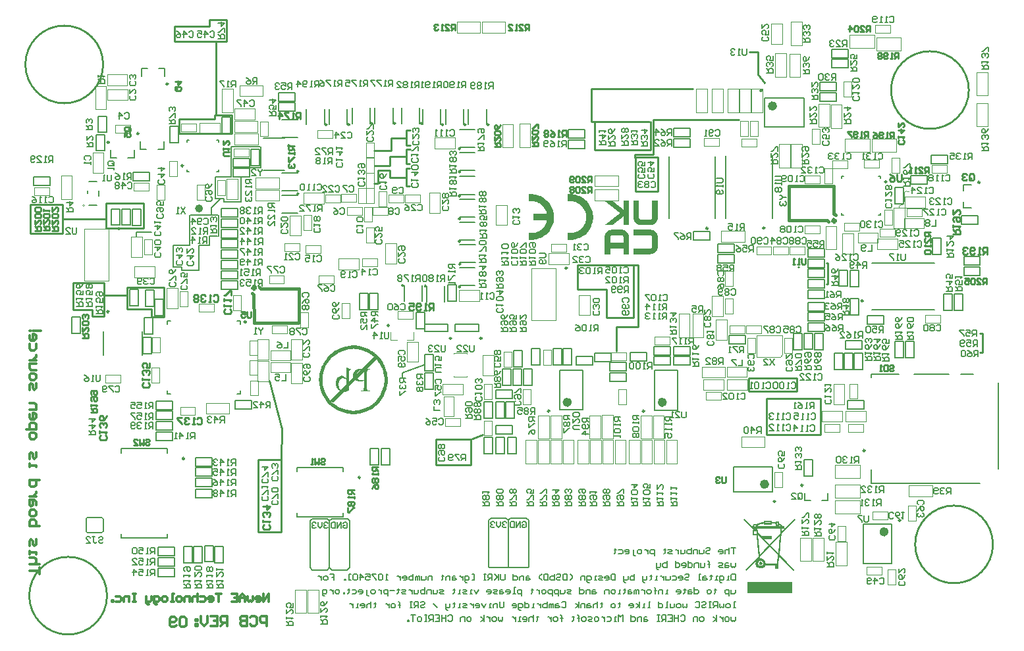
<source format=gbo>
G04*
G04 #@! TF.GenerationSoftware,Altium Limited,Altium Designer,23.11.1 (41)*
G04*
G04 Layer_Color=32896*
%FSLAX44Y44*%
%MOMM*%
G71*
G04*
G04 #@! TF.SameCoordinates,BF087CC3-BE28-4B26-89C1-CEA847933F0A*
G04*
G04*
G04 #@! TF.FilePolarity,Positive*
G04*
G01*
G75*
%ADD10C,0.2540*%
%ADD11C,0.2500*%
%ADD12C,0.1000*%
%ADD13C,0.2000*%
%ADD15C,0.1270*%
%ADD16C,0.2032*%
%ADD116C,0.5080*%
%ADD117C,0.3048*%
%ADD183C,0.5000*%
%ADD216C,0.1016*%
%ADD217C,0.6000*%
%ADD218C,0.4000*%
%ADD219C,0.1200*%
G36*
X1173766Y803957D02*
X1173035D01*
Y803774D01*
X1172303D01*
Y803592D01*
X1171938D01*
Y803409D01*
X1171572D01*
Y803226D01*
X1171023D01*
Y803043D01*
X1170840D01*
Y802860D01*
X1170475D01*
Y802677D01*
X1170109D01*
Y802494D01*
X1169926D01*
Y802311D01*
X1169743D01*
Y802129D01*
X1169377D01*
Y801946D01*
X1169194D01*
Y801763D01*
X1169012D01*
Y801580D01*
X1168646D01*
Y801214D01*
X1168463D01*
Y801031D01*
X1168280D01*
Y800848D01*
X1168097D01*
Y800665D01*
X1167914D01*
Y800482D01*
X1167731D01*
Y800300D01*
X1167549D01*
Y799934D01*
X1167366D01*
Y799751D01*
X1167183D01*
Y799385D01*
X1167000D01*
Y799019D01*
X1166817D01*
Y798837D01*
X1166634D01*
Y798471D01*
X1166451D01*
Y797922D01*
X1166268D01*
Y797557D01*
X1166086D01*
Y797008D01*
X1165903D01*
Y796093D01*
X1165720D01*
Y794630D01*
X1165537D01*
Y772685D01*
X1172852D01*
Y779817D01*
X1189860D01*
Y772685D01*
X1196992D01*
Y796093D01*
X1196809D01*
Y796825D01*
X1196626D01*
Y797374D01*
X1196443D01*
Y797922D01*
X1196261D01*
Y798288D01*
X1196078D01*
Y798837D01*
X1195895D01*
Y799019D01*
X1195712D01*
Y799385D01*
X1195529D01*
Y799751D01*
X1195346D01*
Y799934D01*
X1195163D01*
Y800117D01*
X1194980D01*
Y800482D01*
X1194798D01*
Y800665D01*
X1194615D01*
Y800848D01*
X1194432D01*
Y801031D01*
X1194249D01*
Y801214D01*
X1194066D01*
Y801397D01*
X1193883D01*
Y801580D01*
X1193700D01*
Y801763D01*
X1193518D01*
Y801946D01*
X1193335D01*
Y802129D01*
X1192969D01*
Y802311D01*
X1192786D01*
Y802494D01*
X1192603D01*
Y802677D01*
X1192237D01*
Y802860D01*
X1191871D01*
Y803043D01*
X1191689D01*
Y803226D01*
X1191140D01*
Y803409D01*
X1190774D01*
Y803592D01*
X1190226D01*
Y803774D01*
X1189677D01*
Y803957D01*
X1188945D01*
Y804140D01*
X1173766D01*
Y803957D01*
D02*
G37*
G36*
X1196992Y832669D02*
Y841448D01*
X1189860D01*
Y830109D01*
X1189494D01*
Y830292D01*
X1189311D01*
Y830475D01*
X1189128D01*
Y830658D01*
X1188945D01*
Y830841D01*
X1188763D01*
Y831023D01*
X1188397D01*
Y831206D01*
X1188214D01*
Y831389D01*
X1188031D01*
Y831572D01*
X1187848D01*
Y831755D01*
X1187482D01*
Y831938D01*
X1187299D01*
Y832121D01*
X1187117D01*
Y832304D01*
X1186751D01*
Y832486D01*
X1186568D01*
Y832669D01*
X1186385D01*
Y832852D01*
X1186202D01*
Y833035D01*
X1186019D01*
Y833218D01*
X1185654D01*
Y833401D01*
X1185471D01*
Y833584D01*
X1185288D01*
Y833767D01*
X1185105D01*
Y833950D01*
X1184739D01*
Y834133D01*
X1184556D01*
Y834315D01*
X1184373D01*
Y834498D01*
X1184008D01*
Y834681D01*
X1183825D01*
Y834864D01*
X1183642D01*
Y835047D01*
X1183459D01*
Y835230D01*
X1183276D01*
Y835413D01*
X1182910D01*
Y835595D01*
X1182728D01*
Y835778D01*
X1182545D01*
Y835961D01*
X1182362D01*
Y836144D01*
X1181996D01*
Y836327D01*
X1181813D01*
Y836510D01*
X1181630D01*
Y836693D01*
X1181264D01*
Y836876D01*
X1181082D01*
Y837058D01*
X1180899D01*
Y837241D01*
X1180716D01*
Y837424D01*
X1180533D01*
Y837607D01*
X1180167D01*
Y837790D01*
X1179984D01*
Y837973D01*
X1179801D01*
Y838156D01*
X1179619D01*
Y838339D01*
X1179253D01*
Y838522D01*
X1179070D01*
Y838705D01*
X1178887D01*
Y838887D01*
X1178521D01*
Y839070D01*
X1178338D01*
Y839253D01*
X1178156D01*
Y839436D01*
X1177973D01*
Y839619D01*
X1177790D01*
Y839802D01*
X1177424D01*
Y839985D01*
X1177241D01*
Y840167D01*
X1177058D01*
Y840350D01*
X1176875D01*
Y840533D01*
X1176510D01*
Y840716D01*
X1176327D01*
Y840899D01*
X1176144D01*
Y841082D01*
X1175778D01*
Y841265D01*
X1175595D01*
Y841448D01*
X1165720D01*
Y841265D01*
X1165903D01*
Y841082D01*
X1166086D01*
Y840899D01*
X1166268D01*
Y840716D01*
X1166451D01*
Y840533D01*
X1166817D01*
Y840350D01*
X1167000D01*
Y840167D01*
X1167183D01*
Y839985D01*
X1167549D01*
Y839802D01*
X1167731D01*
Y839619D01*
X1167914D01*
Y839436D01*
X1168097D01*
Y839253D01*
X1168463D01*
Y839070D01*
X1168646D01*
Y838887D01*
X1168829D01*
Y838705D01*
X1169194D01*
Y838522D01*
X1169377D01*
Y838339D01*
X1169560D01*
Y838156D01*
X1169743D01*
Y837973D01*
X1170109D01*
Y837790D01*
X1170292D01*
Y837607D01*
X1170475D01*
Y837424D01*
X1170658D01*
Y837241D01*
X1171023D01*
Y837058D01*
X1171206D01*
Y836876D01*
X1171389D01*
Y836693D01*
X1171755D01*
Y836510D01*
X1171938D01*
Y836327D01*
X1172121D01*
Y836144D01*
X1172303D01*
Y835961D01*
X1172669D01*
Y835778D01*
X1172852D01*
Y835595D01*
X1173035D01*
Y835413D01*
X1173218D01*
Y835230D01*
X1173584D01*
Y835047D01*
X1173766D01*
Y834864D01*
X1173949D01*
Y834681D01*
X1174132D01*
Y834498D01*
X1174498D01*
Y834315D01*
X1174681D01*
Y834133D01*
X1174864D01*
Y833950D01*
X1175229D01*
Y833767D01*
X1175412D01*
Y833584D01*
X1175595D01*
Y833401D01*
X1175778D01*
Y833218D01*
X1176144D01*
Y833035D01*
X1176327D01*
Y832852D01*
X1176510D01*
Y832669D01*
X1176875D01*
Y832486D01*
X1177058D01*
Y832304D01*
X1177241D01*
Y832121D01*
X1177424D01*
Y831938D01*
X1177790D01*
Y831755D01*
X1177973D01*
Y831572D01*
X1178156D01*
Y831389D01*
X1178338D01*
Y831206D01*
X1178704D01*
Y831023D01*
X1178887D01*
Y830841D01*
X1179070D01*
Y830658D01*
X1179436D01*
Y830475D01*
X1179619D01*
Y830292D01*
X1179801D01*
Y830109D01*
X1179984D01*
Y829926D01*
X1180350D01*
Y829743D01*
X1180533D01*
Y829560D01*
X1180716D01*
Y829378D01*
X1180899D01*
Y829195D01*
X1181264D01*
Y829012D01*
X1181447D01*
Y828829D01*
X1181630D01*
Y828646D01*
X1181813D01*
Y828463D01*
X1182179D01*
Y828280D01*
X1182362D01*
Y828097D01*
X1182545D01*
Y827915D01*
X1182910D01*
Y827732D01*
X1183093D01*
Y827549D01*
X1183276D01*
Y827366D01*
X1183459D01*
Y827183D01*
X1183825D01*
Y827000D01*
X1184008D01*
Y826817D01*
X1184191D01*
Y826634D01*
X1184556D01*
Y826451D01*
X1184739D01*
Y826269D01*
X1184922D01*
Y826086D01*
X1185105D01*
Y825903D01*
X1185471D01*
Y825720D01*
X1185654D01*
Y825537D01*
X1185288D01*
Y825354D01*
X1185105D01*
Y825171D01*
X1184922D01*
Y824988D01*
X1184739D01*
Y824806D01*
X1184373D01*
Y824623D01*
X1184191D01*
Y824440D01*
X1184008D01*
Y824257D01*
X1183825D01*
Y824074D01*
X1183459D01*
Y823891D01*
X1183276D01*
Y823708D01*
X1183093D01*
Y823525D01*
X1182728D01*
Y823343D01*
X1182545D01*
Y823160D01*
X1182362D01*
Y822977D01*
X1182179D01*
Y822794D01*
X1181813D01*
Y822611D01*
X1181630D01*
Y822428D01*
X1181447D01*
Y822245D01*
X1181264D01*
Y822062D01*
X1180899D01*
Y821880D01*
X1180716D01*
Y821697D01*
X1180533D01*
Y821514D01*
X1180167D01*
Y821331D01*
X1179984D01*
Y821148D01*
X1179801D01*
Y820965D01*
X1179619D01*
Y820782D01*
X1179253D01*
Y820599D01*
X1179070D01*
Y820416D01*
X1178887D01*
Y820234D01*
X1178521D01*
Y820051D01*
X1178338D01*
Y819868D01*
X1178156D01*
Y819685D01*
X1177973D01*
Y819502D01*
X1177607D01*
Y819319D01*
X1177424D01*
Y819136D01*
X1177241D01*
Y818953D01*
X1177058D01*
Y818771D01*
X1176693D01*
Y818588D01*
X1176510D01*
Y818405D01*
X1176327D01*
Y818222D01*
X1176144D01*
Y818039D01*
X1175778D01*
Y817856D01*
X1175595D01*
Y817673D01*
X1175412D01*
Y817490D01*
X1175047D01*
Y817308D01*
X1174864D01*
Y817125D01*
X1174681D01*
Y816942D01*
X1174498D01*
Y816759D01*
X1174132D01*
Y816576D01*
X1173949D01*
Y816393D01*
X1173766D01*
Y816210D01*
X1173584D01*
Y816027D01*
X1173218D01*
Y815844D01*
X1173035D01*
Y815662D01*
X1172852D01*
Y815479D01*
X1172486D01*
Y815296D01*
X1172303D01*
Y815113D01*
X1172121D01*
Y814930D01*
X1171938D01*
Y814747D01*
X1171572D01*
Y814564D01*
X1171389D01*
Y814381D01*
X1171206D01*
Y814199D01*
X1170840D01*
Y814016D01*
X1170658D01*
Y813833D01*
X1170475D01*
Y813650D01*
X1170292D01*
Y813467D01*
X1169926D01*
Y813284D01*
X1169743D01*
Y813101D01*
X1169560D01*
Y812918D01*
X1169377D01*
Y812736D01*
X1169012D01*
Y812553D01*
X1168829D01*
Y812370D01*
X1168646D01*
Y812187D01*
X1168463D01*
Y812004D01*
X1168097D01*
Y811821D01*
X1167914D01*
Y811638D01*
X1167731D01*
Y811455D01*
X1167366D01*
Y811273D01*
X1167183D01*
Y811090D01*
X1167000D01*
Y810907D01*
X1166817D01*
Y810724D01*
X1166451D01*
Y810541D01*
X1166268D01*
Y810358D01*
X1166086D01*
Y810175D01*
X1165903D01*
Y809992D01*
X1175778D01*
Y810175D01*
X1175961D01*
Y810358D01*
X1176327D01*
Y810541D01*
X1176510D01*
Y810724D01*
X1176693D01*
Y810907D01*
X1177058D01*
Y811090D01*
X1177241D01*
Y811273D01*
X1177424D01*
Y811455D01*
X1177607D01*
Y811638D01*
X1177973D01*
Y811821D01*
X1178156D01*
Y812004D01*
X1178338D01*
Y812187D01*
X1178521D01*
Y812370D01*
X1178704D01*
Y812553D01*
X1179070D01*
Y812736D01*
X1179253D01*
Y812918D01*
X1179436D01*
Y813101D01*
X1179801D01*
Y813284D01*
X1179984D01*
Y813467D01*
X1180167D01*
Y813650D01*
X1180350D01*
Y813833D01*
X1180716D01*
Y814016D01*
X1180899D01*
Y814199D01*
X1181082D01*
Y814381D01*
X1181264D01*
Y814564D01*
X1181447D01*
Y814747D01*
X1181813D01*
Y814930D01*
X1181996D01*
Y815113D01*
X1182179D01*
Y815296D01*
X1182545D01*
Y815479D01*
X1182728D01*
Y815662D01*
X1182910D01*
Y815844D01*
X1183093D01*
Y816027D01*
X1183459D01*
Y816210D01*
X1183642D01*
Y816393D01*
X1183825D01*
Y816576D01*
X1184008D01*
Y816759D01*
X1184191D01*
Y816942D01*
X1184556D01*
Y817125D01*
X1184739D01*
Y817308D01*
X1184922D01*
Y817490D01*
X1185288D01*
Y817673D01*
X1185471D01*
Y817856D01*
X1185654D01*
Y818039D01*
X1185836D01*
Y818222D01*
X1186202D01*
Y818405D01*
X1186385D01*
Y818588D01*
X1186568D01*
Y818771D01*
X1186751D01*
Y818953D01*
X1186934D01*
Y819136D01*
X1187299D01*
Y819319D01*
X1187482D01*
Y819502D01*
X1187665D01*
Y819685D01*
X1188031D01*
Y819868D01*
X1188214D01*
Y820051D01*
X1188397D01*
Y820234D01*
X1188580D01*
Y820416D01*
X1188945D01*
Y820599D01*
X1189128D01*
Y820782D01*
X1189311D01*
Y820965D01*
X1189494D01*
Y821148D01*
X1189677D01*
Y821331D01*
X1189860D01*
Y809992D01*
X1196992D01*
Y832486D01*
Y832669D01*
D02*
G37*
G36*
X1205405Y772685D02*
X1224790D01*
Y772868D01*
X1226070D01*
Y773051D01*
X1226984D01*
Y773233D01*
X1227533D01*
Y773416D01*
X1227899D01*
Y773599D01*
X1228447D01*
Y773782D01*
X1228813D01*
Y773965D01*
X1229179D01*
Y774148D01*
X1229545D01*
Y774331D01*
X1229728D01*
Y774514D01*
X1229911D01*
Y774697D01*
X1230276D01*
Y774879D01*
X1230459D01*
Y775062D01*
X1230642D01*
Y775245D01*
X1231008D01*
Y775428D01*
X1231191D01*
Y775794D01*
X1231556D01*
Y775977D01*
X1231739D01*
Y776342D01*
X1231922D01*
Y776525D01*
X1232105D01*
Y776708D01*
X1232288D01*
Y777074D01*
X1232471D01*
Y777257D01*
X1232654D01*
Y777440D01*
X1232837D01*
Y777805D01*
X1233019D01*
Y778171D01*
X1233202D01*
Y778537D01*
X1233385D01*
Y779086D01*
X1233568D01*
Y779451D01*
X1233751D01*
Y780000D01*
X1233934D01*
Y780914D01*
X1234117D01*
Y782195D01*
X1234300D01*
Y794630D01*
X1234117D01*
Y796093D01*
X1233934D01*
Y797008D01*
X1233751D01*
Y797557D01*
X1233568D01*
Y797922D01*
X1233385D01*
Y798471D01*
X1233202D01*
Y798837D01*
X1233019D01*
Y799019D01*
X1232837D01*
Y799385D01*
X1232654D01*
Y799751D01*
X1232471D01*
Y799934D01*
X1232288D01*
Y800300D01*
X1232105D01*
Y800482D01*
X1231922D01*
Y800665D01*
X1231739D01*
Y800848D01*
X1231556D01*
Y801031D01*
X1231374D01*
Y801214D01*
X1231191D01*
Y801580D01*
X1230825D01*
Y801763D01*
X1230642D01*
Y801946D01*
X1230459D01*
Y802129D01*
X1230094D01*
Y802311D01*
X1229911D01*
Y802494D01*
X1229728D01*
Y802677D01*
X1229362D01*
Y802860D01*
X1228996D01*
Y803043D01*
X1228813D01*
Y803226D01*
X1228265D01*
Y803409D01*
X1227899D01*
Y803592D01*
X1227533D01*
Y803774D01*
X1226802D01*
Y803957D01*
X1226070D01*
Y804140D01*
X1202844D01*
Y797008D01*
X1225156D01*
Y796825D01*
X1225521D01*
Y796642D01*
X1225887D01*
Y796459D01*
X1226070D01*
Y796276D01*
X1226253D01*
Y796093D01*
X1226436D01*
Y795910D01*
X1226619D01*
Y795545D01*
X1226802D01*
Y795179D01*
X1226984D01*
Y781829D01*
X1226802D01*
Y781463D01*
X1226619D01*
Y781097D01*
X1226436D01*
Y780914D01*
X1226253D01*
Y780732D01*
X1226070D01*
Y780549D01*
X1225887D01*
Y780366D01*
X1225521D01*
Y780183D01*
X1225156D01*
Y780000D01*
X1202844D01*
Y772685D01*
X1205222D01*
X1205405D01*
D02*
G37*
G36*
X1209977Y827000D02*
Y841448D01*
X1202844D01*
Y818039D01*
X1203027D01*
Y817308D01*
X1203210D01*
Y816759D01*
X1203393D01*
Y816210D01*
X1203576D01*
Y815844D01*
X1203759D01*
Y815296D01*
X1203942D01*
Y815113D01*
X1204125D01*
Y814747D01*
X1204307D01*
Y814381D01*
X1204490D01*
Y814199D01*
X1204673D01*
Y814016D01*
X1204856D01*
Y813650D01*
X1205039D01*
Y813467D01*
X1205222D01*
Y813284D01*
X1205405D01*
Y813101D01*
X1205587D01*
Y812918D01*
X1205770D01*
Y812736D01*
X1205953D01*
Y812553D01*
X1206136D01*
Y812370D01*
X1206319D01*
Y812187D01*
X1206502D01*
Y812004D01*
X1206868D01*
Y811821D01*
X1207051D01*
Y811638D01*
X1207234D01*
Y811455D01*
X1207599D01*
Y811273D01*
X1207965D01*
Y811090D01*
X1208148D01*
Y810907D01*
X1208697D01*
Y810724D01*
X1209062D01*
Y810541D01*
X1209611D01*
Y810358D01*
X1210160D01*
Y810175D01*
X1210891D01*
Y809992D01*
X1226070D01*
Y810175D01*
X1226802D01*
Y810358D01*
X1227533D01*
Y810541D01*
X1227899D01*
Y810724D01*
X1228265D01*
Y810907D01*
X1228813D01*
Y811090D01*
X1228996D01*
Y811273D01*
X1229362D01*
Y811455D01*
X1229728D01*
Y811638D01*
X1229911D01*
Y811821D01*
X1230094D01*
Y812004D01*
X1230459D01*
Y812187D01*
X1230642D01*
Y812370D01*
X1230825D01*
Y812553D01*
X1231191D01*
Y812918D01*
X1231374D01*
Y813101D01*
X1231556D01*
Y813284D01*
X1231739D01*
Y813467D01*
X1231922D01*
Y813650D01*
X1232105D01*
Y813833D01*
X1232288D01*
Y814199D01*
X1232471D01*
Y814381D01*
X1232654D01*
Y814747D01*
X1232837D01*
Y815113D01*
X1233019D01*
Y815296D01*
X1233202D01*
Y815662D01*
X1233385D01*
Y816210D01*
X1233568D01*
Y816576D01*
X1233751D01*
Y817125D01*
X1233934D01*
Y818039D01*
X1234117D01*
Y819502D01*
X1234300D01*
Y841448D01*
X1226984D01*
Y818953D01*
X1226802D01*
Y818588D01*
X1226619D01*
Y818222D01*
X1226436D01*
Y818039D01*
X1226253D01*
Y817856D01*
X1226070D01*
Y817673D01*
X1225887D01*
Y817490D01*
X1225521D01*
Y817308D01*
X1225156D01*
Y817125D01*
X1211988D01*
Y817308D01*
X1211440D01*
Y817490D01*
X1211074D01*
Y817673D01*
X1210891D01*
Y817856D01*
X1210708D01*
Y818039D01*
X1210525D01*
Y818222D01*
X1210342D01*
Y818588D01*
X1210160D01*
Y819136D01*
X1209977D01*
Y826817D01*
Y827000D01*
D02*
G37*
G36*
X1123752Y849887D02*
X1125921Y849622D01*
X1127985Y849199D01*
X1129942Y848617D01*
X1131794Y847982D01*
X1133487Y847241D01*
X1135127Y846448D01*
X1136556Y845654D01*
X1137879Y844861D01*
X1139043Y844067D01*
X1140048Y843326D01*
X1140894Y842691D01*
X1141529Y842109D01*
X1142006Y841686D01*
X1142323Y841422D01*
X1142429Y841316D01*
X1143963Y839676D01*
X1145286Y837930D01*
X1146450Y836184D01*
X1147402Y834438D01*
X1148249Y832639D01*
X1148937Y830946D01*
X1149519Y829253D01*
X1149995Y827665D01*
X1150312Y826184D01*
X1150577Y824808D01*
X1150788Y823591D01*
X1150894Y822533D01*
X1150947Y822057D01*
X1151000Y821634D01*
Y821316D01*
X1151053Y820999D01*
Y820787D01*
Y820629D01*
Y820523D01*
Y820470D01*
X1150947Y818248D01*
X1150683Y816078D01*
X1150259Y814015D01*
X1149677Y812057D01*
X1149042Y810206D01*
X1148302Y808513D01*
X1147561Y806925D01*
X1146714Y805444D01*
X1145921Y804174D01*
X1145180Y803010D01*
X1144439Y802005D01*
X1143752Y801158D01*
X1143223Y800524D01*
X1142799Y799994D01*
X1142535Y799730D01*
X1142429Y799624D01*
X1140789Y798090D01*
X1139043Y796767D01*
X1137297Y795603D01*
X1135498Y794651D01*
X1133752Y793804D01*
X1132006Y793116D01*
X1130313Y792534D01*
X1128726Y792058D01*
X1127244Y791741D01*
X1125869Y791476D01*
X1124652Y791264D01*
X1123594Y791159D01*
X1123117Y791106D01*
X1122694Y791053D01*
X1122377D01*
X1122059Y791000D01*
X1120419D01*
X1119943Y791053D01*
X1119096D01*
X1118832Y791106D01*
X1118567D01*
Y800047D01*
X1119573Y799941D01*
X1120102Y799889D01*
X1120525D01*
X1120948Y799836D01*
X1121530D01*
X1123117Y799889D01*
X1124599Y800100D01*
X1126027Y800418D01*
X1127403Y800788D01*
X1128673Y801211D01*
X1129890Y801740D01*
X1131001Y802269D01*
X1132006Y802851D01*
X1132958Y803433D01*
X1133752Y803962D01*
X1134440Y804492D01*
X1135022Y804915D01*
X1135498Y805338D01*
X1135868Y805603D01*
X1136080Y805814D01*
X1136133Y805867D01*
X1137191Y807031D01*
X1138143Y808248D01*
X1138937Y809465D01*
X1139625Y810735D01*
X1140207Y811952D01*
X1140683Y813168D01*
X1141106Y814333D01*
X1141424Y815444D01*
X1141635Y816502D01*
X1141847Y817454D01*
X1141953Y818301D01*
X1142058Y819041D01*
X1142111Y819623D01*
X1142164Y820099D01*
Y820364D01*
Y820470D01*
X1142111Y822057D01*
X1141900Y823539D01*
X1141582Y825020D01*
X1141212Y826396D01*
X1140789Y827665D01*
X1140260Y828882D01*
X1139731Y829993D01*
X1139149Y830999D01*
X1138567Y831898D01*
X1138037Y832692D01*
X1137508Y833432D01*
X1137085Y834014D01*
X1136662Y834438D01*
X1136397Y834808D01*
X1136186Y835020D01*
X1136133Y835072D01*
X1134969Y836131D01*
X1133752Y837083D01*
X1132535Y837877D01*
X1131265Y838617D01*
X1130048Y839199D01*
X1128831Y839676D01*
X1127667Y840099D01*
X1126556Y840416D01*
X1125498Y840628D01*
X1124546Y840839D01*
X1123699Y840998D01*
X1122959Y841051D01*
X1122377Y841104D01*
X1121900Y841157D01*
X1121530D01*
X1120419Y841104D01*
X1119943D01*
X1119467Y841051D01*
X1119096Y840998D01*
X1118832D01*
X1118620Y840945D01*
X1118567D01*
Y849834D01*
X1119573Y849940D01*
X1120049D01*
X1120525Y849993D01*
X1121530D01*
X1123752Y849887D01*
D02*
G37*
G36*
X1073595Y849887D02*
X1075764Y849622D01*
X1077828Y849199D01*
X1079786Y848617D01*
X1081637Y847982D01*
X1083330Y847241D01*
X1084918Y846448D01*
X1086399Y845654D01*
X1087669Y844861D01*
X1088833Y844067D01*
X1089838Y843326D01*
X1090685Y842691D01*
X1091320Y842109D01*
X1091849Y841686D01*
X1092113Y841422D01*
X1092219Y841316D01*
X1093753Y839676D01*
X1095076Y837930D01*
X1096240Y836184D01*
X1097192Y834438D01*
X1098039Y832639D01*
X1098727Y830946D01*
X1099309Y829253D01*
X1099785Y827665D01*
X1100102Y826184D01*
X1100367Y824808D01*
X1100579Y823591D01*
X1100684Y822533D01*
X1100737Y822057D01*
X1100790Y821634D01*
Y821316D01*
X1100843Y820999D01*
Y820787D01*
Y820629D01*
Y820523D01*
Y820470D01*
X1100737Y818248D01*
X1100473Y816078D01*
X1100049Y814015D01*
X1099467Y812057D01*
X1098832Y810206D01*
X1098092Y808513D01*
X1097351Y806925D01*
X1096505Y805444D01*
X1095711Y804174D01*
X1094970Y803010D01*
X1094230Y802005D01*
X1093542Y801158D01*
X1093013Y800524D01*
X1092589Y799994D01*
X1092325Y799730D01*
X1092219Y799624D01*
X1090579Y798090D01*
X1088833Y796767D01*
X1087087Y795603D01*
X1085341Y794651D01*
X1083542Y793804D01*
X1081849Y793116D01*
X1080156Y792534D01*
X1078569Y792058D01*
X1077087Y791741D01*
X1075712Y791476D01*
X1074495Y791264D01*
X1073437Y791159D01*
X1072960Y791106D01*
X1072537Y791053D01*
X1072220D01*
X1071902Y791000D01*
X1070262D01*
X1069786Y791053D01*
X1068939D01*
X1068675Y791106D01*
X1068410D01*
X1068463Y800047D01*
X1069469Y799941D01*
X1069945Y799889D01*
X1070421D01*
X1070791Y799836D01*
X1071373D01*
X1072696Y799889D01*
X1074019Y800047D01*
X1075288Y800259D01*
X1076452Y800523D01*
X1077616Y800894D01*
X1078674Y801264D01*
X1079680Y801687D01*
X1080579Y802111D01*
X1081426Y802534D01*
X1082166Y802957D01*
X1082801Y803328D01*
X1083330Y803698D01*
X1083754Y803962D01*
X1084071Y804174D01*
X1084283Y804333D01*
X1084336Y804386D01*
X1085341Y805285D01*
X1086293Y806185D01*
X1087087Y807137D01*
X1087828Y808142D01*
X1088515Y809095D01*
X1089097Y810100D01*
X1089626Y811052D01*
X1090050Y811952D01*
X1090420Y812798D01*
X1090738Y813592D01*
X1091002Y814280D01*
X1091214Y814914D01*
X1091373Y815391D01*
X1091478Y815761D01*
X1091531Y815973D01*
Y816078D01*
X1074283Y816078D01*
Y824914D01*
X1091531Y824914D01*
X1091214Y826237D01*
X1090790Y827454D01*
X1090314Y828671D01*
X1089785Y829782D01*
X1089203Y830787D01*
X1088621Y831739D01*
X1087986Y832639D01*
X1087404Y833432D01*
X1086822Y834173D01*
X1086240Y834808D01*
X1085764Y835337D01*
X1085288Y835760D01*
X1084918Y836131D01*
X1084653Y836395D01*
X1084442Y836554D01*
X1084389Y836607D01*
X1083278Y837401D01*
X1082166Y838088D01*
X1081055Y838723D01*
X1079944Y839252D01*
X1078833Y839676D01*
X1077775Y840046D01*
X1076717Y840363D01*
X1075712Y840575D01*
X1074812Y840787D01*
X1073966Y840892D01*
X1073225Y840998D01*
X1072590Y841104D01*
X1072061D01*
X1071691Y841157D01*
X1071373D01*
X1070262Y841104D01*
X1069786D01*
X1069310Y841051D01*
X1068939Y840998D01*
X1068675D01*
X1068463Y840945D01*
X1068410D01*
Y849834D01*
X1069045Y849887D01*
X1069574Y849940D01*
X1070103D01*
X1070527Y849993D01*
X1071373D01*
X1073595Y849887D01*
D02*
G37*
G36*
X1411000Y430759D02*
X1393064Y412082D01*
X1392535Y407056D01*
X1391424Y394834D01*
X1390524Y386051D01*
X1409730Y366316D01*
X1408407Y365047D01*
X1390366Y383564D01*
X1389308Y372189D01*
X1388726D01*
Y367851D01*
X1384705D01*
Y372189D01*
X1372271D01*
X1371795Y371343D01*
X1371213Y370496D01*
X1370314Y369544D01*
X1369150Y368750D01*
X1367827Y368327D01*
X1366557Y368168D01*
X1365234Y368221D01*
X1364282Y368486D01*
X1363171Y368962D01*
X1362219Y369544D01*
X1361478Y370285D01*
X1360737Y371343D01*
X1360208Y372507D01*
X1359891Y373618D01*
X1359785Y374517D01*
X1359891Y375628D01*
X1360049Y376475D01*
X1360367Y377268D01*
X1360843Y378168D01*
X1361372Y378909D01*
X1362113Y379596D01*
X1362906Y380125D01*
X1363647Y380496D01*
X1363541Y381448D01*
X1347722Y365047D01*
X1346399Y366369D01*
X1363383Y383935D01*
X1362007Y399278D01*
X1361055Y410389D01*
X1355975D01*
Y417532D01*
X1357298D01*
X1344442Y430759D01*
X1345764Y432028D01*
X1357880Y419542D01*
Y420442D01*
X1357616Y420653D01*
X1357298Y420865D01*
X1356981Y421182D01*
X1356663Y421553D01*
X1356505Y422029D01*
X1356346Y422452D01*
X1356293Y422981D01*
X1356399Y423669D01*
X1356557Y424039D01*
X1357034Y424780D01*
X1357563Y425256D01*
X1358250Y425574D01*
X1358991Y425679D01*
X1359732Y425574D01*
X1360367Y425309D01*
X1360896Y424992D01*
X1361160Y424674D01*
X1361637Y425097D01*
X1362430Y425626D01*
X1363383Y426103D01*
X1364758Y426632D01*
X1366240Y427055D01*
X1367721Y427372D01*
X1369308Y427637D01*
X1370578Y427796D01*
Y429383D01*
X1380737D01*
Y428007D01*
X1381530D01*
X1382853Y427849D01*
X1384228Y427690D01*
X1385551Y427478D01*
Y428325D01*
X1389942D01*
Y426261D01*
X1390472Y425997D01*
X1391159Y425679D01*
X1391953Y425203D01*
X1392588Y424780D01*
X1393170Y424251D01*
X1393593Y423881D01*
X1393858Y423510D01*
X1394069Y423087D01*
X1393963Y422346D01*
X1396503D01*
Y419119D01*
X1393699D01*
X1393276Y414939D01*
X1409677Y432028D01*
X1411000Y430759D01*
D02*
G37*
G36*
X1407138Y350391D02*
Y350126D01*
Y349756D01*
Y349386D01*
Y348963D01*
Y348592D01*
Y348328D01*
Y348275D01*
Y348222D01*
Y346476D01*
Y345629D01*
Y344836D01*
Y344201D01*
Y343672D01*
Y343460D01*
Y343301D01*
Y343248D01*
Y343195D01*
Y342190D01*
Y341291D01*
Y340444D01*
Y339704D01*
Y339069D01*
Y338645D01*
Y338328D01*
Y338275D01*
Y338222D01*
Y337481D01*
Y336952D01*
Y336529D01*
Y336264D01*
Y336106D01*
Y336053D01*
Y336000D01*
X1349309D01*
Y336106D01*
Y336370D01*
Y336688D01*
Y337111D01*
Y337534D01*
Y337852D01*
Y338116D01*
Y338222D01*
Y339968D01*
Y340815D01*
Y341555D01*
Y342243D01*
Y342719D01*
Y342931D01*
Y343090D01*
Y343143D01*
Y343195D01*
Y344201D01*
Y345153D01*
Y346000D01*
Y346740D01*
Y347375D01*
Y347851D01*
Y348116D01*
Y348222D01*
Y348645D01*
Y348963D01*
Y349544D01*
Y349968D01*
Y350232D01*
Y350391D01*
Y350444D01*
Y350497D01*
X1407138D01*
Y350391D01*
D02*
G37*
G36*
X844462Y655224D02*
X846155Y655118D01*
X847795Y654959D01*
X849382Y654695D01*
X850969Y654430D01*
X852451Y654060D01*
X855414Y653266D01*
X858165Y652261D01*
X860758Y651150D01*
X863138Y649986D01*
X864249Y649404D01*
X865308Y648769D01*
X866313Y648187D01*
X867265Y647552D01*
X868165Y646970D01*
X869011Y646388D01*
X869805Y645806D01*
X870546Y645277D01*
X871180Y644748D01*
X871762Y644272D01*
X872291Y643849D01*
X872768Y643478D01*
X873191Y643108D01*
X873508Y642843D01*
X873773Y642579D01*
X873932Y642420D01*
X874037Y642314D01*
X874090Y642261D01*
X875254Y641044D01*
X876365Y639775D01*
X877371Y638505D01*
X878376Y637182D01*
X879222Y635859D01*
X880069Y634590D01*
X880863Y633214D01*
X881550Y631891D01*
X882185Y630569D01*
X882820Y629246D01*
X883826Y626654D01*
X884725Y624167D01*
X885360Y621786D01*
X885942Y619511D01*
X886153Y618453D01*
X886312Y617447D01*
X886471Y616548D01*
X886630Y615649D01*
X886736Y614802D01*
X886788Y614061D01*
X886841Y613373D01*
X886894Y612791D01*
X886947Y612262D01*
Y611786D01*
X887000Y611469D01*
Y611204D01*
Y611045D01*
Y610993D01*
X886947Y609300D01*
X886841Y607607D01*
X886683Y605966D01*
X886418Y604379D01*
X886153Y602792D01*
X885783Y601310D01*
X884989Y598348D01*
X883984Y595596D01*
X882926Y593004D01*
X881762Y590623D01*
X881127Y589512D01*
X880545Y588454D01*
X879963Y587449D01*
X879328Y586496D01*
X878746Y585597D01*
X878164Y584750D01*
X877635Y583956D01*
X877106Y583216D01*
X876577Y582581D01*
X876101Y581999D01*
X875678Y581470D01*
X875254Y580994D01*
X874937Y580570D01*
X874620Y580253D01*
X874408Y579988D01*
X874249Y579830D01*
X874143Y579724D01*
X874090Y579671D01*
X872874Y578507D01*
X871604Y577396D01*
X870334Y576338D01*
X869011Y575385D01*
X867689Y574486D01*
X866366Y573639D01*
X865043Y572899D01*
X863720Y572158D01*
X862398Y571523D01*
X861075Y570941D01*
X858483Y569883D01*
X855943Y569036D01*
X853562Y568349D01*
X851340Y567820D01*
X850282Y567555D01*
X849277Y567396D01*
X848324Y567238D01*
X847425Y567132D01*
X846578Y566973D01*
X845837Y566920D01*
X845150Y566867D01*
X844568Y566814D01*
X844038Y566761D01*
X843562D01*
X843245Y566708D01*
X842769D01*
X841076Y566761D01*
X839383Y566867D01*
X837742Y567026D01*
X836155Y567290D01*
X834621Y567555D01*
X833086Y567925D01*
X830177Y568719D01*
X827425Y569724D01*
X824833Y570835D01*
X822452Y571999D01*
X821341Y572581D01*
X820283Y573216D01*
X819277Y573798D01*
X818325Y574380D01*
X817426Y575015D01*
X816579Y575597D01*
X815786Y576126D01*
X815045Y576655D01*
X814410Y577184D01*
X813828Y577660D01*
X813299Y578084D01*
X812823Y578454D01*
X812399Y578824D01*
X812082Y579142D01*
X811817Y579353D01*
X811659Y579512D01*
X811553Y579618D01*
X811500Y579671D01*
X810336Y580888D01*
X809225Y582158D01*
X808167Y583427D01*
X807214Y584750D01*
X806315Y586073D01*
X805469Y587396D01*
X804675Y588718D01*
X803987Y590041D01*
X803299Y591364D01*
X802717Y592686D01*
X801659Y595279D01*
X800813Y597818D01*
X800125Y600199D01*
X799596Y602421D01*
X799331Y603480D01*
X799172Y604485D01*
X799014Y605437D01*
X798855Y606337D01*
X798749Y607183D01*
X798696Y607924D01*
X798643Y608612D01*
X798590Y609194D01*
X798538Y609723D01*
X798485Y610199D01*
Y610516D01*
Y610781D01*
Y610940D01*
Y610993D01*
X798538Y612686D01*
X798643Y614379D01*
X798802Y616019D01*
X799067Y617606D01*
X799331Y619141D01*
X799702Y620675D01*
X800495Y623585D01*
X801500Y626336D01*
X802611Y628928D01*
X803775Y631309D01*
X804357Y632420D01*
X804992Y633479D01*
X805574Y634484D01*
X806209Y635436D01*
X806791Y636336D01*
X807373Y637182D01*
X807955Y637976D01*
X808484Y638717D01*
X809013Y639351D01*
X809490Y639933D01*
X809913Y640462D01*
X810283Y640939D01*
X810653Y641362D01*
X810918Y641679D01*
X811182Y641944D01*
X811341Y642103D01*
X811447Y642208D01*
X811500Y642261D01*
X812717Y643425D01*
X813987Y644536D01*
X815257Y645595D01*
X816579Y646547D01*
X817902Y647446D01*
X819172Y648293D01*
X820547Y649087D01*
X821870Y649774D01*
X823193Y650462D01*
X824515Y651044D01*
X827108Y652102D01*
X829595Y652949D01*
X831975Y653637D01*
X834250Y654166D01*
X835309Y654430D01*
X836314Y654589D01*
X837213Y654748D01*
X838113Y654906D01*
X838959Y655012D01*
X839700Y655065D01*
X840388Y655118D01*
X840970Y655171D01*
X841499Y655224D01*
X841975Y655277D01*
X842769D01*
X844462Y655224D01*
D02*
G37*
%LPC*%
G36*
X1174681Y797008D02*
X1187848D01*
Y796825D01*
X1188397D01*
Y796642D01*
X1188763D01*
Y796459D01*
X1188945D01*
Y796276D01*
X1189128D01*
Y796093D01*
X1189311D01*
Y795910D01*
X1189494D01*
Y795545D01*
X1189677D01*
Y794996D01*
X1189860D01*
Y787132D01*
X1172852D01*
Y795179D01*
X1173035D01*
Y795545D01*
X1173218D01*
Y795910D01*
X1173401D01*
Y796093D01*
X1173584D01*
Y796276D01*
X1173766D01*
Y796459D01*
X1173949D01*
Y796642D01*
X1174315D01*
Y796825D01*
X1174681D01*
Y797008D01*
D02*
G37*
G36*
X1378832Y427584D02*
X1372377D01*
Y426526D01*
X1378832D01*
Y427584D01*
D02*
G37*
G36*
X1380737Y426103D02*
Y424674D01*
X1370578D01*
Y425891D01*
X1368462Y425574D01*
X1366557Y425097D01*
X1364970Y424674D01*
X1363700Y424092D01*
X1362695Y423510D01*
X1361954Y422822D01*
Y422346D01*
X1385551D01*
Y425468D01*
X1384123Y425732D01*
X1382535Y425944D01*
X1380737Y426103D01*
D02*
G37*
G36*
X1388144Y426526D02*
X1387403D01*
Y424092D01*
X1388091D01*
X1388144Y426526D01*
D02*
G37*
G36*
X1389942Y424145D02*
Y422346D01*
X1392112D01*
X1392165Y422664D01*
X1391636Y423193D01*
X1390948Y423669D01*
X1389942Y424145D01*
D02*
G37*
G36*
X1359256Y423828D02*
X1359097D01*
X1358780Y423775D01*
X1358568Y423669D01*
X1358356Y423563D01*
X1358250Y423404D01*
X1358145Y423087D01*
Y422981D01*
Y422928D01*
X1358198Y422611D01*
X1358303Y422399D01*
X1358462Y422240D01*
X1358621Y422135D01*
X1358938Y422029D01*
X1359097D01*
X1359415Y422082D01*
X1359626Y422187D01*
X1359785Y422293D01*
X1359891Y422505D01*
X1359996Y422769D01*
Y422875D01*
Y422928D01*
X1359944Y423246D01*
X1359838Y423457D01*
X1359732Y423616D01*
X1359520Y423722D01*
X1359256Y423828D01*
D02*
G37*
G36*
X1361372Y415733D02*
X1357827D01*
Y412241D01*
X1361372D01*
Y415733D01*
D02*
G37*
G36*
X1379096Y407743D02*
X1369573D01*
Y407161D01*
X1379096D01*
Y407743D01*
D02*
G37*
G36*
X1391847Y419119D02*
X1362219D01*
X1362377Y417532D01*
X1363171D01*
Y414145D01*
X1367615Y409595D01*
X1380948D01*
X1380948Y405363D01*
X1371742D01*
X1377879Y399014D01*
X1391265Y412929D01*
X1391847Y419119D01*
D02*
G37*
G36*
X1391001Y409966D02*
X1379149Y397691D01*
X1388884Y387691D01*
X1391001Y409966D01*
D02*
G37*
G36*
X1363171Y411500D02*
Y410389D01*
X1362959D01*
X1365076Y385734D01*
X1376610Y397691D01*
X1369150Y405363D01*
X1367615D01*
Y406897D01*
X1363171Y411500D01*
D02*
G37*
G36*
X1377879Y396368D02*
X1365287Y383300D01*
X1365499Y381025D01*
X1366346Y381078D01*
X1367298Y381025D01*
X1368462Y380707D01*
X1369573Y380125D01*
X1370419Y379543D01*
X1371213Y378750D01*
X1371901Y377745D01*
X1372483Y376475D01*
X1372747Y375046D01*
X1372695Y374094D01*
X1387615D01*
X1388673Y385257D01*
X1377879Y396368D01*
D02*
G37*
G36*
X1366610Y377850D02*
X1366293D01*
X1365711Y377798D01*
X1365234Y377692D01*
X1364811Y377533D01*
X1364441Y377374D01*
X1364123Y377110D01*
X1363912Y376845D01*
X1363488Y376263D01*
X1363277Y375628D01*
X1363171Y375152D01*
X1363118Y374940D01*
Y374782D01*
Y374676D01*
Y374623D01*
X1363171Y374041D01*
X1363277Y373565D01*
X1363436Y373142D01*
X1363594Y372771D01*
X1363859Y372507D01*
X1364123Y372242D01*
X1364705Y371872D01*
X1365287Y371607D01*
X1365816Y371501D01*
X1365975Y371449D01*
X1366293D01*
X1366875Y371501D01*
X1367351Y371607D01*
X1367774Y371766D01*
X1368144Y371925D01*
X1368462Y372189D01*
X1368726Y372454D01*
X1369097Y373036D01*
X1369361Y373618D01*
X1369467Y374147D01*
X1369520Y374305D01*
Y374464D01*
Y374570D01*
Y374623D01*
X1369467Y375205D01*
X1369361Y375681D01*
X1369203Y376104D01*
X1368991Y376475D01*
X1368779Y376792D01*
X1368515Y377057D01*
X1367880Y377427D01*
X1367298Y377692D01*
X1366769Y377798D01*
X1366610Y377850D01*
D02*
G37*
G36*
X1386927Y372242D02*
X1386503D01*
Y369650D01*
X1386927D01*
Y372242D01*
D02*
G37*
%LPD*%
G36*
X1367033Y376686D02*
X1367562Y376475D01*
X1367933Y376104D01*
X1368197Y375734D01*
X1368356Y375311D01*
X1368409Y374940D01*
X1368462Y374729D01*
Y374623D01*
X1368356Y373935D01*
X1368144Y373406D01*
X1367774Y373036D01*
X1367351Y372771D01*
X1366980Y372612D01*
X1366610Y372560D01*
X1366398Y372507D01*
X1366293D01*
X1365605Y372612D01*
X1365076Y372824D01*
X1364705Y373195D01*
X1364441Y373565D01*
X1364282Y373935D01*
X1364229Y374305D01*
X1364176Y374517D01*
Y374623D01*
X1364282Y375364D01*
X1364494Y375893D01*
X1364864Y376263D01*
X1365234Y376528D01*
X1365605Y376686D01*
X1365975Y376739D01*
X1366187Y376792D01*
X1366293D01*
X1367033Y376686D01*
D02*
G37*
%LPC*%
G36*
X1366346Y374940D02*
X1366293D01*
X1366081Y374888D01*
X1366028Y374782D01*
X1365975Y374676D01*
Y374623D01*
X1366028Y374464D01*
X1366134Y374358D01*
X1366240Y374305D01*
X1366293D01*
X1366451Y374358D01*
X1366557Y374464D01*
X1366610Y374570D01*
Y374623D01*
X1366557Y374835D01*
X1366451Y374888D01*
X1366346Y374940D01*
D02*
G37*
G36*
X869276Y640727D02*
X869249Y640701D01*
X869805Y640198D01*
X870916Y639140D01*
X869276Y640727D01*
D02*
G37*
G36*
X870916Y639140D02*
X870971Y639083D01*
X870969Y639087D01*
X870916Y639140D01*
D02*
G37*
G36*
X851869Y623320D02*
X851234Y623109D01*
X850652Y622897D01*
X850440Y622791D01*
X850282Y622738D01*
X850176Y622632D01*
X850123D01*
X849647Y622315D01*
X849171Y621945D01*
X848800Y621521D01*
X848483Y621151D01*
X848218Y620781D01*
X848060Y620463D01*
X847954Y620252D01*
X847901Y620199D01*
X847636Y619617D01*
X847478Y619246D01*
X847425Y618982D01*
X847372Y618876D01*
X851869Y623320D01*
D02*
G37*
G36*
X856207Y621363D02*
X848007Y613215D01*
X848271Y612791D01*
X848536Y612474D01*
X848695Y612262D01*
X848747Y612210D01*
X849382Y611628D01*
X850070Y611151D01*
X850705Y610834D01*
X851287Y610622D01*
X851816Y610517D01*
X852239Y610463D01*
X852504Y610411D01*
X852610D01*
X853086Y610463D01*
X853615Y610517D01*
X853827D01*
X853985Y610569D01*
X854144D01*
X854832Y610622D01*
X855520Y610728D01*
X855784Y610781D01*
X855996Y610834D01*
X856154Y610887D01*
X856207D01*
Y621363D01*
D02*
G37*
G36*
X829753Y613215D02*
X829330D01*
X828536Y613109D01*
X827849Y612897D01*
X827214Y612580D01*
X826632Y612210D01*
X826156Y611839D01*
X825838Y611522D01*
X825574Y611310D01*
X825521Y611204D01*
X824939Y610358D01*
X824515Y609405D01*
X824198Y608453D01*
X823986Y607501D01*
X823880Y606654D01*
X823828Y606284D01*
X823775Y605966D01*
Y605702D01*
Y605490D01*
Y605384D01*
Y605331D01*
X823828Y603903D01*
X824039Y602633D01*
X824304Y601522D01*
X824621Y600676D01*
X824992Y599988D01*
X825256Y599512D01*
X825468Y599194D01*
X825521Y599088D01*
X825838Y598612D01*
X826156Y598295D01*
X826420Y598030D01*
X826473Y597977D01*
X826526D01*
X833880Y605279D01*
Y610940D01*
X833351Y611416D01*
X832928Y611786D01*
X832505Y612051D01*
X832187Y612315D01*
X831923Y612474D01*
X831764Y612580D01*
X831658Y612686D01*
X831605D01*
X830759Y613003D01*
X830388Y613109D01*
X830018Y613162D01*
X829753Y613215D01*
D02*
G37*
G36*
X843509Y650833D02*
X842769D01*
X841234Y650780D01*
X839753Y650727D01*
X838271Y650568D01*
X836843Y650356D01*
X834039Y649774D01*
X831394Y649034D01*
X828907Y648134D01*
X826632Y647129D01*
X824463Y646071D01*
X822505Y645013D01*
X820759Y643902D01*
X819912Y643372D01*
X819172Y642843D01*
X818484Y642314D01*
X817849Y641838D01*
X817214Y641415D01*
X816685Y640992D01*
X816209Y640568D01*
X815786Y640198D01*
X815468Y639933D01*
X815151Y639669D01*
X814939Y639404D01*
X814780Y639299D01*
X814675Y639193D01*
X814622Y639140D01*
X813563Y638029D01*
X812558Y636918D01*
X811606Y635754D01*
X810759Y634590D01*
X809966Y633426D01*
X809225Y632209D01*
X808484Y631045D01*
X807849Y629828D01*
X806738Y627447D01*
X805786Y625119D01*
X804992Y622844D01*
X804410Y620728D01*
X803881Y618664D01*
X803564Y616813D01*
X803405Y615966D01*
X803299Y615172D01*
X803193Y614432D01*
X803088Y613744D01*
X803035Y613162D01*
X802982Y612580D01*
Y612104D01*
X802929Y611733D01*
Y611416D01*
Y611204D01*
Y611045D01*
Y610993D01*
X802982Y609458D01*
X803035Y607977D01*
X803193Y606495D01*
X803405Y605067D01*
X803987Y602263D01*
X804728Y599617D01*
X805627Y597131D01*
X806632Y594803D01*
X807691Y592686D01*
X808749Y590729D01*
X809860Y588930D01*
X810389Y588136D01*
X810918Y587343D01*
X811447Y586655D01*
X811923Y586020D01*
X812346Y585438D01*
X812770Y584856D01*
X813069Y584520D01*
X813034Y584486D01*
X813842Y583622D01*
X814092Y583322D01*
X814215Y583224D01*
X814446Y582977D01*
X814463Y582951D01*
X814569Y582845D01*
X814622Y582793D01*
X815733Y581734D01*
X816844Y580729D01*
X818008Y579830D01*
X819172Y578930D01*
X820336Y578137D01*
X821553Y577396D01*
X822717Y576708D01*
X823933Y576073D01*
X826314Y574962D01*
X828642Y574010D01*
X830917Y573216D01*
X833034Y572634D01*
X835097Y572105D01*
X836949Y571788D01*
X837795Y571629D01*
X838589Y571523D01*
X839330Y571417D01*
X840017Y571311D01*
X840600Y571259D01*
X841181Y571206D01*
X841658D01*
X842028Y571153D01*
X842769D01*
X844303Y571206D01*
X845785Y571311D01*
X847266Y571417D01*
X848695Y571629D01*
X851499Y572211D01*
X854091Y572952D01*
X856578Y573851D01*
X858906Y574856D01*
X861075Y575914D01*
X863033Y576973D01*
X864779Y578084D01*
X865572Y578613D01*
X866366Y579089D01*
X867054Y579618D01*
X867689Y580094D01*
X868270Y580570D01*
X868852Y580994D01*
X869329Y581364D01*
X869752Y581734D01*
X870069Y582052D01*
X870387Y582316D01*
X870599Y582528D01*
X870757Y582687D01*
X870863Y582740D01*
X870916Y582793D01*
X871974Y583904D01*
X872979Y585015D01*
X873879Y586179D01*
X874778Y587343D01*
X875572Y588560D01*
X876312Y589724D01*
X877053Y590940D01*
X877688Y592157D01*
X878799Y594538D01*
X879752Y596866D01*
X880545Y599141D01*
X881127Y601258D01*
X881603Y603321D01*
X881974Y605173D01*
X882132Y606019D01*
X882238Y606813D01*
X882344Y607554D01*
X882450Y608241D01*
X882503Y608823D01*
X882556Y609405D01*
Y609882D01*
X882609Y610252D01*
Y610569D01*
Y610781D01*
Y610940D01*
Y610993D01*
X882556Y612527D01*
X882450Y614008D01*
X882344Y615490D01*
X882079Y616918D01*
X881551Y619723D01*
X880757Y622368D01*
X879910Y624855D01*
X878905Y627130D01*
X877847Y629299D01*
X876736Y631256D01*
X875678Y633002D01*
X875148Y633849D01*
X874620Y634590D01*
X874090Y635277D01*
X873614Y635912D01*
X873191Y636547D01*
X872715Y637076D01*
X872344Y637552D01*
X872397Y637606D01*
X870971Y639083D01*
X871022Y638981D01*
X871180Y638822D01*
X871392Y638611D01*
X871657Y638293D01*
X871974Y637976D01*
X872344Y637552D01*
X860017Y625225D01*
X864514D01*
X864514Y624431D01*
X863403D01*
X862821Y624378D01*
X862345Y624273D01*
X861869Y624114D01*
X861551Y623955D01*
X861287Y623796D01*
X861075Y623638D01*
X860969Y623532D01*
X860916Y623479D01*
X860705Y623162D01*
X860599Y622685D01*
X860493Y622103D01*
X860387Y621521D01*
Y620939D01*
X860334Y620516D01*
Y620146D01*
Y620093D01*
Y620040D01*
Y601152D01*
Y600305D01*
X860387Y599565D01*
X860440Y599035D01*
X860546Y598612D01*
X860599Y598295D01*
X860705Y598083D01*
X860758Y597977D01*
Y597924D01*
X861128Y597554D01*
X861551Y597237D01*
X861974Y597025D01*
X862398Y596919D01*
X862768Y596813D01*
X863085Y596760D01*
X864514D01*
Y595914D01*
X851975D01*
Y596760D01*
X853086D01*
X853668Y596813D01*
X854144Y596919D01*
X854567Y597025D01*
X854938Y597237D01*
X855202Y597395D01*
X855414Y597501D01*
X855520Y597607D01*
X855573Y597660D01*
X855784Y598030D01*
X855943Y598506D01*
X856049Y599088D01*
X856102Y599670D01*
X856154Y600252D01*
X856207Y600728D01*
Y601046D01*
Y601099D01*
Y601152D01*
Y609617D01*
X855625Y609511D01*
X855096Y609405D01*
X854673Y609352D01*
X854303Y609300D01*
X853985Y609247D01*
X853774Y609194D01*
X853562D01*
X852663Y609088D01*
X852239D01*
X851922Y609035D01*
X851234D01*
X849964Y609088D01*
X848800Y609300D01*
X847795Y609564D01*
X846948Y609829D01*
X846314Y610146D01*
X845837Y610358D01*
X845520Y610569D01*
X845414Y610622D01*
X837425Y602633D01*
Y597818D01*
X836737Y597395D01*
X836049Y597025D01*
X835467Y596707D01*
X834885Y596443D01*
X834462Y596231D01*
X834092Y596073D01*
X833827Y596020D01*
X833774Y595967D01*
X833139Y595755D01*
X832558Y595596D01*
X831923Y595490D01*
X831394Y595438D01*
X830970Y595385D01*
X830600Y595332D01*
X830124D01*
X816156Y581364D01*
X814569Y582845D01*
X814446Y582977D01*
X814357Y583110D01*
X814215Y583224D01*
X813842Y583622D01*
X813828Y583639D01*
X813563Y583956D01*
X813193Y584380D01*
X813069Y584520D01*
X825309Y596760D01*
X824674Y597184D01*
X824092Y597607D01*
X823880Y597818D01*
X823722Y597977D01*
X823616Y598030D01*
X823563Y598083D01*
X822928Y598718D01*
X822399Y599353D01*
X821923Y600041D01*
X821553Y600781D01*
X821182Y601469D01*
X820918Y602157D01*
X820494Y603533D01*
X820336Y604168D01*
X820230Y604697D01*
X820177Y605226D01*
X820124Y605702D01*
X820071Y606019D01*
Y606337D01*
Y606495D01*
Y606548D01*
Y607395D01*
X820177Y608189D01*
X820442Y609564D01*
X820812Y610834D01*
X820971Y611363D01*
X821182Y611839D01*
X821394Y612262D01*
X821606Y612633D01*
X821817Y612950D01*
X821976Y613215D01*
X822135Y613426D01*
X822240Y613585D01*
X822293Y613638D01*
X822346Y613691D01*
X822769Y614167D01*
X823246Y614590D01*
X823669Y614908D01*
X824145Y615225D01*
X825044Y615701D01*
X825838Y616019D01*
X826579Y616178D01*
X827108Y616283D01*
X827320Y616336D01*
X827637D01*
X828272Y616283D01*
X828854Y616178D01*
X829436Y615966D01*
X830018Y615701D01*
X831076Y615067D01*
X832028Y614326D01*
X832769Y613585D01*
X833086Y613268D01*
X833351Y612950D01*
X833563Y612686D01*
X833721Y612474D01*
X833827Y612368D01*
X833880Y612315D01*
X833880Y626654D01*
X834833D01*
X840758Y624220D01*
X840441Y623479D01*
X839859Y623691D01*
X839383Y623744D01*
X839065Y623796D01*
X838959D01*
X838589Y623744D01*
X838325Y623691D01*
X838113Y623585D01*
X838060Y623532D01*
X837848Y623214D01*
X837690Y622897D01*
X837637Y622579D01*
X837584Y622527D01*
Y622474D01*
X837531Y622315D01*
Y622050D01*
X837478Y621521D01*
Y620834D01*
X837425Y620093D01*
Y619458D01*
Y618876D01*
Y618664D01*
Y618506D01*
Y618400D01*
Y618347D01*
Y608876D01*
X842663Y614167D01*
X842398Y615172D01*
X842293Y615701D01*
X842240Y616125D01*
X842187Y616548D01*
Y616865D01*
Y617077D01*
Y617130D01*
X842240Y618082D01*
X842451Y618929D01*
X842663Y619723D01*
X842980Y620357D01*
X843245Y620939D01*
X843510Y621310D01*
X843721Y621574D01*
X843774Y621680D01*
X844409Y622368D01*
X845044Y622950D01*
X845679Y623426D01*
X846261Y623796D01*
X846790Y624061D01*
X847213Y624273D01*
X847478Y624378D01*
X847583Y624431D01*
X848536Y624696D01*
X849541Y624907D01*
X850546Y625013D01*
X851552Y625119D01*
X852451Y625172D01*
X852821Y625225D01*
X853774D01*
X869249Y640701D01*
X868694Y641203D01*
X867530Y642156D01*
X866366Y643002D01*
X865149Y643796D01*
X863985Y644536D01*
X862768Y645277D01*
X861604Y645912D01*
X859223Y647023D01*
X856895Y647975D01*
X854620Y648769D01*
X852451Y649351D01*
X850440Y649880D01*
X848589Y650198D01*
X847742Y650356D01*
X846948Y650462D01*
X846208Y650568D01*
X845520Y650674D01*
X844885Y650727D01*
X844356Y650780D01*
X843880D01*
X843509Y650833D01*
D02*
G37*
%LPD*%
D10*
X987359Y939540D02*
G03*
X987359Y939540I-1000J0D01*
G01*
X521000Y1017000D02*
G03*
X521000Y1017000I-50000J0D01*
G01*
X526000Y333000D02*
G03*
X526000Y333000I-50000J0D01*
G01*
X1665000Y399000D02*
G03*
X1665000Y399000I-50000J0D01*
G01*
X1634000Y984000D02*
G03*
X1634000Y984000I-50000J0D01*
G01*
X772150Y850390D02*
G03*
X772150Y850390I-1000J0D01*
G01*
Y879679D02*
G03*
X772150Y879679I-1000J0D01*
G01*
Y948180D02*
G03*
X772150Y948180I-1000J0D01*
G01*
X808389Y939540D02*
G03*
X808389Y939540I-1000J0D01*
G01*
X837678D02*
G03*
X837678Y939540I-1000J0D01*
G01*
X867000Y941155D02*
G03*
X867000Y941155I-1000J0D01*
G01*
X896469Y941155D02*
G03*
X896469Y941155I-1000J0D01*
G01*
X931049D02*
G03*
X931049Y941155I-1000J0D01*
G01*
X958070Y939540D02*
G03*
X958070Y939540I-1000J0D01*
G01*
X1016647D02*
G03*
X1016647Y939540I-1000J0D01*
G01*
X979980Y908480D02*
G03*
X979980Y908480I-1000J0D01*
G01*
Y878757D02*
G03*
X979980Y878757I-1000J0D01*
G01*
Y847756D02*
G03*
X979980Y847756I-1000J0D01*
G01*
X979980Y818467D02*
G03*
X979980Y818467I-1000J0D01*
G01*
X979980Y789179D02*
G03*
X979980Y789179I-1000J0D01*
G01*
X980408Y759890D02*
G03*
X980408Y759890I-1000J0D01*
G01*
X979980Y730602D02*
G03*
X979980Y730602I-1000J0D01*
G01*
X936230Y731710D02*
G03*
X936230Y731710I-1000J0D01*
G01*
X906942Y732508D02*
G03*
X906942Y732508I-1000J0D01*
G01*
X1648000Y646000D02*
X1652000D01*
Y671000D01*
X1648000D02*
X1652000D01*
X1451000Y734000D02*
X1453000D01*
Y761000D01*
X1451000D02*
X1453000D01*
X1203000Y754000D02*
Y759000D01*
X1209000Y679000D02*
Y758724D01*
X1161000D02*
X1209000D01*
X1181000Y648000D02*
Y679000D01*
X1209000D01*
X1203000Y690686D02*
Y754000D01*
X1168000Y690686D02*
X1203000D01*
X1168000D02*
Y727134D01*
X1130587D02*
X1168000D01*
X1130587D02*
Y759125D01*
X1161000D01*
Y758724D02*
Y759125D01*
X1443000Y540000D02*
Y587000D01*
X1374000Y540000D02*
X1443000D01*
X1374000D02*
Y587000D01*
X1443000D01*
X1411000Y613000D02*
X1413000D01*
Y596000D02*
Y613000D01*
X1351000Y596000D02*
X1413000D01*
X1351000D02*
Y613000D01*
X1411000D01*
X1363000Y1004000D02*
X1371000Y993000D01*
X1363000Y1004000D02*
Y1033000D01*
X1352000D02*
X1363000D01*
X869080Y906079D02*
X891000D01*
Y922500D01*
X911000D01*
X870000Y887000D02*
X890000D01*
Y898500D01*
X911000D01*
X890000Y871500D02*
X911000D01*
X890000D02*
Y881000D01*
X874000D02*
X890000D01*
X874000Y864000D02*
Y881000D01*
X869080Y864000D02*
X874000D01*
X911000Y913000D02*
X916000D01*
X911000D02*
Y932000D01*
X916000D01*
X911000Y889000D02*
X915000D01*
X911000D02*
Y908000D01*
X916000D01*
X911000Y860000D02*
X915000D01*
X911000D02*
Y883000D01*
X915000D01*
X735000Y610000D02*
X751000Y548000D01*
X750000Y508000D02*
X751000Y548000D01*
X748000Y508000D02*
X750000D01*
Y415000D02*
Y508000D01*
X720000Y415000D02*
X750000D01*
X720000D02*
Y508000D01*
X748000D01*
X994000Y534000D02*
X1009000Y540000D01*
X949000Y501000D02*
Y534000D01*
Y501000D02*
X994000D01*
Y534000D01*
X949000D02*
X994000D01*
X469000Y818000D02*
X525000D01*
X572000Y838000D02*
X573000D01*
Y806000D02*
Y838000D01*
X525000Y806000D02*
X573000D01*
X525000D02*
Y838000D01*
X572000D01*
X469000Y799000D02*
Y837000D01*
X427000Y799000D02*
X469000D01*
X427000D02*
Y837000D01*
X469000D01*
X1204951Y897330D02*
X1234000D01*
Y854000D02*
Y897330D01*
X1205000Y854000D02*
X1234000D01*
X1205000D02*
Y897000D01*
X1204951D02*
X1205000D01*
X1204951D02*
Y901000D01*
X1228000D01*
Y946000D01*
X1338000D01*
X1149000Y943000D02*
X1153000D01*
X1149000D02*
Y986000D01*
X1279000D01*
X1225000Y907000D02*
Y943000D01*
X1153000Y907000D02*
X1225000D01*
X1153000D02*
Y943000D01*
X1223000D01*
X666000Y953000D02*
Y1046000D01*
X665000D02*
X666000D01*
X658000Y1074334D02*
X680000D01*
X658000Y1066000D02*
Y1074334D01*
X613000Y1066000D02*
X658000D01*
X613000Y1047000D02*
Y1066000D01*
Y1047000D02*
X680000D01*
Y1074334D01*
X686000Y928000D02*
Y952000D01*
X619000Y928000D02*
X686000D01*
X619000D02*
Y947000D01*
X664000D01*
Y952000D01*
X686000D01*
X522000Y720000D02*
X551000D01*
X596000Y730000D02*
X599626D01*
Y692000D02*
Y730000D01*
X583346Y692000D02*
X599626D01*
X583346D02*
Y702000D01*
X551520D02*
X583346D01*
X551520D02*
Y730000D01*
X596000D01*
X522000Y693000D02*
Y736000D01*
X507000Y693000D02*
X522000D01*
X507000D02*
Y701000D01*
X482000D02*
X507000D01*
X482000D02*
Y736000D01*
X521000D01*
X973331Y1061191D02*
Y1068809D01*
X969522D01*
X968252Y1067539D01*
Y1065000D01*
X969522Y1063730D01*
X973331D01*
X970791D02*
X968252Y1061191D01*
X960635D02*
X965713D01*
X960635Y1066270D01*
Y1067539D01*
X961904Y1068809D01*
X964444D01*
X965713Y1067539D01*
X958096Y1061191D02*
X955556D01*
X956826D01*
Y1068809D01*
X958096Y1067539D01*
X951748D02*
X950478Y1068809D01*
X947939D01*
X946669Y1067539D01*
Y1066270D01*
X947939Y1065000D01*
X949209D01*
X947939D01*
X946669Y1063730D01*
Y1062461D01*
X947939Y1061191D01*
X950478D01*
X951748Y1062461D01*
X1068331Y1061191D02*
Y1068809D01*
X1064522D01*
X1063252Y1067539D01*
Y1065000D01*
X1064522Y1063730D01*
X1068331D01*
X1065791D02*
X1063252Y1061191D01*
X1055635D02*
X1060713D01*
X1055635Y1066270D01*
Y1067539D01*
X1056904Y1068809D01*
X1059444D01*
X1060713Y1067539D01*
X1053096Y1061191D02*
X1050556D01*
X1051826D01*
Y1068809D01*
X1053096Y1067539D01*
X1041669Y1061191D02*
X1046748D01*
X1041669Y1066270D01*
Y1067539D01*
X1042939Y1068809D01*
X1045478D01*
X1046748Y1067539D01*
X1582061Y877191D02*
Y884809D01*
X1578252D01*
X1576983Y883539D01*
Y881000D01*
X1578252Y879730D01*
X1582061D01*
X1579522D02*
X1576983Y877191D01*
X1569365D02*
X1574444D01*
X1569365Y882270D01*
Y883539D01*
X1570635Y884809D01*
X1573174D01*
X1574444Y883539D01*
X1566826Y877191D02*
X1564287D01*
X1565556D01*
Y884809D01*
X1566826Y883539D01*
X1560478Y877191D02*
X1557939D01*
X1559209D01*
Y884809D01*
X1560478Y883539D01*
X554409Y931385D02*
X549331D01*
X548061Y932654D01*
Y935193D01*
X549331Y936463D01*
X554409D01*
X555679Y935193D01*
Y932654D01*
X553140Y933924D02*
X555679Y931385D01*
Y932654D02*
X554409Y931385D01*
X548061Y923767D02*
Y928846D01*
X551870D01*
X550601Y926306D01*
Y925037D01*
X551870Y923767D01*
X554409D01*
X555679Y925037D01*
Y927576D01*
X554409Y928846D01*
X614591Y988615D02*
X619669D01*
X620938Y987346D01*
Y984807D01*
X619669Y983537D01*
X614591D01*
X613321Y984807D01*
Y987346D01*
X615860Y986076D02*
X613321Y988615D01*
Y987346D02*
X614591Y988615D01*
X613321Y994963D02*
X620938D01*
X617130Y991154D01*
Y996233D01*
X1585063Y801219D02*
X1576937D01*
Y797157D01*
X1578291Y795803D01*
X1581000D01*
X1582354Y797157D01*
Y801219D01*
Y798511D02*
X1585063Y795803D01*
Y787677D02*
Y793094D01*
X1579646Y787677D01*
X1578291D01*
X1576937Y789031D01*
Y791740D01*
X1578291Y793094D01*
X1585063Y784969D02*
Y782260D01*
Y783614D01*
X1576937D01*
X1578291Y784969D01*
Y778197D02*
X1576937Y776843D01*
Y774135D01*
X1578291Y772781D01*
X1583708D01*
X1585063Y774135D01*
Y776843D01*
X1583708Y778197D01*
X1578291D01*
X1148966Y865191D02*
Y872809D01*
X1145157D01*
X1143887Y871539D01*
Y869000D01*
X1145157Y867730D01*
X1148966D01*
X1146426D02*
X1143887Y865191D01*
X1136270D02*
X1141348D01*
X1136270Y870270D01*
Y871539D01*
X1137539Y872809D01*
X1140078D01*
X1141348Y871539D01*
X1133730D02*
X1132461Y872809D01*
X1129922D01*
X1128652Y871539D01*
Y866461D01*
X1129922Y865191D01*
X1132461D01*
X1133730Y866461D01*
Y871539D01*
X1126113Y866461D02*
X1124843Y865191D01*
X1122304D01*
X1121034Y866461D01*
Y871539D01*
X1122304Y872809D01*
X1124843D01*
X1126113Y871539D01*
Y870270D01*
X1124843Y869000D01*
X1121034D01*
X1148966Y852191D02*
Y859809D01*
X1145157D01*
X1143887Y858539D01*
Y856000D01*
X1145157Y854730D01*
X1148966D01*
X1146426D02*
X1143887Y852191D01*
X1136270D02*
X1141348D01*
X1136270Y857270D01*
Y858539D01*
X1137539Y859809D01*
X1140078D01*
X1141348Y858539D01*
X1133730D02*
X1132461Y859809D01*
X1129922D01*
X1128652Y858539D01*
Y853461D01*
X1129922Y852191D01*
X1132461D01*
X1133730Y853461D01*
Y858539D01*
X1126113D02*
X1124843Y859809D01*
X1122304D01*
X1121034Y858539D01*
Y857270D01*
X1122304Y856000D01*
X1121034Y854730D01*
Y853461D01*
X1122304Y852191D01*
X1124843D01*
X1126113Y853461D01*
Y854730D01*
X1124843Y856000D01*
X1126113Y857270D01*
Y858539D01*
X1124843Y856000D02*
X1122304D01*
X1072191Y912035D02*
X1079809D01*
Y915843D01*
X1078539Y917113D01*
X1076000D01*
X1074730Y915843D01*
Y912035D01*
Y914574D02*
X1072191Y917113D01*
Y924730D02*
Y919652D01*
X1077270Y924730D01*
X1078539D01*
X1079809Y923461D01*
Y920922D01*
X1078539Y919652D01*
Y927270D02*
X1079809Y928539D01*
Y931078D01*
X1078539Y932348D01*
X1073461D01*
X1072191Y931078D01*
Y928539D01*
X1073461Y927270D01*
X1078539D01*
X1079809Y934887D02*
Y939966D01*
X1078539D01*
X1073461Y934887D01*
X1072191D01*
X1024191Y911034D02*
X1031809D01*
Y914843D01*
X1030539Y916113D01*
X1028000D01*
X1026730Y914843D01*
Y911034D01*
Y913574D02*
X1024191Y916113D01*
Y923730D02*
Y918652D01*
X1029270Y923730D01*
X1030539D01*
X1031809Y922461D01*
Y919922D01*
X1030539Y918652D01*
Y926270D02*
X1031809Y927539D01*
Y930078D01*
X1030539Y931348D01*
X1025461D01*
X1024191Y930078D01*
Y927539D01*
X1025461Y926270D01*
X1030539D01*
X1031809Y938966D02*
X1030539Y936426D01*
X1028000Y933887D01*
X1025461D01*
X1024191Y935157D01*
Y937696D01*
X1025461Y938966D01*
X1026730D01*
X1028000Y937696D01*
Y933887D01*
X1656965Y734191D02*
Y741809D01*
X1653157D01*
X1651887Y740539D01*
Y738000D01*
X1653157Y736730D01*
X1656965D01*
X1654426D02*
X1651887Y734191D01*
X1644270D02*
X1649348D01*
X1644270Y739270D01*
Y740539D01*
X1645539Y741809D01*
X1648078D01*
X1649348Y740539D01*
X1641730D02*
X1640461Y741809D01*
X1637922D01*
X1636652Y740539D01*
Y735461D01*
X1637922Y734191D01*
X1640461D01*
X1641730Y735461D01*
Y740539D01*
X1629034Y741809D02*
X1634113D01*
Y738000D01*
X1631574Y739270D01*
X1630304D01*
X1629034Y738000D01*
Y735461D01*
X1630304Y734191D01*
X1632843D01*
X1634113Y735461D01*
X1506965Y1059191D02*
Y1066809D01*
X1503157D01*
X1501887Y1065539D01*
Y1063000D01*
X1503157Y1061730D01*
X1506965D01*
X1504426D02*
X1501887Y1059191D01*
X1494270D02*
X1499348D01*
X1494270Y1064270D01*
Y1065539D01*
X1495539Y1066809D01*
X1498078D01*
X1499348Y1065539D01*
X1491730D02*
X1490461Y1066809D01*
X1487922D01*
X1486652Y1065539D01*
Y1060461D01*
X1487922Y1059191D01*
X1490461D01*
X1491730Y1060461D01*
Y1065539D01*
X1480304Y1059191D02*
Y1066809D01*
X1484113Y1063000D01*
X1479034D01*
X1543331Y1024191D02*
Y1031809D01*
X1539522D01*
X1538252Y1030539D01*
Y1028000D01*
X1539522Y1026730D01*
X1543331D01*
X1540791D02*
X1538252Y1024191D01*
X1535713D02*
X1533174D01*
X1534444D01*
Y1031809D01*
X1535713Y1030539D01*
X1529365Y1025461D02*
X1528096Y1024191D01*
X1525556D01*
X1524287Y1025461D01*
Y1030539D01*
X1525556Y1031809D01*
X1528096D01*
X1529365Y1030539D01*
Y1029270D01*
X1528096Y1028000D01*
X1524287D01*
X1521748Y1030539D02*
X1520478Y1031809D01*
X1517939D01*
X1516669Y1030539D01*
Y1029270D01*
X1517939Y1028000D01*
X1516669Y1026730D01*
Y1025461D01*
X1517939Y1024191D01*
X1520478D01*
X1521748Y1025461D01*
Y1026730D01*
X1520478Y1028000D01*
X1521748Y1029270D01*
Y1030539D01*
X1520478Y1028000D02*
X1517939D01*
X1504331Y923191D02*
Y930809D01*
X1500522D01*
X1499252Y929539D01*
Y927000D01*
X1500522Y925730D01*
X1504331D01*
X1501792D02*
X1499252Y923191D01*
X1496713D02*
X1494174D01*
X1495444D01*
Y930809D01*
X1496713Y929539D01*
X1490365Y924461D02*
X1489096Y923191D01*
X1486556D01*
X1485287Y924461D01*
Y929539D01*
X1486556Y930809D01*
X1489096D01*
X1490365Y929539D01*
Y928270D01*
X1489096Y927000D01*
X1485287D01*
X1482748Y930809D02*
X1477669D01*
Y929539D01*
X1482748Y924461D01*
Y923191D01*
X1537331Y922191D02*
Y929809D01*
X1533522D01*
X1532252Y928539D01*
Y926000D01*
X1533522Y924730D01*
X1537331D01*
X1534792D02*
X1532252Y922191D01*
X1529713D02*
X1527174D01*
X1528444D01*
Y929809D01*
X1529713Y928539D01*
X1523365Y923461D02*
X1522096Y922191D01*
X1519556D01*
X1518287Y923461D01*
Y928539D01*
X1519556Y929809D01*
X1522096D01*
X1523365Y928539D01*
Y927270D01*
X1522096Y926000D01*
X1518287D01*
X1510669Y929809D02*
X1513208Y928539D01*
X1515748Y926000D01*
Y923461D01*
X1514478Y922191D01*
X1511939D01*
X1510669Y923461D01*
Y924730D01*
X1511939Y926000D01*
X1515748D01*
X1549539Y919748D02*
X1550809Y918478D01*
Y915939D01*
X1549539Y914669D01*
X1544461D01*
X1543191Y915939D01*
Y918478D01*
X1544461Y919748D01*
X1543191Y922287D02*
Y924826D01*
Y923556D01*
X1550809D01*
X1549539Y922287D01*
X1543191Y932444D02*
X1550809D01*
X1547000Y928635D01*
Y933713D01*
X1543191Y941331D02*
Y936252D01*
X1548270Y941331D01*
X1549539D01*
X1550809Y940061D01*
Y937522D01*
X1549539Y936252D01*
X945553Y700556D02*
Y709444D01*
X941109D01*
X939628Y707962D01*
Y705000D01*
X941109Y703519D01*
X945553D01*
X942590D02*
X939628Y700556D01*
X936665D02*
X933703D01*
X935184D01*
Y709444D01*
X936665Y707962D01*
X929259Y702038D02*
X927778Y700556D01*
X924816D01*
X923335Y702038D01*
Y707962D01*
X924816Y709444D01*
X927778D01*
X929259Y707962D01*
Y706481D01*
X927778Y705000D01*
X923335D01*
X914447Y709444D02*
X920372D01*
Y705000D01*
X917410Y706481D01*
X915929D01*
X914447Y705000D01*
Y702038D01*
X915929Y700556D01*
X918891D01*
X920372Y702038D01*
X493937Y665104D02*
X502063D01*
Y669166D01*
X500708Y670520D01*
X498000D01*
X496646Y669166D01*
Y665104D01*
Y667812D02*
X493937Y670520D01*
Y678646D02*
Y673229D01*
X499354Y678646D01*
X500708D01*
X502063Y677292D01*
Y674583D01*
X500708Y673229D01*
Y681354D02*
X502063Y682709D01*
Y685417D01*
X500708Y686771D01*
X495291D01*
X493937Y685417D01*
Y682709D01*
X495291Y681354D01*
X500708D01*
Y689480D02*
X502063Y690834D01*
Y693542D01*
X500708Y694897D01*
X499354D01*
X498000Y693542D01*
Y692188D01*
Y693542D01*
X496646Y694897D01*
X495291D01*
X493937Y693542D01*
Y690834D01*
X495291Y689480D01*
X662628Y718962D02*
X664109Y720444D01*
X667071D01*
X668552Y718962D01*
Y713038D01*
X667071Y711556D01*
X664109D01*
X662628Y713038D01*
X659665Y711556D02*
X656703D01*
X658184D01*
Y720444D01*
X659665Y718962D01*
X652259D02*
X650778Y720444D01*
X647816D01*
X646335Y718962D01*
Y717481D01*
X647816Y716000D01*
X649297D01*
X647816D01*
X646335Y714519D01*
Y713038D01*
X647816Y711556D01*
X650778D01*
X652259Y713038D01*
X643372Y718962D02*
X641891Y720444D01*
X638929D01*
X637448Y718962D01*
Y717481D01*
X638929Y716000D01*
X637448Y714519D01*
Y713038D01*
X638929Y711556D01*
X641891D01*
X643372Y713038D01*
Y714519D01*
X641891Y716000D01*
X643372Y717481D01*
Y718962D01*
X641891Y716000D02*
X638929D01*
X641628Y560962D02*
X643109Y562444D01*
X646071D01*
X647552Y560962D01*
Y555038D01*
X646071Y553556D01*
X643109D01*
X641628Y555038D01*
X638665Y553556D02*
X635703D01*
X637184D01*
Y562444D01*
X638665Y560962D01*
X631259D02*
X629778Y562444D01*
X626816D01*
X625335Y560962D01*
Y559481D01*
X626816Y558000D01*
X628297D01*
X626816D01*
X625335Y556519D01*
Y555038D01*
X626816Y553556D01*
X629778D01*
X631259Y555038D01*
X622372Y562444D02*
X616447D01*
Y560962D01*
X622372Y555038D01*
Y553556D01*
X523962Y539372D02*
X525444Y537891D01*
Y534929D01*
X523962Y533447D01*
X518038D01*
X516556Y534929D01*
Y537891D01*
X518038Y539372D01*
X516556Y542335D02*
Y545297D01*
Y543816D01*
X525444D01*
X523962Y542335D01*
Y549741D02*
X525444Y551222D01*
Y554184D01*
X523962Y555665D01*
X522481D01*
X521000Y554184D01*
Y552703D01*
Y554184D01*
X519519Y555665D01*
X518038D01*
X516556Y554184D01*
Y551222D01*
X518038Y549741D01*
X525444Y564552D02*
X523962Y561590D01*
X521000Y558628D01*
X518038D01*
X516556Y560109D01*
Y563071D01*
X518038Y564552D01*
X519519D01*
X521000Y563071D01*
Y558628D01*
X578962Y607372D02*
X580444Y605891D01*
Y602929D01*
X578962Y601447D01*
X573038D01*
X571556Y602929D01*
Y605891D01*
X573038Y607372D01*
X571556Y610335D02*
Y613297D01*
Y611816D01*
X580444D01*
X578962Y610335D01*
Y617741D02*
X580444Y619222D01*
Y622184D01*
X578962Y623665D01*
X577481D01*
X576000Y622184D01*
Y620703D01*
Y622184D01*
X574519Y623665D01*
X573038D01*
X571556Y622184D01*
Y619222D01*
X573038Y617741D01*
X580444Y632552D02*
Y626628D01*
X576000D01*
X577481Y629590D01*
Y631071D01*
X576000Y632552D01*
X573038D01*
X571556Y631071D01*
Y628109D01*
X573038Y626628D01*
X733962Y424372D02*
X735444Y422891D01*
Y419929D01*
X733962Y418447D01*
X728038D01*
X726556Y419929D01*
Y422891D01*
X728038Y424372D01*
X726556Y427335D02*
Y430297D01*
Y428816D01*
X735444D01*
X733962Y427335D01*
Y434741D02*
X735444Y436222D01*
Y439184D01*
X733962Y440665D01*
X732481D01*
X731000Y439184D01*
Y437703D01*
Y439184D01*
X729519Y440665D01*
X728038D01*
X726556Y439184D01*
Y436222D01*
X728038Y434741D01*
X726556Y448071D02*
X735444D01*
X731000Y443628D01*
Y449552D01*
X683962Y702113D02*
X685444Y700632D01*
Y697669D01*
X683962Y696188D01*
X678038D01*
X676556Y697669D01*
Y700632D01*
X678038Y702113D01*
X676556Y705075D02*
Y708038D01*
Y706556D01*
X685444D01*
X683962Y705075D01*
X676556Y712481D02*
Y715444D01*
Y713962D01*
X685444D01*
X683962Y712481D01*
X685444Y719887D02*
Y725812D01*
X683962D01*
X678038Y719887D01*
X676556D01*
X1657552Y772556D02*
Y781444D01*
X1653109D01*
X1651628Y779962D01*
Y777000D01*
X1653109Y775519D01*
X1657552D01*
X1654590D02*
X1651628Y772556D01*
X1648665D02*
X1645703D01*
X1647184D01*
Y781444D01*
X1648665Y779962D01*
X1641259Y774038D02*
X1639778Y772556D01*
X1636816D01*
X1635335Y774038D01*
Y779962D01*
X1636816Y781444D01*
X1639778D01*
X1641259Y779962D01*
Y778481D01*
X1639778Y777000D01*
X1635335D01*
X1632372Y779962D02*
X1630891Y781444D01*
X1627929D01*
X1626447Y779962D01*
Y778481D01*
X1627929Y777000D01*
X1629410D01*
X1627929D01*
X1626447Y775519D01*
Y774038D01*
X1627929Y772556D01*
X1630891D01*
X1632372Y774038D01*
X1613556Y798447D02*
X1622444D01*
Y802891D01*
X1620962Y804372D01*
X1618000D01*
X1616519Y802891D01*
Y798447D01*
Y801410D02*
X1613556Y804372D01*
Y807335D02*
Y810297D01*
Y808816D01*
X1622444D01*
X1620962Y807335D01*
X1615038Y814741D02*
X1613556Y816222D01*
Y819184D01*
X1615038Y820665D01*
X1620962D01*
X1622444Y819184D01*
Y816222D01*
X1620962Y814741D01*
X1619481D01*
X1618000Y816222D01*
Y820665D01*
X1613556Y829553D02*
Y823628D01*
X1619481Y829553D01*
X1620962D01*
X1622444Y828071D01*
Y825109D01*
X1620962Y823628D01*
X1634481Y869038D02*
Y874962D01*
X1635962Y876444D01*
X1638925D01*
X1640406Y874962D01*
Y869038D01*
X1638925Y867557D01*
X1635962D01*
X1637444Y870519D02*
X1634481Y867557D01*
X1635962D02*
X1634481Y869038D01*
X1631519Y874962D02*
X1630038Y876444D01*
X1627075D01*
X1625594Y874962D01*
Y873481D01*
X1627075Y872000D01*
X1628556D01*
X1627075D01*
X1625594Y870519D01*
Y869038D01*
X1627075Y867557D01*
X1630038D01*
X1631519Y869038D01*
X1547406Y875444D02*
Y868038D01*
X1545925Y866556D01*
X1542962D01*
X1541481Y868038D01*
Y875444D01*
X1532594D02*
X1535556Y873962D01*
X1538519Y871000D01*
Y868038D01*
X1537038Y866556D01*
X1534075D01*
X1532594Y868038D01*
Y869519D01*
X1534075Y871000D01*
X1538519D01*
X843545Y469237D02*
X835419D01*
Y465175D01*
X836774Y463820D01*
X839482D01*
X840836Y465175D01*
Y469237D01*
Y466529D02*
X843545Y463820D01*
Y461112D02*
Y458404D01*
Y459758D01*
X835419D01*
X836774Y461112D01*
Y454341D02*
X835419Y452987D01*
Y450278D01*
X836774Y448924D01*
X838128D01*
X839482Y450278D01*
X840836Y448924D01*
X842190D01*
X843545Y450278D01*
Y452987D01*
X842190Y454341D01*
X840836D01*
X839482Y452987D01*
X838128Y454341D01*
X836774D01*
X839482Y452987D02*
Y450278D01*
X835419Y446215D02*
Y440798D01*
X836774D01*
X842190Y446215D01*
X843545D01*
X874515Y499157D02*
X866389D01*
Y495095D01*
X867744Y493740D01*
X870452D01*
X871806Y495095D01*
Y499157D01*
Y496449D02*
X874515Y493740D01*
Y491032D02*
Y488324D01*
Y489678D01*
X866389D01*
X867744Y491032D01*
Y484261D02*
X866389Y482907D01*
Y480198D01*
X867744Y478844D01*
X869098D01*
X870452Y480198D01*
X871806Y478844D01*
X873160D01*
X874515Y480198D01*
Y482907D01*
X873160Y484261D01*
X871806D01*
X870452Y482907D01*
X869098Y484261D01*
X867744D01*
X870452Y482907D02*
Y480198D01*
X866389Y470718D02*
X867744Y473427D01*
X870452Y476135D01*
X873160D01*
X874515Y474781D01*
Y472073D01*
X873160Y470718D01*
X871806D01*
X870452Y472073D01*
Y476135D01*
X774219Y946937D02*
Y955063D01*
X770157D01*
X768802Y953708D01*
Y951000D01*
X770157Y949646D01*
X774219D01*
X771511D02*
X768802Y946937D01*
X766094D02*
X763386D01*
X764740D01*
Y955063D01*
X766094Y953708D01*
X759323Y955063D02*
X753906D01*
Y953708D01*
X759323Y948292D01*
Y946937D01*
X747135D02*
Y955063D01*
X751198Y951000D01*
X745781D01*
X767063Y912219D02*
X758937D01*
Y908157D01*
X760292Y906803D01*
X763000D01*
X764354Y908157D01*
Y912219D01*
Y909511D02*
X767063Y906803D01*
Y904094D02*
Y901386D01*
Y902740D01*
X758937D01*
X760292Y904094D01*
X758937Y897323D02*
Y891906D01*
X760292D01*
X765708Y897323D01*
X767063D01*
X760292Y889197D02*
X758937Y887843D01*
Y885135D01*
X760292Y883781D01*
X761646D01*
X763000Y885135D01*
Y886489D01*
Y885135D01*
X764354Y883781D01*
X765708D01*
X767063Y885135D01*
Y887843D01*
X765708Y889197D01*
X1116219Y923937D02*
Y932063D01*
X1112157D01*
X1110803Y930708D01*
Y928000D01*
X1112157Y926646D01*
X1116219D01*
X1113511D02*
X1110803Y923937D01*
X1108094D02*
X1105386D01*
X1106740D01*
Y932063D01*
X1108094Y930708D01*
X1095906Y932063D02*
X1098614Y930708D01*
X1101323Y928000D01*
Y925292D01*
X1099969Y923937D01*
X1097260D01*
X1095906Y925292D01*
Y926646D01*
X1097260Y928000D01*
X1101323D01*
X1093197Y930708D02*
X1091843Y932063D01*
X1089135D01*
X1087781Y930708D01*
Y929354D01*
X1089135Y928000D01*
X1087781Y926646D01*
Y925292D01*
X1089135Y923937D01*
X1091843D01*
X1093197Y925292D01*
Y926646D01*
X1091843Y928000D01*
X1093197Y929354D01*
Y930708D01*
X1091843Y928000D02*
X1089135D01*
X454937Y803103D02*
X463063D01*
Y807166D01*
X461708Y808520D01*
X459000D01*
X457646Y807166D01*
Y803103D01*
Y805812D02*
X454937Y808520D01*
Y816646D02*
Y811229D01*
X460354Y816646D01*
X461708D01*
X463063Y815292D01*
Y812583D01*
X461708Y811229D01*
Y819354D02*
X463063Y820708D01*
Y823417D01*
X461708Y824771D01*
X456292D01*
X454937Y823417D01*
Y820708D01*
X456292Y819354D01*
X461708D01*
X454937Y832896D02*
Y827480D01*
X460354Y832896D01*
X461708D01*
X463063Y831542D01*
Y828834D01*
X461708Y827480D01*
X443937Y803458D02*
X452063D01*
Y807520D01*
X450708Y808875D01*
X448000D01*
X446646Y807520D01*
Y803458D01*
Y806166D02*
X443937Y808875D01*
Y817000D02*
Y811583D01*
X449354Y817000D01*
X450708D01*
X452063Y815646D01*
Y812937D01*
X450708Y811583D01*
Y819708D02*
X452063Y821063D01*
Y823771D01*
X450708Y825125D01*
X445291D01*
X443937Y823771D01*
Y821063D01*
X445291Y819708D01*
X450708D01*
X443937Y827834D02*
Y830542D01*
Y829188D01*
X452063D01*
X450708Y827834D01*
X432937Y803103D02*
X441063D01*
Y807166D01*
X439708Y808520D01*
X437000D01*
X435646Y807166D01*
Y803103D01*
Y805812D02*
X432937Y808520D01*
Y816646D02*
Y811229D01*
X438354Y816646D01*
X439708D01*
X441063Y815292D01*
Y812583D01*
X439708Y811229D01*
Y819354D02*
X441063Y820708D01*
Y823417D01*
X439708Y824771D01*
X434291D01*
X432937Y823417D01*
Y820708D01*
X434291Y819354D01*
X439708D01*
Y827480D02*
X441063Y828834D01*
Y831542D01*
X439708Y832896D01*
X434291D01*
X432937Y831542D01*
Y828834D01*
X434291Y827480D01*
X439708D01*
X504937Y568781D02*
X513063D01*
Y572843D01*
X511708Y574198D01*
X509000D01*
X507646Y572843D01*
Y568781D01*
Y571489D02*
X504937Y574198D01*
Y576906D02*
Y579614D01*
Y578260D01*
X513063D01*
X511708Y576906D01*
X506292Y583677D02*
X504937Y585031D01*
Y587740D01*
X506292Y589094D01*
X511708D01*
X513063Y587740D01*
Y585031D01*
X511708Y583677D01*
X510354D01*
X509000Y585031D01*
Y589094D01*
X506292Y591802D02*
X504937Y593157D01*
Y595865D01*
X506292Y597219D01*
X511708D01*
X513063Y595865D01*
Y593157D01*
X511708Y591802D01*
X510354D01*
X509000Y593157D01*
Y597219D01*
X575078Y533539D02*
X576348Y534809D01*
X578887D01*
X580157Y533539D01*
Y532270D01*
X578887Y531000D01*
X576348D01*
X575078Y529730D01*
Y528461D01*
X576348Y527191D01*
X578887D01*
X580157Y528461D01*
X572539Y534809D02*
Y527191D01*
X570000Y529730D01*
X567461Y527191D01*
Y534809D01*
X559843Y527191D02*
X564922D01*
X559843Y532270D01*
Y533539D01*
X561113Y534809D01*
X563652D01*
X564922Y533539D01*
X800809Y508539D02*
X802078Y509809D01*
X804617D01*
X805887Y508539D01*
Y507270D01*
X804617Y506000D01*
X802078D01*
X800809Y504730D01*
Y503461D01*
X802078Y502191D01*
X804617D01*
X805887Y503461D01*
X798270Y509809D02*
Y502191D01*
X795730Y504730D01*
X793191Y502191D01*
Y509809D01*
X790652Y502191D02*
X788113D01*
X789382D01*
Y509809D01*
X790652Y508539D01*
X1424088Y767643D02*
Y761295D01*
X1422818Y760025D01*
X1420279D01*
X1419010Y761295D01*
Y767643D01*
X1416470Y760025D02*
X1413931D01*
X1415201D01*
Y767643D01*
X1416470Y766373D01*
X1410122Y760025D02*
X1407583D01*
X1408853D01*
Y767643D01*
X1410122Y766373D01*
X682809Y899478D02*
X676461D01*
X675191Y900748D01*
Y903287D01*
X676461Y904557D01*
X682809D01*
X675191Y907096D02*
Y909635D01*
Y908365D01*
X682809D01*
X681539Y907096D01*
X675191Y918522D02*
Y913444D01*
X680270Y918522D01*
X681539D01*
X682809Y917252D01*
Y914713D01*
X681539Y913444D01*
X1531809Y628539D02*
X1533078Y629809D01*
X1535618D01*
X1536887Y628539D01*
Y627270D01*
X1535618Y626000D01*
X1533078D01*
X1531809Y624730D01*
Y623461D01*
X1533078Y622191D01*
X1535618D01*
X1536887Y623461D01*
X1529270Y629809D02*
Y622191D01*
X1525461D01*
X1524191Y623461D01*
Y628539D01*
X1525461Y629809D01*
X1529270D01*
X1521652Y622191D02*
X1519113D01*
X1520383D01*
Y629809D01*
X1521652Y628539D01*
X1321348Y485809D02*
Y479461D01*
X1320078Y478191D01*
X1317539D01*
X1316270Y479461D01*
Y485809D01*
X1313730Y484539D02*
X1312461Y485809D01*
X1309922D01*
X1308652Y484539D01*
Y483270D01*
X1309922Y482000D01*
X1311191D01*
X1309922D01*
X1308652Y480730D01*
Y479461D01*
X1309922Y478191D01*
X1312461D01*
X1313730Y479461D01*
X711348Y698809D02*
Y692461D01*
X710078Y691191D01*
X707539D01*
X706270Y692461D01*
Y698809D01*
X698652D02*
X703730D01*
Y695000D01*
X701191Y696270D01*
X699922D01*
X698652Y695000D01*
Y692461D01*
X699922Y691191D01*
X702461D01*
X703730Y692461D01*
D11*
X604500Y992000D02*
G03*
X604500Y992000I-1250J0D01*
G01*
X567000Y928000D02*
G03*
X567000Y928000I-1250J0D01*
G01*
X1546250Y430000D02*
G03*
X1546250Y430000I-1250J0D01*
G01*
X851600Y485190D02*
G03*
X851600Y485190I-1250J0D01*
G01*
X528300Y698860D02*
G03*
X528300Y698860I-1250J0D01*
G01*
X888750Y681000D02*
G03*
X888750Y681000I-1250J0D01*
G01*
X1648250Y865250D02*
G03*
X1648250Y865250I-1250J0D01*
G01*
X704890Y685480D02*
G03*
X704890Y685480I-1250J0D01*
G01*
X1117620Y754860D02*
G03*
X1117620Y754860I-1250J0D01*
G01*
X1298562Y805959D02*
G03*
X1298562Y805959I-1250J0D01*
G01*
X1498089Y712470D02*
G03*
X1498089Y712470I-1250J0D01*
G01*
X1528481Y865860D02*
G03*
X1528481Y865860I-1250J0D01*
G01*
X528725Y916681D02*
G03*
X528725Y916681I-1250J0D01*
G01*
X1368000Y983540D02*
G03*
X1368000Y983540I-1250J0D01*
G01*
X760910Y912200D02*
G03*
X760910Y912200I-1250J0D01*
G01*
X1385307Y454350D02*
G03*
X1385307Y454350I-1250J0D01*
G01*
X1500600Y519846D02*
G03*
X1500600Y519846I-1250J0D01*
G01*
X624012Y886620D02*
G03*
X624012Y886620I-1250J0D01*
G01*
X625440Y509570D02*
G03*
X625440Y509570I-1250J0D01*
G01*
X1217041Y570697D02*
G03*
X1217041Y570697I-1250J0D01*
G01*
X968679Y664443D02*
G03*
X968679Y664443I-1250J0D01*
G01*
X1420640Y475280D02*
G03*
X1420640Y475280I-1250J0D01*
G01*
X1371580Y806419D02*
G03*
X1371580Y806419I-1250J0D01*
G01*
X542791Y805661D02*
G03*
X542791Y805661I-1250J0D01*
G01*
X1094930Y570818D02*
G03*
X1094930Y570818I-1250J0D01*
G01*
X1007947Y664443D02*
G03*
X1007947Y664443I-1250J0D01*
G01*
D12*
X497000Y835400D02*
G03*
X497000Y835400I-1000J0D01*
G01*
X976000Y1058000D02*
Y1072000D01*
X1006000Y1058000D02*
Y1072000D01*
X976000Y1058000D02*
X1006000D01*
X976000Y1072000D02*
X1006000D01*
X1008000Y1058000D02*
Y1072000D01*
X1038000Y1058000D02*
Y1072000D01*
X1008000Y1058000D02*
X1038000D01*
X1008000Y1072000D02*
X1038000D01*
X1034000Y940000D02*
X1048000D01*
X1034000Y910000D02*
X1048000D01*
X1034000D02*
Y940000D01*
X1048000Y910000D02*
Y940000D01*
X1056000Y940500D02*
X1070000D01*
X1056000Y910500D02*
X1070000D01*
X1056000D02*
Y940500D01*
X1070000Y910500D02*
Y940500D01*
X1183000Y860000D02*
Y874000D01*
X1153000Y860000D02*
Y874000D01*
X1183000D01*
X1153000Y860000D02*
X1183000D01*
Y842000D02*
Y856000D01*
X1153000Y842000D02*
Y856000D01*
X1183000D01*
X1153000Y842000D02*
X1183000D01*
X804958Y837836D02*
Y851836D01*
X778958Y837836D02*
Y851836D01*
Y837836D02*
X804958D01*
X778958Y851836D02*
X804958D01*
X1478137Y883510D02*
Y893670D01*
X1458833Y883510D02*
Y893670D01*
Y883510D02*
X1478137D01*
X1458833Y893670D02*
X1478137D01*
X1464920Y403348D02*
X1475080D01*
X1464920Y422652D02*
X1475080D01*
X1464920Y403348D02*
Y422652D01*
X1475080Y403348D02*
Y422652D01*
X1534920Y877348D02*
X1545080D01*
X1534920Y896652D02*
X1545080D01*
X1534920Y877348D02*
Y896652D01*
X1545080Y877348D02*
Y896652D01*
X1513000Y1038500D02*
Y1055500D01*
X1481000Y1038500D02*
Y1055500D01*
X1513000D01*
X1481000Y1038500D02*
X1513000D01*
X1507000Y904500D02*
Y921500D01*
X1475000Y904500D02*
Y921500D01*
X1507000D01*
X1475000Y904500D02*
X1507000D01*
X1509000D02*
Y921500D01*
X1541000Y904500D02*
Y921500D01*
X1509000Y904500D02*
X1541000D01*
X1509000Y921500D02*
X1541000D01*
X1515000Y1034500D02*
Y1051500D01*
X1547000Y1034500D02*
Y1051500D01*
X1515000Y1034500D02*
X1547000D01*
X1515000Y1051500D02*
X1547000D01*
X1448645Y864087D02*
X1458805D01*
X1448645Y883391D02*
X1458805D01*
X1448645Y864087D02*
Y883391D01*
X1458805Y864087D02*
Y883391D01*
X722920Y924348D02*
X733080D01*
X722920Y943652D02*
X733080D01*
X722920Y924348D02*
Y943652D01*
X733080Y924348D02*
Y943652D01*
X890500Y662000D02*
Y672000D01*
Y662000D02*
X899000D01*
X920500Y662000D02*
Y672000D01*
X912000Y662000D02*
X920500Y662000D01*
X899668Y689168D02*
Y699329D01*
X918972D02*
X918972Y689169D01*
X899668Y699329D02*
X918972D01*
X899668Y689168D02*
X918972Y689169D01*
X869080Y857678D02*
Y876982D01*
X858920Y857678D02*
Y876982D01*
X869080D01*
X858920Y857678D02*
X869080D01*
X858920Y857652D02*
X869080D01*
X858920Y838348D02*
X869080D01*
Y857652D01*
X858920Y838348D02*
Y857652D01*
X848920D02*
X859080D01*
X848920Y838348D02*
X859080D01*
Y857652D01*
X848920Y838348D02*
Y857652D01*
X856883Y814308D02*
X867043D01*
X856883Y833612D02*
X867043D01*
X856883Y814308D02*
Y833612D01*
X867043Y814308D02*
Y833612D01*
X432348Y848920D02*
X451652D01*
X432348Y859080D02*
X451652D01*
Y848920D02*
Y859080D01*
X432348Y848920D02*
Y859080D01*
X1261000Y666000D02*
X1275000D01*
X1261000Y696000D02*
X1275000D01*
Y666000D02*
Y696000D01*
X1261000Y666000D02*
Y696000D01*
X1480820Y586524D02*
X1490980D01*
X1480820Y605828D02*
X1490980D01*
X1480820Y586524D02*
Y605828D01*
X1490980Y586524D02*
Y605828D01*
X1459850Y579578D02*
X1473850D01*
X1459850Y605578D02*
X1473850D01*
X1459850Y579578D02*
Y605578D01*
X1473850Y579578D02*
Y605578D01*
X1473708Y802640D02*
Y812800D01*
X1493012Y802640D02*
Y812800D01*
X1473708D02*
X1493012D01*
X1473708Y802640D02*
X1493012D01*
X1525270Y810768D02*
X1535430D01*
X1525270Y830072D02*
X1535430D01*
X1525270Y810768D02*
Y830072D01*
X1535430Y810768D02*
Y830072D01*
X1537320Y806150D02*
X1551320D01*
X1537320Y832150D02*
X1551320D01*
X1537320Y806150D02*
Y832150D01*
X1551320Y806150D02*
Y832150D01*
X1573812Y821690D02*
Y831850D01*
X1554508Y821690D02*
Y831850D01*
Y821690D02*
X1573812D01*
X1554508Y831850D02*
X1573812D01*
X1576070Y806450D02*
Y819150D01*
X1550670Y806450D02*
X1576070D01*
X1550670D02*
Y819150D01*
X1576070D01*
X1577640Y832470D02*
Y846470D01*
X1551640Y832470D02*
Y846470D01*
Y832470D02*
X1577640D01*
X1551640Y846470D02*
X1577640D01*
X1518412Y883920D02*
Y894080D01*
X1499108Y883920D02*
Y894080D01*
Y883920D02*
X1518412D01*
X1499108Y894080D02*
X1518412D01*
X1473200Y975868D02*
X1483360D01*
X1473200Y995172D02*
X1483360D01*
X1473200Y975868D02*
Y995172D01*
X1483360Y975868D02*
Y995172D01*
X1586348Y876920D02*
Y887080D01*
X1605652Y876920D02*
Y887080D01*
X1586348D02*
X1605652D01*
X1586348Y876920D02*
X1605652D01*
X1644000Y937000D02*
X1658000D01*
X1644000Y967000D02*
X1658000D01*
Y937000D02*
Y967000D01*
X1644000Y937000D02*
Y967000D01*
Y977000D02*
X1658000D01*
X1644000Y1007000D02*
X1658000D01*
Y977000D02*
Y1007000D01*
X1644000Y977000D02*
Y1007000D01*
X1533052Y1057920D02*
Y1068080D01*
X1513748Y1057920D02*
Y1068080D01*
Y1057920D02*
X1533052D01*
X1513748Y1068080D02*
X1533052D01*
X687920Y700348D02*
X698080D01*
X687920Y719652D02*
X698080D01*
X687920Y700348D02*
Y719652D01*
X698080Y700348D02*
Y719652D01*
X644348Y698920D02*
Y709080D01*
X663652Y698920D02*
Y709080D01*
X644348D02*
X663652D01*
X644348Y698920D02*
X663652D01*
X583920Y646348D02*
X594080D01*
X583920Y665652D02*
X594080D01*
X583920Y646348D02*
Y665652D01*
X594080Y646348D02*
Y665652D01*
X619948Y565920D02*
Y576080D01*
X639252Y565920D02*
Y576080D01*
X619948D02*
X639252D01*
X619948Y565920D02*
X639252D01*
X709920Y610052D02*
X720080D01*
X709920Y590748D02*
X720080D01*
Y610052D01*
X709920Y590748D02*
Y610052D01*
X582920Y626652D02*
X593080D01*
X582920Y607348D02*
X593080D01*
Y626652D01*
X582920Y607348D02*
Y626652D01*
X1097348Y775920D02*
Y786080D01*
X1116652Y775920D02*
Y786080D01*
X1097348D02*
X1116652D01*
X1097348Y775920D02*
X1116652D01*
X1071620Y687860D02*
X1102620D01*
X1071620Y754860D02*
X1102620D01*
X1071620Y687860D02*
Y754860D01*
X1102620Y687860D02*
Y754860D01*
X940000Y826000D02*
X954000D01*
X940000Y852000D02*
X954000D01*
X940000Y826000D02*
Y852000D01*
X954000Y826000D02*
Y852000D01*
X1293368Y911860D02*
Y922020D01*
X1312672Y911860D02*
Y922020D01*
X1293368D02*
X1312672D01*
X1293368Y911860D02*
X1312672D01*
X1471280Y799130D02*
X1485280D01*
X1471280Y773130D02*
X1485280D01*
Y799130D01*
X1471280Y773130D02*
Y799130D01*
X1516700Y787400D02*
Y800100D01*
X1491300Y787400D02*
X1516700D01*
X1491300D02*
Y800100D01*
X1516700D01*
X1516080Y778760D02*
Y792760D01*
X1542080Y778760D02*
Y792760D01*
X1516080D02*
X1542080D01*
X1516080Y778760D02*
X1542080D01*
X1519428Y795029D02*
Y805189D01*
X1538732Y795029D02*
Y805189D01*
X1519428D02*
X1538732D01*
X1519428Y795029D02*
X1538732D01*
X1449690Y778750D02*
X1463690D01*
X1449690Y808750D02*
X1463690D01*
Y778750D02*
Y808750D01*
X1449690Y778750D02*
Y808750D01*
X1279000Y666000D02*
X1293000D01*
X1279000Y696000D02*
X1293000D01*
Y666000D02*
Y696000D01*
X1279000Y666000D02*
Y696000D01*
X673831Y985280D02*
X687831D01*
X673831Y955280D02*
X687831D01*
X673831D02*
Y985280D01*
X687831Y955280D02*
Y985280D01*
X688848Y898334D02*
Y908493D01*
X708152Y898334D02*
Y908493D01*
X688848D02*
X708152D01*
X688848Y898334D02*
X708152D01*
X858920Y877348D02*
X869080D01*
X858920Y896652D02*
X869080D01*
X858920Y877348D02*
Y896652D01*
X869080Y877348D02*
Y896652D01*
X858920Y916652D02*
X869080D01*
X858920Y897348D02*
X869080D01*
Y916652D01*
X858920Y897348D02*
Y916652D01*
X912000Y660000D02*
X926000Y660000D01*
X912000Y634000D02*
X926000D01*
Y660000D01*
X912000Y634000D02*
Y660000D01*
X798068Y735330D02*
Y745490D01*
X817372Y735330D02*
Y745490D01*
X798068D02*
X817372D01*
X798068Y735330D02*
X817372D01*
X1348740Y614414D02*
Y627114D01*
X1323340Y614414D02*
X1348740D01*
X1323340D02*
Y627114D01*
X1348740D01*
X1361469Y668541D02*
X1394489D01*
Y643581D02*
Y668541D01*
X1391509Y640602D02*
X1394489Y643581D01*
X1361469Y640602D02*
X1391509D01*
X1361469D02*
Y668541D01*
X1498092Y543560D02*
Y553720D01*
X1478788Y543560D02*
Y553720D01*
Y543560D02*
X1498092D01*
X1478788Y553720D02*
X1498092D01*
X1501440Y556880D02*
Y570880D01*
X1475440Y556880D02*
Y570880D01*
Y556880D02*
X1501440D01*
X1475440Y570880D02*
X1501440D01*
X1433180Y377430D02*
X1447180D01*
X1433180Y407430D02*
X1447180Y407430D01*
X1447180Y377430D01*
X1433180D02*
Y407430D01*
X1494280Y458860D02*
Y475860D01*
X1462280Y458860D02*
Y475860D01*
X1494280D01*
X1462280Y458860D02*
X1494280D01*
X823921Y767000D02*
X849921D01*
X823921Y753000D02*
X849921D01*
X823921D02*
Y767000D01*
X849921Y753000D02*
Y767000D01*
X761000Y796481D02*
Y822482D01*
X775000Y796481D02*
Y822482D01*
X761000Y796481D02*
X775000D01*
X761000Y822482D02*
X775000D01*
X1577848Y694690D02*
X1597152D01*
X1577848Y684530D02*
X1597152D01*
X1577848D02*
Y694690D01*
X1597152Y684530D02*
Y694690D01*
X1040000Y810000D02*
Y836000D01*
X1026000Y810000D02*
Y836000D01*
X1040000D01*
X1026000Y810000D02*
X1040000D01*
X978870Y712563D02*
X1004870D01*
X978870Y726563D02*
X1004870D01*
Y712563D02*
Y726563D01*
X978870Y712563D02*
Y726563D01*
X883730Y760290D02*
Y786290D01*
X897730Y760290D02*
Y786290D01*
X883730Y760290D02*
X897730D01*
X883730Y786290D02*
X897730D01*
X947120Y908670D02*
X973120D01*
X947120Y922670D02*
X973120D01*
Y908670D02*
Y922670D01*
X947120Y908670D02*
Y922670D01*
X717000Y855343D02*
X747000D01*
X717000Y841343D02*
X747000D01*
Y855343D01*
X717000Y841343D02*
Y855343D01*
X717000Y871361D02*
X747000D01*
X717000Y857361D02*
X747000D01*
Y871361D01*
X717000Y857361D02*
Y871361D01*
X696200Y989980D02*
X726200D01*
X696200Y975980D02*
X726200D01*
Y989980D01*
X696200Y975980D02*
Y989980D01*
X774251Y678125D02*
Y697429D01*
X784411Y678125D02*
Y697429D01*
X774251Y678125D02*
X784411D01*
X774251Y697429D02*
X784411D01*
X1326388Y680720D02*
X1345692D01*
X1326388Y670560D02*
X1345692D01*
X1326388D02*
Y680720D01*
X1345692Y670560D02*
Y680720D01*
X1403591Y772160D02*
X1422894D01*
X1403591Y782320D02*
X1422894D01*
Y772160D02*
Y782320D01*
X1403591Y772160D02*
Y782320D01*
X1347978Y680720D02*
X1367282D01*
X1347978Y670560D02*
X1367282D01*
X1347978D02*
Y680720D01*
X1367282Y670560D02*
Y680720D01*
X1320800Y732028D02*
Y751332D01*
X1330960Y732028D02*
Y751332D01*
X1320800Y732028D02*
X1330960D01*
X1320800Y751332D02*
X1330960D01*
X1406667Y645668D02*
Y664972D01*
X1396507Y645668D02*
Y664972D01*
X1406667D01*
X1396507Y645668D02*
X1406667D01*
X1342108Y921218D02*
X1361412D01*
X1342108Y911058D02*
X1361412D01*
X1342108D02*
Y921218D01*
X1361412Y911058D02*
Y921218D01*
X1382268Y782320D02*
X1401572D01*
X1382268Y772160D02*
X1401572D01*
X1382268D02*
Y782320D01*
X1401572Y772160D02*
Y782320D01*
X1320800Y696468D02*
Y715772D01*
X1330960Y696468D02*
Y715772D01*
X1320800Y696468D02*
X1330960D01*
X1320800Y715772D02*
X1330960D01*
X1360922Y782320D02*
X1380226D01*
X1360922Y772160D02*
X1380226D01*
X1360922D02*
Y782320D01*
X1380226Y772160D02*
Y782320D01*
X1303640Y693120D02*
Y719120D01*
X1317640Y693120D02*
Y719120D01*
X1303640Y693120D02*
X1317640D01*
X1303640Y719120D02*
X1317640D01*
X1308720Y662640D02*
Y688640D01*
X1322720Y662640D02*
Y688640D01*
X1308720Y662640D02*
X1322720D01*
X1308720Y688640D02*
X1322720D01*
X1349290Y645668D02*
Y664972D01*
X1359450Y645668D02*
Y664972D01*
X1349290Y645668D02*
X1359450D01*
X1349290Y664972D02*
X1359450D01*
X1444960Y570880D02*
X1470960D01*
X1444960Y556880D02*
X1470960D01*
X1444960D02*
Y570880D01*
X1470960Y556880D02*
Y570880D01*
X1462280Y438540D02*
X1494280D01*
X1462280Y455540D02*
X1494280D01*
X1462280Y438540D02*
Y455540D01*
X1494280Y438540D02*
Y455540D01*
X1462280Y484260D02*
X1494280D01*
X1462280Y501260D02*
X1494280D01*
X1462280Y484260D02*
Y501260D01*
X1494280Y484260D02*
Y501260D01*
X1448308Y553720D02*
X1467612D01*
X1448308Y543560D02*
X1467612D01*
X1448308D02*
Y553720D01*
X1467612Y543560D02*
Y553720D01*
X838080Y689948D02*
Y709252D01*
X827920Y689948D02*
Y709252D01*
X838080D01*
X827920Y689948D02*
X838080D01*
X1297320Y955280D02*
Y985280D01*
X1283320Y955280D02*
Y985280D01*
Y955280D02*
X1297320D01*
X1283320Y985280D02*
X1297320D01*
X1454800Y936230D02*
Y966230D01*
X1440800Y936230D02*
Y966230D01*
Y936230D02*
X1454800D01*
X1440800Y966230D02*
X1454800D01*
X1456819Y934960D02*
Y964960D01*
X1470819Y934960D02*
Y964960D01*
X1456819D02*
X1470819D01*
X1456819Y934960D02*
X1470819D01*
X1368440Y955280D02*
Y985280D01*
X1354440Y955280D02*
Y985280D01*
Y955280D02*
X1368440D01*
X1354440Y985280D02*
X1368440D01*
X1419240Y1041640D02*
Y1071640D01*
X1405240Y1041640D02*
Y1071640D01*
Y1041640D02*
X1419240D01*
X1405240Y1071640D02*
X1419240D01*
X1379840Y1043640D02*
Y1069640D01*
X1393840Y1043640D02*
Y1069640D01*
X1379840Y1043640D02*
X1393840D01*
X1379840Y1069640D02*
X1393840D01*
X1303640Y955280D02*
Y985280D01*
X1317640Y955280D02*
Y985280D01*
X1303640D02*
X1317640D01*
X1303640Y955280D02*
X1317640D01*
X1417415Y1000540D02*
Y1030540D01*
X1403416Y1000540D02*
Y1030540D01*
Y1000540D02*
X1417415D01*
X1403416Y1030540D02*
X1417415D01*
X1390000Y884160D02*
Y914160D01*
X1404000Y884160D02*
Y914160D01*
X1390000D02*
X1404000D01*
X1390000Y884160D02*
X1404000D01*
X1398920Y1001000D02*
Y1031000D01*
X1384920Y1001000D02*
Y1031000D01*
Y1001000D02*
X1398920D01*
X1384920Y1031000D02*
X1398920D01*
X1337960Y955280D02*
Y985280D01*
X1323960Y955280D02*
Y985280D01*
Y955280D02*
X1337960D01*
X1323960Y985280D02*
X1337960D01*
X1350553Y925068D02*
Y944372D01*
X1340393Y925068D02*
Y944372D01*
X1350553D01*
X1340393Y925068D02*
X1350553D01*
X1405240Y884160D02*
Y914160D01*
X1419240Y884160D02*
Y914160D01*
X1405240D02*
X1419240D01*
X1405240Y884160D02*
X1419240D01*
X1362731Y925068D02*
Y944372D01*
X1352572Y925068D02*
Y944372D01*
X1362731D01*
X1352572Y925068D02*
X1362731D01*
X1442720Y914908D02*
Y934212D01*
X1432560Y914908D02*
Y934212D01*
X1442720D01*
X1432560Y914908D02*
X1442720D01*
X1353200Y955280D02*
Y985280D01*
X1339200Y955280D02*
Y985280D01*
Y955280D02*
X1353200D01*
X1339200Y985280D02*
X1353200D01*
X1147000Y694000D02*
Y720000D01*
X1133000Y694000D02*
Y720000D01*
X1147000D01*
X1133000Y694000D02*
X1147000D01*
X496791Y738661D02*
X527791D01*
X496791Y805661D02*
X527791D01*
X496791Y738661D02*
Y805661D01*
X527791Y738661D02*
Y805661D01*
X571000Y769000D02*
Y795000D01*
X557000Y769000D02*
Y795000D01*
X571000D01*
X557000Y769000D02*
X571000D01*
X1315780Y788400D02*
X1345780D01*
X1315780Y802400D02*
X1345780D01*
X1315780Y788400D02*
Y802400D01*
X1345780Y788400D02*
Y802400D01*
X1094000Y760000D02*
X1120000D01*
X1094000Y774000D02*
X1120000D01*
Y760000D02*
Y774000D01*
X1094000Y760000D02*
Y774000D01*
X584080Y772348D02*
Y791652D01*
X573920Y772348D02*
Y791652D01*
X584080D01*
X573920Y772348D02*
X584080D01*
X561000Y743000D02*
X587000D01*
X561000Y757000D02*
X587000D01*
Y743000D02*
Y757000D01*
X561000Y743000D02*
Y757000D01*
X1422908Y864108D02*
X1442212D01*
X1422908Y874268D02*
X1442212D01*
Y864108D02*
Y874268D01*
X1422908Y864108D02*
Y874268D01*
X1229868Y656293D02*
X1249172D01*
X1229868Y666453D02*
X1249172D01*
Y656293D02*
Y666453D01*
X1229868Y656293D02*
Y666453D01*
X1242219Y535178D02*
Y565178D01*
X1228219Y535178D02*
Y565178D01*
Y535178D02*
X1242219D01*
X1228219Y565178D02*
X1242219D01*
X1226200Y535178D02*
Y565178D01*
X1212200Y535178D02*
Y565178D01*
Y535178D02*
X1226200D01*
X1212200Y565178D02*
X1226200D01*
X1212979Y503160D02*
Y533160D01*
X1226979Y503160D02*
Y533160D01*
X1212979D02*
X1226979D01*
X1212979Y503160D02*
X1226979D01*
X1228997D02*
Y533160D01*
X1242997Y503160D02*
Y533160D01*
X1228997D02*
X1242997D01*
X1228997Y503160D02*
X1242997D01*
X1196960D02*
Y533160D01*
X1210960Y503160D02*
Y533160D01*
X1196960D02*
X1210960D01*
X1196960Y503160D02*
X1210960D01*
X1245016D02*
Y533160D01*
X1259016Y503160D02*
Y533160D01*
X1245016D02*
X1259016D01*
X1245016Y503160D02*
X1259016D01*
X1557000Y475000D02*
X1587000D01*
X1557000Y461000D02*
X1587000D01*
Y475000D01*
X1557000Y461000D02*
Y475000D01*
X1510348Y430920D02*
X1529652D01*
X1510348Y441080D02*
X1529652D01*
Y430920D02*
Y441080D01*
X1510348Y430920D02*
Y441080D01*
X1555920Y429348D02*
Y448652D01*
X1566080Y429348D02*
Y448652D01*
X1555920Y429348D02*
X1566080D01*
X1555920Y448652D02*
X1566080D01*
X1502348Y359920D02*
X1521652D01*
X1502348Y370080D02*
X1521652D01*
Y359920D02*
Y370080D01*
X1502348Y359920D02*
Y370080D01*
X1529920Y347348D02*
Y366652D01*
X1540080Y347348D02*
Y366652D01*
X1529920Y347348D02*
X1540080D01*
X1529920Y366652D02*
X1540080D01*
X1323040Y597496D02*
X1349040D01*
X1323040Y611496D02*
X1349040D01*
Y597496D02*
Y611496D01*
X1323040Y597496D02*
Y611496D01*
X1292645Y597496D02*
X1318645D01*
X1292645Y611496D02*
X1318645D01*
Y597496D02*
Y611496D01*
X1292645Y597496D02*
Y611496D01*
X1290560Y613764D02*
X1320560D01*
X1290560Y627764D02*
X1320560D01*
X1290560Y613764D02*
Y627764D01*
X1320560Y613764D02*
Y627764D01*
X1295908Y585067D02*
X1315212D01*
X1295908Y595227D02*
X1315212D01*
Y585067D02*
Y595227D01*
X1295908Y585067D02*
Y595227D01*
X1477000Y372000D02*
Y402000D01*
X1463000Y372000D02*
Y402000D01*
Y372000D02*
X1477000D01*
X1463000Y402000D02*
X1477000D01*
X1384300Y472948D02*
Y492252D01*
X1394460Y472948D02*
Y492252D01*
X1384300Y472948D02*
X1394460D01*
X1384300Y492252D02*
X1394460D01*
X1341360Y523860D02*
X1371360D01*
X1341360Y537860D02*
X1371360D01*
X1341360Y523860D02*
Y537860D01*
X1371360Y523860D02*
Y537860D01*
X1096658Y630428D02*
Y649732D01*
X1086498Y630428D02*
Y649732D01*
X1096658D01*
X1086498Y630428D02*
X1096658D01*
X1094200Y535178D02*
Y565178D01*
X1080200Y535178D02*
Y565178D01*
Y535178D02*
X1094200D01*
X1080200Y565178D02*
X1094200D01*
X1110219Y535178D02*
Y565178D01*
X1096218Y535178D02*
Y565178D01*
Y535178D02*
X1110219D01*
X1096218Y565178D02*
X1110219D01*
X1176259Y535300D02*
Y565300D01*
X1162259Y535300D02*
Y565300D01*
Y535300D02*
X1176259D01*
X1162259Y565300D02*
X1176259D01*
X1160240Y535178D02*
Y565178D01*
X1146240Y535178D02*
Y565178D01*
Y535178D02*
X1160240D01*
X1146240Y565178D02*
X1160240D01*
X1080200Y503160D02*
Y533160D01*
X1094200Y503160D02*
Y533160D01*
X1080200D02*
X1094200D01*
X1080200Y503160D02*
X1094200D01*
X1096218D02*
Y533160D01*
X1110219Y503160D02*
Y533160D01*
X1096218D02*
X1110219D01*
X1096218Y503160D02*
X1110219D01*
X1163037D02*
Y533160D01*
X1177037Y503160D02*
Y533160D01*
X1163037D02*
X1177037D01*
X1163037Y503160D02*
X1177037D01*
X1147019D02*
Y533160D01*
X1161019Y503160D02*
Y533160D01*
X1147019D02*
X1161019D01*
X1147019Y503160D02*
X1161019D01*
X1131000D02*
Y533160D01*
X1145000Y503160D02*
Y533160D01*
X1131000D02*
X1145000D01*
X1131000Y503160D02*
X1145000D01*
X1060244Y579548D02*
Y598852D01*
X1070404Y579548D02*
Y598852D01*
X1060244Y579548D02*
X1070404D01*
X1060244Y598852D02*
X1070404D01*
X1183640Y579628D02*
Y598932D01*
X1193800Y579628D02*
Y598932D01*
X1183640Y579628D02*
X1193800D01*
X1183640Y598932D02*
X1193800D01*
X1010920Y539143D02*
Y558447D01*
X1021080Y539143D02*
Y558447D01*
X1010920Y539143D02*
X1021080D01*
X1010920Y558447D02*
X1021080D01*
X1179056Y503160D02*
Y533160D01*
X1193056Y503160D02*
Y533160D01*
X1179056D02*
X1193056D01*
X1179056Y503160D02*
X1193056D01*
X1036320Y627333D02*
Y646637D01*
X1046480Y627333D02*
Y646637D01*
X1036320Y627333D02*
X1046480D01*
X1036320Y646637D02*
X1046480D01*
X1064181Y503160D02*
Y533160D01*
X1078181Y503160D02*
Y533160D01*
X1064181D02*
X1078181D01*
X1064181Y503160D02*
X1078181D01*
X1173988Y645782D02*
X1193292D01*
X1173988Y635622D02*
X1193292D01*
X1173988D02*
Y645782D01*
X1193292Y635622D02*
Y645782D01*
X1010920Y585892D02*
Y605196D01*
X1021080Y585892D02*
Y605196D01*
X1010920Y585892D02*
X1021080D01*
X1010920Y605196D02*
X1021080D01*
X1112237Y503160D02*
Y533160D01*
X1126237Y503160D02*
Y533160D01*
X1112237D02*
X1126237D01*
X1112237Y503160D02*
X1126237D01*
X960628Y551500D02*
X979932D01*
X960628Y561660D02*
X979932Y561660D01*
Y551500D02*
Y561660D01*
X960628Y551500D02*
Y561660D01*
X1023000Y616920D02*
Y642920D01*
X1009000Y616920D02*
Y642920D01*
X1023000D01*
X1009000Y616920D02*
X1023000Y616920D01*
X971550Y564200D02*
Y589600D01*
X958850D02*
X971550D01*
X958850Y564200D02*
Y589600D01*
Y564200D02*
X971550D01*
X957280Y591869D02*
X983280D01*
X957280Y605869D02*
X983280D01*
Y591869D02*
Y605869D01*
X957280Y591869D02*
Y605869D01*
X796270Y931949D02*
X815574D01*
X796270Y921789D02*
X815574D01*
X796270D02*
Y931949D01*
X815574Y921789D02*
Y931949D01*
X854348Y756920D02*
X873652D01*
X854348Y767080D02*
X873652D01*
Y756920D02*
Y767080D01*
X854348Y756920D02*
Y767080D01*
X834348Y822920D02*
X853652D01*
X834348Y833080D02*
X853652D01*
Y822920D02*
Y833080D01*
X834348Y822920D02*
Y833080D01*
X909172Y838920D02*
X928476D01*
X909172Y849080D02*
X928476D01*
Y838920D02*
Y849080D01*
X909172Y838920D02*
Y849080D01*
X806733Y839484D02*
X826037D01*
X806733Y849644D02*
X826037D01*
Y839484D02*
Y849644D01*
X806733Y839484D02*
Y849644D01*
X874920Y834348D02*
Y853652D01*
X885080Y834348D02*
Y853652D01*
X874920Y834348D02*
X885080D01*
X874920Y853652D02*
X885080D01*
X867462Y833275D02*
X886766D01*
X867462Y823115D02*
X886766D01*
X867462D02*
Y833275D01*
X886766Y823115D02*
Y833275D01*
X754088Y776510D02*
X773392D01*
X754088Y786670D02*
X773392D01*
Y776510D02*
Y786670D01*
X754088Y776510D02*
Y786670D01*
X781348Y784080D02*
X800652D01*
X781348Y773920D02*
X800652D01*
X781348D02*
Y784080D01*
X800652Y773920D02*
Y784080D01*
X869080Y787348D02*
Y806652D01*
X858920Y787348D02*
Y806652D01*
X869080D01*
X858920Y787348D02*
X869080D01*
X778920Y803428D02*
Y822731D01*
X789080Y803428D02*
Y822731D01*
X778920Y803428D02*
X789080D01*
X778920Y822731D02*
X789080D01*
X887849Y849080D02*
X907153D01*
X887849Y838920D02*
X907153D01*
X887849D02*
Y849080D01*
X907153Y838920D02*
Y849080D01*
X827348Y839920D02*
X846652D01*
X827348Y850080D02*
X846652D01*
Y839920D02*
Y850080D01*
X827348Y839920D02*
Y850080D01*
X784090Y310882D02*
X784090Y340882D01*
X798090Y310882D02*
Y340882D01*
X784090Y340882D02*
X798090Y340882D01*
X784090Y310882D02*
X798090Y310882D01*
X1417161Y377430D02*
Y407430D01*
X1431161Y377430D02*
Y407430D01*
X1417161D02*
X1431161D01*
X1417161Y377430D02*
X1431161D01*
X767700Y340882D02*
X767700Y310882D01*
X781700Y310882D02*
Y340882D01*
X767700Y340882D02*
X781700Y340882D01*
X767700Y310882D02*
X781700Y310882D01*
X1423388Y809973D02*
X1442692D01*
X1423388Y799812D02*
X1442692D01*
X1423388D02*
Y809973D01*
X1442692Y799812D02*
Y809973D01*
X617000Y703000D02*
Y729000D01*
X603000Y703000D02*
Y729000D01*
X617000D01*
X603000Y703000D02*
X617000D01*
X776620Y637240D02*
Y663240D01*
X762620Y637240D02*
Y663240D01*
X776620D01*
X762620Y637240D02*
X776620D01*
X708920Y642348D02*
Y661652D01*
X719080Y642348D02*
Y661652D01*
X708920Y642348D02*
X719080D01*
X708920Y661652D02*
X719080D01*
X630080Y705348D02*
Y724652D01*
X619920Y705348D02*
Y724652D01*
X630080D01*
X619920Y705348D02*
X630080D01*
X719440Y637240D02*
Y663240D01*
X733440Y637240D02*
Y663240D01*
X719440Y637240D02*
X733440D01*
X719440Y663240D02*
X733440D01*
X708920Y616948D02*
Y636252D01*
X719080Y616948D02*
Y636252D01*
X708920Y616948D02*
X719080D01*
X708920Y636252D02*
X719080D01*
X653020Y567040D02*
X683020D01*
X653020Y581040D02*
X683020D01*
X653020Y567040D02*
Y581040D01*
X683020Y567040D02*
Y581040D01*
X734348Y734920D02*
X753652D01*
X734348Y745080D02*
X753652D01*
Y734920D02*
Y745080D01*
X734348Y734920D02*
Y745080D01*
X523748Y607060D02*
X543052D01*
X523748Y617220D02*
X543052D01*
Y607060D02*
Y617220D01*
X523748Y607060D02*
Y617220D01*
X738348Y680785D02*
X757652D01*
X738348Y670624D02*
X757652D01*
X738348D02*
Y680785D01*
X757652Y670624D02*
Y680785D01*
X762620Y606760D02*
Y632760D01*
X776620Y606760D02*
Y632760D01*
X762620Y606760D02*
X776620D01*
X762620Y632760D02*
X776620D01*
X736600Y648970D02*
X762000D01*
X736600Y636270D02*
Y648970D01*
Y636270D02*
X762000D01*
Y648970D01*
X736600Y633730D02*
X762000D01*
X736600Y621030D02*
Y633730D01*
Y621030D02*
X762000D01*
Y633730D01*
X719440Y609300D02*
Y635300D01*
X733440Y609300D02*
Y635300D01*
X719440Y609300D02*
X733440D01*
X719440Y635300D02*
X733440D01*
X689850Y943911D02*
X719850D01*
X689850Y929911D02*
X719850D01*
Y943911D01*
X689850Y929911D02*
Y943911D01*
X651510Y842518D02*
Y861822D01*
X641350Y842518D02*
Y861822D01*
X651510D01*
X641350Y842518D02*
X651510D01*
X589715Y842518D02*
Y861822D01*
X599875Y842518D02*
Y861822D01*
X589715Y842518D02*
X599875D01*
X589715Y861822D02*
X599875D01*
X689883Y913893D02*
X719883D01*
X689883Y927893D02*
X719883D01*
X689883Y913893D02*
Y927893D01*
X719883Y913893D02*
Y927893D01*
X560578Y864711D02*
X579882D01*
X560578Y854551D02*
X579882D01*
X560578D02*
Y864711D01*
X579882Y854551D02*
Y864711D01*
X690100Y946180D02*
X716100D01*
X690100Y960180D02*
X716100D01*
Y946180D02*
Y960180D01*
X690100Y946180D02*
Y960180D01*
X621317Y941070D02*
X640621D01*
X621317Y930910D02*
X640621D01*
X621317D02*
Y941070D01*
X640621Y930910D02*
Y941070D01*
X644860Y927720D02*
X670860D01*
X644860Y941720D02*
X670860D01*
Y927720D02*
Y941720D01*
X644860Y927720D02*
Y941720D01*
X605790Y872998D02*
Y892302D01*
X615950Y872998D02*
Y892302D01*
X605790Y872998D02*
X615950D01*
X605790Y892302D02*
X615950D01*
X667387Y848483D02*
Y867786D01*
X677548Y848483D02*
Y867786D01*
X667387Y848483D02*
X677548D01*
X667387Y867786D02*
X677548D01*
X679816Y843488D02*
Y869488D01*
X693816Y843488D02*
Y869488D01*
X679816Y843488D02*
X693816D01*
X679816Y869488D02*
X693816D01*
X536448Y939360D02*
X555752D01*
X536448Y929200D02*
X555752D01*
X536448D02*
Y939360D01*
X555752Y929200D02*
Y939360D01*
X526100Y1003950D02*
X552100D01*
X526100Y989950D02*
X552100D01*
X526100D02*
Y1003950D01*
X552100Y989950D02*
Y1003950D01*
X526750Y984900D02*
X552750D01*
X526750Y970900D02*
X552750D01*
X526750D02*
Y984900D01*
X552750Y970900D02*
Y984900D01*
X511000Y959000D02*
Y989000D01*
X525000Y959000D02*
Y989000D01*
X511000D02*
X525000D01*
X511000Y959000D02*
X525000D01*
X507682Y877270D02*
Y903270D01*
X521682Y877270D02*
Y903270D01*
X507682Y877270D02*
X521682D01*
X507682Y903270D02*
X521682D01*
X480710Y843520D02*
Y873520D01*
X466710Y843520D02*
Y873520D01*
Y843520D02*
X480710D01*
X466710Y873520D02*
X480710D01*
D13*
X519000Y414000D02*
G03*
X521000Y416000I0J2000D01*
G01*
Y432000D02*
G03*
X519000Y434000I-2000J0D01*
G01*
X501000D02*
G03*
X499000Y432000I0J-2000D01*
G01*
Y417000D02*
G03*
X502000Y414000I3000J0D01*
G01*
X1416430Y755739D02*
G03*
X1416430Y755739I-1000J0D01*
G01*
X570000Y1012000D02*
X577750D01*
X570000Y1002000D02*
Y1012000D01*
X592250D02*
X600000D01*
Y1002000D02*
Y1012000D01*
X591250Y908000D02*
X599000D01*
Y918000D01*
X569000Y908000D02*
X576750D01*
X569000D02*
Y918000D01*
X961358Y939540D02*
Y959540D01*
X984359Y939540D02*
X984359Y959540D01*
X1535000Y374250D02*
Y425250D01*
X1498000Y374250D02*
Y425250D01*
X1535000D01*
X1498000Y374250D02*
X1535000D01*
X770450Y497990D02*
X829750D01*
X770450Y434190D02*
Y439490D01*
Y492690D02*
Y497990D01*
Y434190D02*
X829750D01*
Y439490D01*
Y492690D02*
Y497990D01*
X521100Y642360D02*
Y673360D01*
X571100Y642360D02*
Y673360D01*
X502000Y414000D02*
X519000D01*
X521000Y416000D02*
Y432000D01*
X501000Y434000D02*
X519000D01*
X499000Y417000D02*
Y432000D01*
X1627000Y832000D02*
Y839750D01*
Y832000D02*
X1637000D01*
X1627000Y854250D02*
Y862000D01*
X1637000D01*
X751150Y825390D02*
X771150Y825390D01*
X751150Y848390D02*
X771150D01*
X751150Y877679D02*
X771150D01*
X751150Y854679D02*
X771150Y854679D01*
X751150Y923180D02*
X771150Y923180D01*
X751150Y946180D02*
X771150D01*
X805389Y939540D02*
X805389Y959540D01*
X782389Y939540D02*
Y959540D01*
X811677Y939540D02*
X811677Y959540D01*
X834678Y939540D02*
Y959540D01*
X864000Y941155D02*
Y961155D01*
X841000Y941155D02*
Y961155D01*
X893468Y941155D02*
Y961155D01*
X870469Y941155D02*
Y961155D01*
X905049Y941155D02*
X905049Y961155D01*
X928049Y941155D02*
X928049Y961155D01*
X955070Y939540D02*
X955070Y959540D01*
X932070D02*
X932070Y939540D01*
X1013647Y959540D02*
X1013647Y939540D01*
X990647D02*
X990647Y959540D01*
X978980Y910480D02*
X998980D01*
X978980Y933480D02*
X998980D01*
X978980Y880757D02*
X998980D01*
X978980Y903757D02*
X998980D01*
X978980Y849756D02*
X998980D01*
X978980Y872756D02*
X998980D01*
X978980Y820467D02*
X998980Y820467D01*
X978980Y843467D02*
X998980D01*
X978980Y791179D02*
X998980D01*
X978980Y814179D02*
X998980D01*
X979408Y784890D02*
X999408Y784890D01*
X979408Y761890D02*
X999408D01*
X978980Y732601D02*
X998980Y732601D01*
X978980Y755602D02*
X998980D01*
X937230Y711710D02*
Y731710D01*
X960230Y711710D02*
Y731710D01*
X907942Y712508D02*
Y732508D01*
X930941Y712508D02*
Y732508D01*
X697140Y682830D02*
Y686980D01*
X692990D02*
X697140D01*
Y593180D02*
Y597330D01*
X692990Y593180D02*
X697140D01*
X603340D02*
Y597330D01*
Y593180D02*
X607490D01*
X603340Y682830D02*
Y686980D01*
X607490D01*
X1308261Y818520D02*
Y898520D01*
X1248261Y818520D02*
Y898520D01*
X1509400Y701520D02*
X1589400D01*
X1509400Y761520D02*
X1589400D01*
X1470440Y823360D02*
X1472940D01*
X1470440D02*
Y825860D01*
Y873360D02*
X1472940D01*
X1470440Y870860D02*
Y873360D01*
X1517940Y823360D02*
X1520440D01*
Y825860D01*
X1517940Y873360D02*
X1520440D01*
Y870860D02*
Y873360D01*
X552975Y896681D02*
X560725D01*
Y906681D01*
X530725Y896681D02*
X538475D01*
X530725D02*
Y906681D01*
X1371500Y973540D02*
X1422500D01*
X1371500Y936540D02*
X1422500D01*
X1371500D02*
Y973540D01*
X1422500Y936540D02*
Y973540D01*
X726910Y880950D02*
X753910D01*
X726910Y922450D02*
X753910D01*
X1331257Y466600D02*
Y498600D01*
X1381257Y466600D02*
Y498600D01*
X1331257D02*
X1381257D01*
X1331257Y466600D02*
X1381257D01*
X1508850Y617846D02*
X1544100D01*
X1563600D02*
X1608100D01*
X1623600D02*
X1639600D01*
X1672350Y496596D02*
Y607096D01*
X1508850Y477346D02*
X1648600D01*
X1508850D02*
Y495596D01*
Y613596D02*
Y617846D01*
X628763Y878620D02*
X631613D01*
X666913D02*
X669762D01*
Y916770D02*
Y919620D01*
Y878620D02*
Y881470D01*
X628763Y919620D02*
X631613D01*
X666913D02*
X669762D01*
X628763Y916770D02*
Y919620D01*
Y878620D02*
Y881470D01*
X544390Y522120D02*
X603690D01*
X544390Y407520D02*
Y412820D01*
Y516820D02*
Y522120D01*
Y407520D02*
X603690D01*
Y412820D01*
Y516820D02*
Y522120D01*
X515000Y847400D02*
Y854400D01*
X501000Y851400D02*
Y854400D01*
X503000Y865900D02*
X513000D01*
X503000Y835900D02*
X513000D01*
X1229791Y622947D02*
X1259791D01*
X1229791Y571947D02*
X1259791D01*
Y622947D01*
X1229791Y571947D02*
Y622947D01*
X964429Y673443D02*
Y682443D01*
X934429Y673443D02*
Y682443D01*
Y673443D02*
X964429D01*
X934429Y682443D02*
X964429D01*
X1422640Y455280D02*
Y465280D01*
Y455280D02*
X1430390D01*
X1452640D02*
Y465280D01*
X1444890Y455280D02*
X1452640D01*
X1381280Y818979D02*
Y898979D01*
X1321280Y818979D02*
Y898979D01*
X1107680Y572069D02*
Y623069D01*
X1137680Y572069D02*
Y623069D01*
X1107680Y572069D02*
X1137680D01*
X1107680Y623069D02*
X1137680D01*
X973697Y682443D02*
X1003697D01*
X973697Y673443D02*
X1003697D01*
X973697D02*
Y682443D01*
X1003697Y673443D02*
Y682443D01*
D15*
X1559500Y862500D02*
Y873500D01*
Y862500D02*
X1580500D01*
Y873500D01*
X1559500D02*
X1580500D01*
X1587500Y772500D02*
X1598500D01*
Y793500D01*
X1587500D02*
X1598500D01*
X1587500Y772500D02*
Y793500D01*
X1627500Y745500D02*
Y756500D01*
Y745500D02*
X1648500D01*
Y756500D01*
X1627500D02*
X1648500D01*
X587500Y693500D02*
Y714500D01*
X598500D01*
Y693500D02*
Y714500D01*
X587500Y693500D02*
X598500D01*
X1119090Y922188D02*
X1140090D01*
X1119090D02*
Y933188D01*
X1140090D01*
Y922188D02*
Y933188D01*
X1119090Y908900D02*
X1140090D01*
X1119090D02*
Y919900D01*
X1140090D01*
Y908900D02*
Y919900D01*
X923500Y697500D02*
X934500D01*
X923500Y676500D02*
Y697500D01*
Y676500D02*
X934500D01*
Y697500D01*
X1648500Y758500D02*
Y769500D01*
X1627500D02*
X1648500D01*
X1627500Y758500D02*
Y769500D01*
Y758500D02*
X1648500D01*
X1645500Y811500D02*
Y822500D01*
X1624500D02*
X1645500D01*
X1624500Y811500D02*
Y822500D01*
Y811500D02*
X1645500D01*
X491500Y670500D02*
Y691500D01*
X480500Y670500D02*
X491500D01*
X480500D02*
Y691500D01*
X491500D01*
X555295Y727108D02*
X566296D01*
X555295Y706108D02*
Y727108D01*
Y706108D02*
X566296D01*
Y727108D01*
X575309Y726780D02*
X586309D01*
X575309Y705780D02*
Y726780D01*
Y705780D02*
X586309D01*
Y726780D01*
X545092Y831065D02*
X556091D01*
X545092Y810065D02*
Y831065D01*
Y810065D02*
X556091D01*
Y831065D01*
X558380Y830920D02*
X569380D01*
X558380Y809920D02*
Y830920D01*
Y809920D02*
X569380D01*
Y830920D01*
X531803Y831065D02*
X542803D01*
X531803Y810065D02*
Y831065D01*
Y810065D02*
X542803D01*
Y831065D01*
X964056Y712130D02*
Y733130D01*
X975056D01*
Y712130D02*
Y733130D01*
X964056Y712130D02*
X975056D01*
X878500Y501500D02*
Y522500D01*
X889500D01*
Y501500D02*
Y522500D01*
X878500Y501500D02*
X889500D01*
X864500D02*
Y522500D01*
X875500D01*
Y501500D02*
Y522500D01*
X864500Y501500D02*
X875500D01*
X573620Y670220D02*
X584620D01*
Y691220D01*
X573620D02*
X584620D01*
X573620Y670220D02*
Y691220D01*
X693845Y727267D02*
Y738267D01*
X672845D02*
X693845D01*
X672845Y727267D02*
Y738267D01*
Y727267D02*
X693845D01*
X672845Y740555D02*
Y751555D01*
Y740555D02*
X693845D01*
Y751555D01*
X672845D02*
X693845D01*
X672845Y753844D02*
Y764843D01*
Y753844D02*
X693845D01*
Y764843D01*
X672845D02*
X693845D01*
X672845Y767132D02*
Y778132D01*
Y767132D02*
X693845D01*
Y778132D01*
X672845D02*
X693845D01*
X673005Y780420D02*
Y791420D01*
Y780420D02*
X694005D01*
Y791420D01*
X673005D02*
X694005D01*
X672845Y793709D02*
Y804709D01*
Y793709D02*
X693845D01*
Y804709D01*
X672845D02*
X693845D01*
X672845Y806997D02*
Y817997D01*
Y806997D02*
X693845D01*
Y817997D01*
X672845D02*
X693845D01*
X672845Y820286D02*
Y831286D01*
Y820286D02*
X693845D01*
Y831286D01*
X672845D02*
X693845D01*
X588940Y572899D02*
Y583899D01*
Y572899D02*
X609940D01*
Y583899D01*
X588940D02*
X609940D01*
X588940Y559610D02*
Y570610D01*
Y559610D02*
X609940D01*
Y570610D01*
X588940D02*
X609940D01*
X588940Y546269D02*
Y557268D01*
Y546269D02*
X609940D01*
Y557268D01*
X588940D02*
X609940D01*
X588940Y532980D02*
Y543980D01*
Y532980D02*
X609940D01*
Y543980D01*
X588940D02*
X609940D01*
X639820Y499960D02*
Y510960D01*
Y499960D02*
X660820D01*
Y510960D01*
X639820D02*
X660820D01*
X639740Y486672D02*
Y497672D01*
Y486672D02*
X660740D01*
Y497672D01*
X639740D02*
X660740D01*
X639820Y473383D02*
Y484383D01*
Y473383D02*
X660820D01*
Y484383D01*
X639820D02*
X660820D01*
X639740Y459320D02*
Y470320D01*
Y459320D02*
X660740D01*
Y470320D01*
X639740D02*
X660740D01*
X591560Y357720D02*
Y368720D01*
Y357720D02*
X612560D01*
Y368720D01*
X591560D02*
X612560D01*
X591480Y371008D02*
Y382008D01*
Y371008D02*
X612480D01*
Y382008D01*
X591480D02*
X612480D01*
X591480Y384297D02*
Y395297D01*
Y384297D02*
X612480D01*
Y395297D01*
X591480D02*
X612480D01*
X1475400Y650535D02*
Y661535D01*
Y650535D02*
X1496400D01*
Y661535D01*
X1475400D02*
X1496400D01*
X1461350Y624500D02*
X1472350D01*
Y645500D01*
X1461350D02*
X1472350D01*
X1461350Y624500D02*
Y645500D01*
X1474050Y624500D02*
X1485050D01*
Y645500D01*
X1474050D02*
X1485050D01*
X1474050Y624500D02*
Y645500D01*
X1486750Y624500D02*
X1497750D01*
Y645500D01*
X1486750D02*
X1497750D01*
X1486750Y624500D02*
Y645500D01*
X1477940Y573620D02*
Y584620D01*
Y573620D02*
X1498940D01*
Y584620D01*
X1477940D02*
X1498940D01*
X1538820Y660740D02*
X1549820D01*
X1538820Y639740D02*
Y660740D01*
Y639740D02*
X1549820D01*
Y660740D01*
X1552790Y660660D02*
X1563790D01*
X1552790Y639660D02*
Y660660D01*
Y639660D02*
X1563790D01*
Y660660D01*
X1538820Y858860D02*
X1549820D01*
X1538820Y837860D02*
Y858860D01*
Y837860D02*
X1549820D01*
Y858860D01*
X1606500Y889500D02*
Y900500D01*
X1585500D02*
X1606500D01*
X1585500Y889500D02*
Y900500D01*
Y889500D02*
X1606500D01*
X635500Y375500D02*
Y396500D01*
X624500Y375500D02*
X635500D01*
X624500D02*
Y396500D01*
X635500D01*
X648500Y375500D02*
Y396500D01*
X637500Y375500D02*
X648500D01*
X637500D02*
Y396500D01*
X648500D01*
X662500Y376500D02*
Y397500D01*
X651500Y376500D02*
X662500D01*
X651500D02*
Y397500D01*
X662500D01*
X675500Y375500D02*
Y396500D01*
X664500Y375500D02*
X675500D01*
X664500D02*
Y396500D01*
X675500D01*
X1481686Y694763D02*
X1492686D01*
X1481686D02*
Y715763D01*
X1492686Y694763D02*
Y715763D01*
X1481686D02*
X1492686D01*
X1152820Y634580D02*
X1173820D01*
X1152820D02*
Y645580D01*
X1173820D01*
Y634580D02*
Y645580D01*
X1427140Y766725D02*
X1448140D01*
Y755726D02*
Y766725D01*
X1427140Y755726D02*
X1448140D01*
X1427140D02*
Y766725D01*
X722289Y886407D02*
Y907407D01*
X711289Y886407D02*
X722289D01*
X711289D02*
Y907407D01*
X722289D01*
X709000Y885180D02*
Y896180D01*
X688000D02*
X709000D01*
X688000Y885180D02*
Y896180D01*
Y885180D02*
X709000D01*
X934500Y598500D02*
X945500D01*
Y619500D01*
X934500D02*
X945500D01*
X934500Y598500D02*
Y619500D01*
X1421980Y508340D02*
X1432980D01*
X1421980Y487340D02*
Y508340D01*
Y487340D02*
X1432980D01*
Y508340D01*
X861471Y701482D02*
Y722482D01*
X850471Y701482D02*
X861471D01*
X850471D02*
Y722482D01*
X861471D01*
X863760Y701562D02*
Y722562D01*
X874759D01*
Y701562D02*
Y722562D01*
X863760Y701562D02*
X874759D01*
X1467135Y752265D02*
X1478135D01*
Y731265D02*
Y752265D01*
X1467135Y731265D02*
Y752265D01*
Y731265D02*
X1478135D01*
X1481670Y752180D02*
X1492670D01*
Y731180D02*
Y752180D01*
X1481670Y731180D02*
Y752180D01*
Y731180D02*
X1492670D01*
X1615020Y721700D02*
X1626020D01*
Y700700D02*
Y721700D01*
X1615020Y700700D02*
Y721700D01*
Y700700D02*
X1626020D01*
X1601614Y721700D02*
X1612614D01*
Y700700D02*
Y721700D01*
X1601614Y700700D02*
Y721700D01*
Y700700D02*
X1612614D01*
X1503340Y693867D02*
X1524340D01*
Y682867D02*
Y693867D01*
X1503340Y682867D02*
Y693867D01*
Y682867D02*
X1524340D01*
X1419821Y649820D02*
Y670820D01*
X1408821Y649820D02*
X1419821D01*
X1408821D02*
Y670820D01*
X1419821D01*
X1325540Y668407D02*
X1346540D01*
Y657406D02*
Y668407D01*
X1325540Y657406D02*
X1346540D01*
X1325540D02*
Y668407D01*
X1446398Y649820D02*
Y670820D01*
X1435398Y649820D02*
X1446398D01*
X1435398D02*
Y670820D01*
X1446398D01*
X1433109Y649980D02*
Y670980D01*
X1422109Y649980D02*
X1433109D01*
X1422109D02*
Y670980D01*
X1433109D01*
X746420Y980860D02*
X767420D01*
Y969860D02*
Y980860D01*
X746420Y969860D02*
X767420D01*
X746420D02*
Y980860D01*
Y956572D02*
X767420D01*
X746420D02*
Y967571D01*
X767420D01*
Y956572D02*
Y967571D01*
X1311570Y774868D02*
X1332570D01*
X1311570D02*
Y785869D01*
X1332570D01*
Y774868D02*
Y785869D01*
X1427140Y780014D02*
X1448140D01*
Y769014D02*
Y780014D01*
X1427140Y769014D02*
X1448140D01*
X1427140D02*
Y780014D01*
X1311650Y761580D02*
X1332650D01*
X1311650D02*
Y772580D01*
X1332650D01*
Y761580D02*
Y772580D01*
X1427140Y753437D02*
X1448140D01*
Y742437D02*
Y753437D01*
X1427140Y742437D02*
X1448140D01*
X1427140D02*
Y753437D01*
X1427060Y740148D02*
X1448060D01*
Y729148D02*
Y740148D01*
X1427060Y729148D02*
X1448060D01*
X1427060D02*
Y740148D01*
X1254420Y910734D02*
X1275420D01*
X1254420D02*
Y921734D01*
X1275420D01*
Y910734D02*
Y921734D01*
X1427060Y726860D02*
X1448060D01*
Y715860D02*
Y726860D01*
X1427060Y715860D02*
X1448060D01*
X1427060D02*
Y726860D01*
X1427140Y710845D02*
X1448140D01*
Y699846D02*
Y710845D01*
X1427140Y699846D02*
X1448140D01*
X1427140D02*
Y710845D01*
X1254420Y924140D02*
X1275420D01*
X1254420D02*
Y935140D01*
X1275420D01*
Y924140D02*
Y935140D01*
X1427140Y697557D02*
X1448140D01*
Y686557D02*
Y697557D01*
X1427140Y686557D02*
X1448140D01*
X1427140D02*
Y697557D01*
X1279820Y801806D02*
X1300820D01*
Y790806D02*
Y801806D01*
X1279820Y790806D02*
X1300820D01*
X1279820D02*
Y801806D01*
X1427140Y684268D02*
X1448140D01*
Y673269D02*
Y684268D01*
X1427140Y673269D02*
X1448140D01*
X1427140D02*
Y684268D01*
X1457620Y1036740D02*
X1478620D01*
Y1025740D02*
Y1036740D01*
X1457620Y1025740D02*
X1478620D01*
X1457620D02*
Y1036740D01*
Y1012451D02*
X1478620D01*
X1457620D02*
Y1023452D01*
X1478620D01*
Y1012451D02*
Y1023452D01*
X1442380Y969860D02*
X1463380D01*
X1442380D02*
Y980860D01*
X1463380D01*
Y969860D02*
Y980860D01*
X1442380Y983148D02*
X1463380D01*
X1442380D02*
Y994148D01*
X1463380D01*
Y983148D02*
Y994148D01*
X1254420Y654139D02*
X1275420D01*
Y643139D02*
Y654139D01*
X1254420Y643139D02*
X1275420D01*
X1254420D02*
Y654139D01*
X1229020D02*
X1250020D01*
Y643139D02*
Y654139D01*
X1229020Y643139D02*
X1250020D01*
X1229020D02*
Y654139D01*
X1229100Y629851D02*
X1250100D01*
X1229100D02*
Y640851D01*
X1250100D01*
Y629851D02*
Y640851D01*
X1254420Y629851D02*
X1275420D01*
X1254420D02*
Y640851D01*
X1275420D01*
Y629851D02*
Y640851D01*
X1198540Y645851D02*
X1219540D01*
Y634851D02*
Y645851D01*
X1198540Y634851D02*
X1219540D01*
X1198540D02*
Y645851D01*
X1129531Y640972D02*
X1150531D01*
Y629972D02*
Y640972D01*
X1129531Y629972D02*
X1150531D01*
X1129531D02*
Y640972D01*
X1112689Y629972D02*
Y650972D01*
X1123689D01*
Y629972D02*
Y650972D01*
X1112689Y629972D02*
X1123689D01*
X1099400D02*
Y650972D01*
X1110400D01*
Y629972D02*
Y650972D01*
X1099400Y629972D02*
X1110400D01*
X1021500Y561790D02*
Y582790D01*
X1010500Y561790D02*
X1021500D01*
X1010500D02*
Y582790D01*
X1021500D01*
X1061300Y604180D02*
Y625180D01*
X1072300D01*
Y604180D02*
Y625180D01*
X1061300Y604180D02*
X1072300D01*
X1059633Y627468D02*
Y648469D01*
X1048633Y627468D02*
X1059633D01*
X1048633D02*
Y648469D01*
X1059633D01*
X1025740Y561710D02*
Y582710D01*
X1036740D01*
Y561710D02*
Y582710D01*
X1025740Y561710D02*
X1036740D01*
X1172665Y609180D02*
X1193665D01*
X1172665D02*
Y620180D01*
X1193665D01*
Y609180D02*
Y620180D01*
X1172665Y633468D02*
X1193665D01*
Y622468D02*
Y633468D01*
X1172665Y622468D02*
X1193665D01*
X1172665D02*
Y633468D01*
X1048012Y604180D02*
Y625180D01*
X1059012D01*
Y604180D02*
Y625180D01*
X1048012Y604180D02*
X1059012D01*
X1050028Y561710D02*
Y582710D01*
X1039028Y561710D02*
X1050028D01*
X1039028D02*
Y582710D01*
X1050028D01*
X1025740Y515990D02*
Y536990D01*
X1036740D01*
Y515990D02*
Y536990D01*
X1025740Y515990D02*
X1036740D01*
X1051980D02*
Y536990D01*
X1040980Y515990D02*
X1051980D01*
X1040980D02*
Y536990D01*
X1051980D01*
X1021500Y515990D02*
Y536990D01*
X1010500Y515990D02*
X1021500D01*
X1010500D02*
Y536990D01*
X1021500D01*
X1025820Y552310D02*
X1046820D01*
Y541310D02*
Y552310D01*
X1025820Y541310D02*
X1046820D01*
X1025820D02*
Y552310D01*
Y598030D02*
X1046820D01*
Y587030D02*
Y598030D01*
X1025820Y587030D02*
X1046820D01*
X1025820D02*
Y598030D01*
X1045723Y604180D02*
Y625180D01*
X1034723Y604180D02*
X1045723D01*
X1034723D02*
Y625180D01*
X1045723D01*
X1082460Y629972D02*
Y650972D01*
X1071460Y629972D02*
X1082460D01*
X1071460D02*
Y650972D01*
X1082460D01*
X934500Y622500D02*
Y643500D01*
X945500D01*
Y622500D02*
Y643500D01*
X934500Y622500D02*
X945500D01*
X690540Y573620D02*
X711540D01*
X690540D02*
Y584620D01*
X711540D01*
Y573620D02*
Y584620D01*
X583310Y665605D02*
X583310Y644605D01*
X572310Y644605D02*
X583310Y644605D01*
X572310Y644605D02*
Y665605D01*
X583310D01*
X684950Y928110D02*
Y949110D01*
X673950Y928110D02*
X684950D01*
X673950D02*
Y949110D01*
X684950D01*
X617524Y916369D02*
Y937369D01*
X606524Y916369D02*
X617524D01*
X606524D02*
Y937369D01*
X617524D01*
X559730Y877864D02*
X580730D01*
Y866864D02*
Y877864D01*
X559730Y866864D02*
X580730D01*
X559730D02*
Y877864D01*
X688000Y871892D02*
X709000D01*
X688000D02*
Y882891D01*
X709000D01*
Y871892D02*
Y882891D01*
X525500Y929500D02*
Y950500D01*
X514500Y929500D02*
X525500D01*
X514500D02*
Y950500D01*
X525500D01*
X452500Y861500D02*
Y872500D01*
X431500D02*
X452500D01*
X431500Y861500D02*
Y872500D01*
Y861500D02*
X452500D01*
X523321Y905674D02*
Y926674D01*
X512321Y905674D02*
X523321D01*
X512321D02*
Y926674D01*
X523321D01*
D16*
X660000Y823000D02*
Y832000D01*
X633000Y823000D02*
X669000D01*
X631813Y784000D02*
Y823000D01*
X611000Y784000D02*
X631813D01*
X611000Y756000D02*
Y784000D01*
Y756000D02*
X622000D01*
Y752000D02*
Y756000D01*
Y752000D02*
X644000D01*
Y783892D01*
X658000D01*
Y796000D01*
X668000D01*
X669270Y795953D02*
Y822966D01*
X564000Y801000D02*
X583000D01*
X564000Y795000D02*
Y801000D01*
X723270Y883953D02*
Y910966D01*
X722000Y883953D02*
X723270D01*
X722000D02*
Y884000D01*
X709000D02*
X722000D01*
X709000Y871892D02*
Y884000D01*
X698000Y871892D02*
X709000D01*
X698000Y840000D02*
Y871892D01*
X676000Y840000D02*
X698000D01*
X676000D02*
Y844000D01*
X665000D02*
X676000D01*
X665000D02*
Y872000D01*
X685813D01*
Y911000D01*
X687000D01*
X723000D01*
X660000Y832000D02*
X672000Y844000D01*
X906000Y620000D02*
X934000Y630000D01*
X906000Y615000D02*
Y620000D01*
X1042000Y370000D02*
Y418000D01*
X1041178Y369178D02*
X1042000Y370000D01*
X1017822Y369178D02*
X1041178D01*
X1017000Y370000D02*
X1017822Y369178D01*
X1017000Y370000D02*
Y430000D01*
X1068000Y370000D02*
Y418000D01*
X1067351Y369351D02*
X1068000Y370000D01*
X1042649Y369351D02*
X1067351D01*
X1042000Y370000D02*
X1042649Y369351D01*
X1042000Y418000D02*
Y430096D01*
X1044904Y433000D01*
X1065000D01*
X1068000Y430000D01*
Y418000D02*
Y430000D01*
X1039000Y433000D02*
X1041904Y430096D01*
X1020000Y433000D02*
X1039000D01*
X1017000Y430000D02*
X1020000Y433000D01*
X787000Y429000D02*
X790000Y432000D01*
X809000D01*
X811904Y429096D01*
X812000D01*
X838000Y417000D02*
Y429000D01*
X835000Y432000D02*
X838000Y429000D01*
X814904Y432000D02*
X835000D01*
X812000Y429096D02*
X814904Y432000D01*
X812000Y417000D02*
Y429096D01*
Y369000D02*
X815063Y365937D01*
X834937D01*
X838000Y369000D01*
Y417000D01*
X787000Y369000D02*
Y429000D01*
Y369000D02*
X790000Y366000D01*
X809000D01*
X812000Y369000D01*
Y417000D01*
X809745Y426069D02*
X808476Y427338D01*
X805937D01*
X804667Y426069D01*
Y424799D01*
X805937Y423530D01*
X807206D01*
X805937D01*
X804667Y422260D01*
Y420990D01*
X805937Y419721D01*
X808476D01*
X809745Y420990D01*
X802128Y427338D02*
Y422260D01*
X799589Y419721D01*
X797049Y422260D01*
Y427338D01*
X794510Y426069D02*
X793241Y427338D01*
X790701D01*
X789432Y426069D01*
Y424799D01*
X790701Y423530D01*
X791971D01*
X790701D01*
X789432Y422260D01*
Y420990D01*
X790701Y419721D01*
X793241D01*
X794510Y420990D01*
X1333968Y360968D02*
Y352843D01*
X1329905D01*
X1328551Y354197D01*
Y359614D01*
X1329905Y360968D01*
X1333968D01*
X1325843Y352843D02*
X1323134D01*
X1324488D01*
Y358260D01*
X1325843D01*
X1316363Y350134D02*
X1315009D01*
X1313655Y351488D01*
Y358260D01*
X1317717D01*
X1319072Y356905D01*
Y354197D01*
X1317717Y352843D01*
X1313655D01*
X1310946D02*
X1308238D01*
X1309592D01*
Y358260D01*
X1310946D01*
X1302821Y359614D02*
Y358260D01*
X1304175D01*
X1301467D01*
X1302821D01*
Y354197D01*
X1301467Y352843D01*
X1296050Y358260D02*
X1293341D01*
X1291987Y356905D01*
Y352843D01*
X1296050D01*
X1297404Y354197D01*
X1296050Y355551D01*
X1291987D01*
X1289278Y352843D02*
X1286570D01*
X1287924D01*
Y360968D01*
X1289278D01*
X1268965Y359614D02*
X1270319Y360968D01*
X1273028D01*
X1274382Y359614D01*
Y358260D01*
X1273028Y356905D01*
X1270319D01*
X1268965Y355551D01*
Y354197D01*
X1270319Y352843D01*
X1273028D01*
X1274382Y354197D01*
X1262194Y352843D02*
X1264902D01*
X1266256Y354197D01*
Y356905D01*
X1264902Y358260D01*
X1262194D01*
X1260840Y356905D01*
Y355551D01*
X1266256D01*
X1252714Y358260D02*
X1256777D01*
X1258131Y356905D01*
Y354197D01*
X1256777Y352843D01*
X1252714D01*
X1250006Y358260D02*
Y354197D01*
X1248652Y352843D01*
X1244589D01*
Y358260D01*
X1241880D02*
Y352843D01*
Y355551D01*
X1240526Y356905D01*
X1239172Y358260D01*
X1237818D01*
X1233755Y352843D02*
X1231047D01*
X1232401D01*
Y358260D01*
X1233755D01*
X1225630Y359614D02*
Y358260D01*
X1226984D01*
X1224275D01*
X1225630D01*
Y354197D01*
X1224275Y352843D01*
X1220213Y358260D02*
Y354197D01*
X1218858Y352843D01*
X1214796D01*
Y351488D01*
X1216150Y350134D01*
X1217504D01*
X1214796Y352843D02*
Y358260D01*
X1203962Y360968D02*
Y352843D01*
X1199899D01*
X1198545Y354197D01*
Y355551D01*
Y356905D01*
X1199899Y358260D01*
X1203962D01*
X1195837D02*
Y354197D01*
X1194482Y352843D01*
X1190420D01*
Y351488D01*
X1191774Y350134D01*
X1193128D01*
X1190420Y352843D02*
Y358260D01*
X1179586Y360968D02*
Y352843D01*
X1175523D01*
X1174169Y354197D01*
Y359614D01*
X1175523Y360968D01*
X1179586D01*
X1167398Y352843D02*
X1170106D01*
X1171460Y354197D01*
Y356905D01*
X1170106Y358260D01*
X1167398D01*
X1166043Y356905D01*
Y355551D01*
X1171460D01*
X1163335Y352843D02*
X1159272D01*
X1157918Y354197D01*
X1159272Y355551D01*
X1161981D01*
X1163335Y356905D01*
X1161981Y358260D01*
X1157918D01*
X1155210Y352843D02*
X1152501D01*
X1153856D01*
Y358260D01*
X1155210D01*
X1145730Y350134D02*
X1144376D01*
X1143022Y351488D01*
Y358260D01*
X1147084D01*
X1148438Y356905D01*
Y354197D01*
X1147084Y352843D01*
X1143022D01*
X1140313D02*
Y358260D01*
X1136251D01*
X1134896Y356905D01*
Y352843D01*
X1121354D02*
X1124062Y355551D01*
Y358260D01*
X1121354Y360968D01*
X1117291D02*
Y352843D01*
X1113229D01*
X1111874Y354197D01*
Y359614D01*
X1113229Y360968D01*
X1117291D01*
X1103749Y359614D02*
X1105103Y360968D01*
X1107812D01*
X1109166Y359614D01*
Y358260D01*
X1107812Y356905D01*
X1105103D01*
X1103749Y355551D01*
Y354197D01*
X1105103Y352843D01*
X1107812D01*
X1109166Y354197D01*
X1101040Y360968D02*
Y352843D01*
X1096978D01*
X1095624Y354197D01*
Y355551D01*
Y356905D01*
X1096978Y358260D01*
X1101040D01*
X1092915Y360968D02*
Y352843D01*
X1088852D01*
X1087498Y354197D01*
Y359614D01*
X1088852Y360968D01*
X1092915D01*
X1084790Y352843D02*
X1082081Y355551D01*
Y358260D01*
X1084790Y360968D01*
X1068539Y358260D02*
X1065831D01*
X1064476Y356905D01*
Y352843D01*
X1068539D01*
X1069893Y354197D01*
X1068539Y355551D01*
X1064476D01*
X1061768Y352843D02*
Y358260D01*
X1057705D01*
X1056351Y356905D01*
Y352843D01*
X1048225Y360968D02*
Y352843D01*
X1052288D01*
X1053642Y354197D01*
Y356905D01*
X1052288Y358260D01*
X1048225D01*
X1037392Y360968D02*
Y354197D01*
X1036038Y352843D01*
X1033329D01*
X1031975Y354197D01*
Y360968D01*
X1029266D02*
Y352843D01*
Y355551D01*
X1023849Y360968D01*
X1027912Y356905D01*
X1023849Y352843D01*
X1021141D02*
Y360968D01*
X1017078D01*
X1015724Y359614D01*
Y356905D01*
X1017078Y355551D01*
X1021141D01*
X1018432D02*
X1015724Y352843D01*
X1013016Y360968D02*
X1010307D01*
X1011661D01*
Y352843D01*
X1013016D01*
X1010307D01*
X995411D02*
X998119D01*
Y360968D01*
X995411D01*
X988639Y350134D02*
X987285D01*
X985931Y351488D01*
Y358260D01*
X989994D01*
X991348Y356905D01*
Y354197D01*
X989994Y352843D01*
X985931D01*
X983223Y358260D02*
Y352843D01*
Y355551D01*
X981868Y356905D01*
X980514Y358260D01*
X979160D01*
X973743D02*
X971034D01*
X969680Y356905D01*
Y352843D01*
X973743D01*
X975097Y354197D01*
X973743Y355551D01*
X969680D01*
X966972Y352843D02*
Y358260D01*
X962909D01*
X961555Y356905D01*
Y352843D01*
X957492Y359614D02*
Y358260D01*
X958846D01*
X956138D01*
X957492D01*
Y354197D01*
X956138Y352843D01*
X943950D02*
Y358260D01*
X939887D01*
X938533Y356905D01*
Y352843D01*
X935824Y358260D02*
Y354197D01*
X934470Y352843D01*
X930407D01*
Y358260D01*
X927699Y352843D02*
Y358260D01*
X926345D01*
X924991Y356905D01*
Y352843D01*
Y356905D01*
X923636Y358260D01*
X922282Y356905D01*
Y352843D01*
X919574Y360968D02*
Y352843D01*
X915511D01*
X914157Y354197D01*
Y355551D01*
Y356905D01*
X915511Y358260D01*
X919574D01*
X907386Y352843D02*
X910094D01*
X911448Y354197D01*
Y356905D01*
X910094Y358260D01*
X907386D01*
X906031Y356905D01*
Y355551D01*
X911448D01*
X903323Y358260D02*
Y352843D01*
Y355551D01*
X901969Y356905D01*
X900614Y358260D01*
X899260D01*
X887072Y352843D02*
X884364D01*
X885718D01*
Y360968D01*
X887072Y359614D01*
X880301D02*
X878947Y360968D01*
X876238D01*
X874884Y359614D01*
Y354197D01*
X876238Y352843D01*
X878947D01*
X880301Y354197D01*
Y359614D01*
X872176Y360968D02*
X866759D01*
Y359614D01*
X872176Y354197D01*
Y352843D01*
X858633Y360968D02*
X864050D01*
Y356905D01*
X861342Y358260D01*
X859988D01*
X858633Y356905D01*
Y354197D01*
X859988Y352843D01*
X862696D01*
X864050Y354197D01*
X851862Y352843D02*
Y360968D01*
X855925Y356905D01*
X850508D01*
X847800Y359614D02*
X846445Y360968D01*
X843737D01*
X842383Y359614D01*
Y354197D01*
X843737Y352843D01*
X846445D01*
X847800Y354197D01*
Y359614D01*
X839674Y352843D02*
X836966D01*
Y360968D01*
X839674D01*
X832903Y352843D02*
Y354197D01*
X831549D01*
Y352843D01*
X832903D01*
X812589Y360968D02*
X818006D01*
Y356905D01*
X815298D01*
X818006D01*
Y352843D01*
X808527D02*
X805818D01*
X804464Y354197D01*
Y356905D01*
X805818Y358260D01*
X808527D01*
X809881Y356905D01*
Y354197D01*
X808527Y352843D01*
X801756Y358260D02*
Y352843D01*
Y355551D01*
X800401Y356905D01*
X799047Y358260D01*
X797693D01*
X1333968Y340924D02*
Y336861D01*
X1332614Y335507D01*
X1328551D01*
Y340924D01*
X1325843Y332799D02*
Y340924D01*
X1321780D01*
X1320426Y339570D01*
Y336861D01*
X1321780Y335507D01*
X1325843D01*
X1308238Y342278D02*
Y340924D01*
X1309592D01*
X1306883D01*
X1308238D01*
Y336861D01*
X1306883Y335507D01*
X1301467D02*
X1298758D01*
X1297404Y336861D01*
Y339570D01*
X1298758Y340924D01*
X1301467D01*
X1302821Y339570D01*
Y336861D01*
X1301467Y335507D01*
X1281153Y343632D02*
Y335507D01*
X1285216D01*
X1286570Y336861D01*
Y339570D01*
X1285216Y340924D01*
X1281153D01*
X1277090D02*
X1274382D01*
X1273028Y339570D01*
Y335507D01*
X1277090D01*
X1278445Y336861D01*
X1277090Y338215D01*
X1273028D01*
X1268965Y342278D02*
Y340924D01*
X1270319D01*
X1267611D01*
X1268965D01*
Y336861D01*
X1267611Y335507D01*
X1259485D02*
X1262194D01*
X1263548Y336861D01*
Y339570D01*
X1262194Y340924D01*
X1259485D01*
X1258131Y339570D01*
Y338215D01*
X1263548D01*
X1247297Y335507D02*
X1244589D01*
X1245943D01*
Y340924D01*
X1247297D01*
X1240526Y335507D02*
Y340924D01*
X1236463D01*
X1235109Y339570D01*
Y335507D01*
X1231047D02*
Y342278D01*
Y339570D01*
X1232401D01*
X1229692D01*
X1231047D01*
Y342278D01*
X1229692Y343632D01*
X1224275Y335507D02*
X1221567D01*
X1220213Y336861D01*
Y339570D01*
X1221567Y340924D01*
X1224275D01*
X1225630Y339570D01*
Y336861D01*
X1224275Y335507D01*
X1217504Y340924D02*
Y335507D01*
Y338215D01*
X1216150Y339570D01*
X1214796Y340924D01*
X1213442D01*
X1209379Y335507D02*
Y340924D01*
X1208025D01*
X1206670Y339570D01*
Y335507D01*
Y339570D01*
X1205316Y340924D01*
X1203962Y339570D01*
Y335507D01*
X1199899Y340924D02*
X1197191D01*
X1195837Y339570D01*
Y335507D01*
X1199899D01*
X1201254Y336861D01*
X1199899Y338215D01*
X1195837D01*
X1191774Y342278D02*
Y340924D01*
X1193128D01*
X1190420D01*
X1191774D01*
Y336861D01*
X1190420Y335507D01*
X1186357D02*
X1183649D01*
X1185003D01*
Y340924D01*
X1186357D01*
X1178232Y335507D02*
X1175523D01*
X1174169Y336861D01*
Y339570D01*
X1175523Y340924D01*
X1178232D01*
X1179586Y339570D01*
Y336861D01*
X1178232Y335507D01*
X1171460D02*
Y340924D01*
X1167398D01*
X1166043Y339570D01*
Y335507D01*
X1153856Y340924D02*
X1151147D01*
X1149793Y339570D01*
Y335507D01*
X1153856D01*
X1155210Y336861D01*
X1153856Y338215D01*
X1149793D01*
X1147084Y335507D02*
Y340924D01*
X1143022D01*
X1141667Y339570D01*
Y335507D01*
X1133542Y343632D02*
Y335507D01*
X1137605D01*
X1138959Y336861D01*
Y339570D01*
X1137605Y340924D01*
X1133542D01*
X1122708Y335507D02*
X1118645D01*
X1117291Y336861D01*
X1118645Y338215D01*
X1121354D01*
X1122708Y339570D01*
X1121354Y340924D01*
X1117291D01*
X1114583D02*
Y336861D01*
X1113229Y335507D01*
X1109166D01*
Y340924D01*
X1106457Y332799D02*
Y340924D01*
X1102395D01*
X1101040Y339570D01*
Y336861D01*
X1102395Y335507D01*
X1106457D01*
X1098332Y332799D02*
Y340924D01*
X1094269D01*
X1092915Y339570D01*
Y336861D01*
X1094269Y335507D01*
X1098332D01*
X1088852D02*
X1086144D01*
X1084790Y336861D01*
Y339570D01*
X1086144Y340924D01*
X1088852D01*
X1090207Y339570D01*
Y336861D01*
X1088852Y335507D01*
X1082081Y340924D02*
Y335507D01*
Y338215D01*
X1080727Y339570D01*
X1079373Y340924D01*
X1078018D01*
X1072602Y342278D02*
Y340924D01*
X1073956D01*
X1071247D01*
X1072602D01*
Y336861D01*
X1071247Y335507D01*
X1059059Y332799D02*
Y340924D01*
X1054997D01*
X1053642Y339570D01*
Y336861D01*
X1054997Y335507D01*
X1059059D01*
X1050934D02*
X1048225D01*
X1049580D01*
Y343632D01*
X1050934D01*
X1040100Y335507D02*
X1042809D01*
X1044163Y336861D01*
Y339570D01*
X1042809Y340924D01*
X1040100D01*
X1038746Y339570D01*
Y338215D01*
X1044163D01*
X1034683Y340924D02*
X1031975D01*
X1030620Y339570D01*
Y335507D01*
X1034683D01*
X1036037Y336861D01*
X1034683Y338215D01*
X1030620D01*
X1027912Y335507D02*
X1023849D01*
X1022495Y336861D01*
X1023849Y338215D01*
X1026558D01*
X1027912Y339570D01*
X1026558Y340924D01*
X1022495D01*
X1015724Y335507D02*
X1018432D01*
X1019787Y336861D01*
Y339570D01*
X1018432Y340924D01*
X1015724D01*
X1014370Y339570D01*
Y338215D01*
X1019787D01*
X1003536Y340924D02*
X1000827Y335507D01*
X998119Y340924D01*
X995411Y335507D02*
X992702D01*
X994056D01*
Y340924D01*
X995411D01*
X988639Y335507D02*
X984577D01*
X983223Y336861D01*
X984577Y338215D01*
X987285D01*
X988639Y339570D01*
X987285Y340924D01*
X983223D01*
X980514Y335507D02*
X977805D01*
X979160D01*
Y340924D01*
X980514D01*
X972389Y342278D02*
Y340924D01*
X973743D01*
X971034D01*
X972389D01*
Y336861D01*
X971034Y335507D01*
X958846D02*
X954784D01*
X953429Y336861D01*
X954784Y338215D01*
X957492D01*
X958846Y339570D01*
X957492Y340924D01*
X953429D01*
X950721D02*
Y336861D01*
X949367Y335507D01*
X945304D01*
Y340924D01*
X942596Y335507D02*
Y340924D01*
X938533D01*
X937179Y339570D01*
Y335507D01*
X934470Y343632D02*
Y335507D01*
X930407D01*
X929053Y336861D01*
Y338215D01*
Y339570D01*
X930407Y340924D01*
X934470D01*
X926345D02*
Y336861D01*
X924991Y335507D01*
X920928D01*
Y340924D01*
X918219D02*
Y335507D01*
Y338215D01*
X916865Y339570D01*
X915511Y340924D01*
X914157D01*
X910094Y335507D02*
X906031D01*
X904677Y336861D01*
X906031Y338215D01*
X908740D01*
X910094Y339570D01*
X908740Y340924D01*
X904677D01*
X900614Y342278D02*
Y340924D01*
X901969D01*
X899260D01*
X900614D01*
Y336861D01*
X899260Y335507D01*
X895198Y339570D02*
X889781D01*
X887072Y332799D02*
Y340924D01*
X883009D01*
X881655Y339570D01*
Y336861D01*
X883009Y335507D01*
X887072D01*
X878947Y340924D02*
Y335507D01*
Y338215D01*
X877592Y339570D01*
X876238Y340924D01*
X874884D01*
X869467Y335507D02*
X866759D01*
X865405Y336861D01*
Y339570D01*
X866759Y340924D01*
X869467D01*
X870821Y339570D01*
Y336861D01*
X869467Y335507D01*
X862696Y332799D02*
X861342D01*
X859987Y334153D01*
Y340924D01*
X850508Y335507D02*
X853216D01*
X854571Y336861D01*
Y339570D01*
X853216Y340924D01*
X850508D01*
X849154Y339570D01*
Y338215D01*
X854571D01*
X841028Y340924D02*
X845091D01*
X846445Y339570D01*
Y336861D01*
X845091Y335507D01*
X841028D01*
X836966Y342278D02*
Y340924D01*
X838320D01*
X835611D01*
X836966D01*
Y336861D01*
X835611Y335507D01*
X831549D02*
Y336861D01*
X830194D01*
Y335507D01*
X831549D01*
X823423D02*
X820715D01*
X819361Y336861D01*
Y339570D01*
X820715Y340924D01*
X823423D01*
X824778Y339570D01*
Y336861D01*
X823423Y335507D01*
X816652Y340924D02*
Y335507D01*
Y338215D01*
X815298Y339570D01*
X813944Y340924D01*
X812589D01*
X805818Y332799D02*
X804464D01*
X803110Y334153D01*
Y340924D01*
X807173D01*
X808527Y339570D01*
Y336861D01*
X807173Y335507D01*
X803110D01*
X1039745Y427069D02*
X1038476Y428338D01*
X1035937D01*
X1034667Y427069D01*
Y425799D01*
X1035937Y424529D01*
X1037206D01*
X1035937D01*
X1034667Y423260D01*
Y421990D01*
X1035937Y420721D01*
X1038476D01*
X1039745Y421990D01*
X1032128Y428338D02*
Y423260D01*
X1029589Y420721D01*
X1027049Y423260D01*
Y428338D01*
X1024510Y427069D02*
X1023241Y428338D01*
X1020701D01*
X1019432Y427069D01*
Y425799D01*
X1020701Y424529D01*
X1021971D01*
X1020701D01*
X1019432Y423260D01*
Y421990D01*
X1020701Y420721D01*
X1023241D01*
X1024510Y421990D01*
X1333968Y317368D02*
X1331259D01*
X1332614D01*
Y325493D01*
X1333968D01*
X1325843Y317368D02*
X1323134D01*
X1321780Y318722D01*
Y321430D01*
X1323134Y322785D01*
X1325843D01*
X1327197Y321430D01*
Y318722D01*
X1325843Y317368D01*
X1319072Y322785D02*
Y318722D01*
X1317717Y317368D01*
X1316363Y318722D01*
X1315009Y317368D01*
X1313655Y318722D01*
Y322785D01*
X1310946Y317368D02*
Y325493D01*
X1306883D01*
X1305529Y324139D01*
Y321430D01*
X1306883Y320076D01*
X1310946D01*
X1308238D02*
X1305529Y317368D01*
X1302821Y325493D02*
X1300112D01*
X1301467D01*
Y317368D01*
X1302821D01*
X1300112D01*
X1290633Y324139D02*
X1291987Y325493D01*
X1294695D01*
X1296050Y324139D01*
Y322785D01*
X1294695Y321430D01*
X1291987D01*
X1290633Y320076D01*
Y318722D01*
X1291987Y317368D01*
X1294695D01*
X1296050Y318722D01*
X1282507Y324139D02*
X1283862Y325493D01*
X1286570D01*
X1287924Y324139D01*
Y318722D01*
X1286570Y317368D01*
X1283862D01*
X1282507Y318722D01*
X1271673Y322785D02*
Y318722D01*
X1270319Y317368D01*
X1268965Y318722D01*
X1267611Y317368D01*
X1266256Y318722D01*
Y322785D01*
X1262194Y317368D02*
X1259485D01*
X1258131Y318722D01*
Y321430D01*
X1259485Y322785D01*
X1262194D01*
X1263548Y321430D01*
Y318722D01*
X1262194Y317368D01*
X1255423Y322785D02*
Y318722D01*
X1254068Y317368D01*
X1250006D01*
Y322785D01*
X1247297Y317368D02*
X1244589D01*
X1245943D01*
Y325493D01*
X1247297D01*
X1235109D02*
Y317368D01*
X1239172D01*
X1240526Y318722D01*
Y321430D01*
X1239172Y322785D01*
X1235109D01*
X1224275Y317368D02*
X1221567D01*
X1222921D01*
Y325493D01*
X1224275D01*
X1217504Y317368D02*
X1214796D01*
X1216150D01*
Y322785D01*
X1217504D01*
X1210733Y317368D02*
Y325493D01*
Y320076D02*
X1206670Y322785D01*
X1210733Y320076D02*
X1206670Y317368D01*
X1198545D02*
X1201254D01*
X1202608Y318722D01*
Y321430D01*
X1201254Y322785D01*
X1198545D01*
X1197191Y321430D01*
Y320076D01*
X1202608D01*
X1185003Y324139D02*
Y322785D01*
X1186357D01*
X1183649D01*
X1185003D01*
Y318722D01*
X1183649Y317368D01*
X1178232D02*
X1175523D01*
X1174169Y318722D01*
Y321430D01*
X1175523Y322785D01*
X1178232D01*
X1179586Y321430D01*
Y318722D01*
X1178232Y317368D01*
X1161981Y324139D02*
Y322785D01*
X1163335D01*
X1160627D01*
X1161981D01*
Y318722D01*
X1160627Y317368D01*
X1156564Y325493D02*
Y317368D01*
Y321430D01*
X1155210Y322785D01*
X1152501D01*
X1151147Y321430D01*
Y317368D01*
X1147084Y322785D02*
X1144376D01*
X1143022Y321430D01*
Y317368D01*
X1147084D01*
X1148438Y318722D01*
X1147084Y320076D01*
X1143022D01*
X1140313Y317368D02*
Y322785D01*
X1136251D01*
X1134896Y321430D01*
Y317368D01*
X1132188D02*
Y325493D01*
Y320076D02*
X1128125Y322785D01*
X1132188Y320076D02*
X1128125Y317368D01*
X1110520Y324139D02*
X1111874Y325493D01*
X1114583D01*
X1115937Y324139D01*
Y318722D01*
X1114583Y317368D01*
X1111874D01*
X1110520Y318722D01*
X1106457Y322785D02*
X1103749D01*
X1102395Y321430D01*
Y317368D01*
X1106457D01*
X1107812Y318722D01*
X1106457Y320076D01*
X1102395D01*
X1099686Y317368D02*
Y322785D01*
X1098332D01*
X1096978Y321430D01*
Y317368D01*
Y321430D01*
X1095624Y322785D01*
X1094269Y321430D01*
Y317368D01*
X1091561Y325493D02*
Y317368D01*
X1087498D01*
X1086144Y318722D01*
Y320076D01*
Y321430D01*
X1087498Y322785D01*
X1091561D01*
X1083436D02*
Y317368D01*
Y320076D01*
X1082081Y321430D01*
X1080727Y322785D01*
X1079373D01*
X1075310Y317368D02*
X1072602D01*
X1073956D01*
Y322785D01*
X1075310D01*
X1063122Y325493D02*
Y317368D01*
X1067185D01*
X1068539Y318722D01*
Y321430D01*
X1067185Y322785D01*
X1063122D01*
X1057705Y314659D02*
X1056351D01*
X1054997Y316014D01*
Y322785D01*
X1059059D01*
X1060414Y321430D01*
Y318722D01*
X1059059Y317368D01*
X1054997D01*
X1048225D02*
X1050934D01*
X1052288Y318722D01*
Y321430D01*
X1050934Y322785D01*
X1048225D01*
X1046871Y321430D01*
Y320076D01*
X1052288D01*
X1036037Y325493D02*
Y318722D01*
X1034683Y317368D01*
X1031975D01*
X1030620Y318722D01*
Y325493D01*
X1027912Y317368D02*
Y322785D01*
X1023849D01*
X1022495Y321430D01*
Y317368D01*
X1019787D02*
X1017078D01*
X1018432D01*
Y322785D01*
X1019787D01*
X1013016D02*
X1010307Y317368D01*
X1007599Y322785D01*
X1000827Y317368D02*
X1003536D01*
X1004890Y318722D01*
Y321430D01*
X1003536Y322785D01*
X1000827D01*
X999473Y321430D01*
Y320076D01*
X1004890D01*
X996765Y322785D02*
Y317368D01*
Y320076D01*
X995411Y321430D01*
X994056Y322785D01*
X992702D01*
X988639Y317368D02*
X984577D01*
X983223Y318722D01*
X984577Y320076D01*
X987285D01*
X988639Y321430D01*
X987285Y322785D01*
X983223D01*
X980514Y317368D02*
X977805D01*
X979160D01*
Y322785D01*
X980514D01*
X972389Y324139D02*
Y322785D01*
X973743D01*
X971034D01*
X972389D01*
Y318722D01*
X971034Y317368D01*
X966972Y322785D02*
Y318722D01*
X965618Y317368D01*
X961555D01*
Y316014D01*
X962909Y314659D01*
X964263D01*
X961555Y317368D02*
Y322785D01*
X950721Y317368D02*
X945304Y322785D01*
X929053Y324139D02*
X930407Y325493D01*
X933116D01*
X934470Y324139D01*
Y322785D01*
X933116Y321430D01*
X930407D01*
X929053Y320076D01*
Y318722D01*
X930407Y317368D01*
X933116D01*
X934470Y318722D01*
X926345Y317368D02*
Y325493D01*
X922282D01*
X920928Y324139D01*
Y321430D01*
X922282Y320076D01*
X926345D01*
X923636D02*
X920928Y317368D01*
X918219Y325493D02*
X915511D01*
X916865D01*
Y317368D01*
X918219D01*
X915511D01*
X901969D02*
Y324139D01*
Y321430D01*
X903323D01*
X900614D01*
X901969D01*
Y324139D01*
X900614Y325493D01*
X895198Y317368D02*
X892489D01*
X891135Y318722D01*
Y321430D01*
X892489Y322785D01*
X895198D01*
X896552Y321430D01*
Y318722D01*
X895198Y317368D01*
X888426Y322785D02*
Y317368D01*
Y320076D01*
X887072Y321430D01*
X885718Y322785D01*
X884364D01*
X870821Y324139D02*
Y322785D01*
X872176D01*
X869467D01*
X870821D01*
Y318722D01*
X869467Y317368D01*
X865405Y325493D02*
Y317368D01*
Y321430D01*
X864050Y322785D01*
X861342D01*
X859988Y321430D01*
Y317368D01*
X853216D02*
X855925D01*
X857279Y318722D01*
Y321430D01*
X855925Y322785D01*
X853216D01*
X851862Y321430D01*
Y320076D01*
X857279D01*
X849154Y317368D02*
X846445D01*
X847800D01*
Y322785D01*
X849154D01*
X842383D02*
Y317368D01*
Y320076D01*
X841028Y321430D01*
X839674Y322785D01*
X838320D01*
X1333968Y305449D02*
Y301386D01*
X1332614Y300032D01*
X1331259Y301386D01*
X1329905Y300032D01*
X1328551Y301386D01*
Y305449D01*
X1324488Y300032D02*
X1321780D01*
X1320426Y301386D01*
Y304095D01*
X1321780Y305449D01*
X1324488D01*
X1325843Y304095D01*
Y301386D01*
X1324488Y300032D01*
X1317717Y305449D02*
Y300032D01*
Y302740D01*
X1316363Y304095D01*
X1315009Y305449D01*
X1313654D01*
X1309592Y300032D02*
Y308157D01*
Y302740D02*
X1305529Y305449D01*
X1309592Y302740D02*
X1305529Y300032D01*
X1291987D02*
X1289278D01*
X1287924Y301386D01*
Y304095D01*
X1289278Y305449D01*
X1291987D01*
X1293341Y304095D01*
Y301386D01*
X1291987Y300032D01*
X1285216D02*
Y305449D01*
X1281153D01*
X1279799Y304095D01*
Y300032D01*
X1263548Y306803D02*
X1264902Y308157D01*
X1267611D01*
X1268965Y306803D01*
Y301386D01*
X1267611Y300032D01*
X1264902D01*
X1263548Y301386D01*
X1260839Y308157D02*
Y300032D01*
Y304095D01*
X1255423D01*
Y308157D01*
Y300032D01*
X1247297Y308157D02*
X1252714D01*
Y300032D01*
X1247297D01*
X1252714Y304095D02*
X1250006D01*
X1244589Y300032D02*
Y308157D01*
X1240526D01*
X1239172Y306803D01*
Y304095D01*
X1240526Y302740D01*
X1244589D01*
X1241880D02*
X1239172Y300032D01*
X1236463Y308157D02*
X1233755D01*
X1235109D01*
Y300032D01*
X1236463D01*
X1233755D01*
X1220213Y305449D02*
X1217504D01*
X1216150Y304095D01*
Y300032D01*
X1220213D01*
X1221567Y301386D01*
X1220213Y302740D01*
X1216150D01*
X1213441Y300032D02*
Y305449D01*
X1209379D01*
X1208025Y304095D01*
Y300032D01*
X1199899Y308157D02*
Y300032D01*
X1203962D01*
X1205316Y301386D01*
Y304095D01*
X1203962Y305449D01*
X1199899D01*
X1189065Y300032D02*
Y308157D01*
X1186357Y305449D01*
X1183648Y308157D01*
Y300032D01*
X1180940D02*
X1178232D01*
X1179586D01*
Y305449D01*
X1180940D01*
X1168752D02*
X1172815D01*
X1174169Y304095D01*
Y301386D01*
X1172815Y300032D01*
X1168752D01*
X1166043Y305449D02*
Y300032D01*
Y302740D01*
X1164689Y304095D01*
X1163335Y305449D01*
X1161981D01*
X1156564Y300032D02*
X1153855D01*
X1152501Y301386D01*
Y304095D01*
X1153855Y305449D01*
X1156564D01*
X1157918Y304095D01*
Y301386D01*
X1156564Y300032D01*
X1149793D02*
X1145730D01*
X1144376Y301386D01*
X1145730Y302740D01*
X1148438D01*
X1149793Y304095D01*
X1148438Y305449D01*
X1144376D01*
X1140313Y300032D02*
X1137605D01*
X1136250Y301386D01*
Y304095D01*
X1137605Y305449D01*
X1140313D01*
X1141667Y304095D01*
Y301386D01*
X1140313Y300032D01*
X1132188D02*
Y306803D01*
Y304095D01*
X1133542D01*
X1130834D01*
X1132188D01*
Y306803D01*
X1130834Y308157D01*
X1125416Y306803D02*
Y305449D01*
X1126771D01*
X1124062D01*
X1125416D01*
Y301386D01*
X1124062Y300032D01*
X1110520D02*
Y306803D01*
Y304095D01*
X1111874D01*
X1109166D01*
X1110520D01*
Y306803D01*
X1109166Y308157D01*
X1103749Y300032D02*
X1101040D01*
X1099686Y301386D01*
Y304095D01*
X1101040Y305449D01*
X1103749D01*
X1105103Y304095D01*
Y301386D01*
X1103749Y300032D01*
X1096978Y305449D02*
Y300032D01*
Y302740D01*
X1095623Y304095D01*
X1094269Y305449D01*
X1092915D01*
X1079373Y306803D02*
Y305449D01*
X1080727D01*
X1078018D01*
X1079373D01*
Y301386D01*
X1078018Y300032D01*
X1073956Y308157D02*
Y300032D01*
Y304095D01*
X1072602Y305449D01*
X1069893D01*
X1068539Y304095D01*
Y300032D01*
X1061768D02*
X1064476D01*
X1065831Y301386D01*
Y304095D01*
X1064476Y305449D01*
X1061768D01*
X1060414Y304095D01*
Y302740D01*
X1065831D01*
X1057705Y300032D02*
X1054997D01*
X1056351D01*
Y305449D01*
X1057705D01*
X1050934D02*
Y300032D01*
Y302740D01*
X1049580Y304095D01*
X1048225Y305449D01*
X1046871D01*
X1034683D02*
Y301386D01*
X1033329Y300032D01*
X1031975Y301386D01*
X1030620Y300032D01*
X1029266Y301386D01*
Y305449D01*
X1025204Y300032D02*
X1022495D01*
X1021141Y301386D01*
Y304095D01*
X1022495Y305449D01*
X1025204D01*
X1026558Y304095D01*
Y301386D01*
X1025204Y300032D01*
X1018432Y305449D02*
Y300032D01*
Y302740D01*
X1017078Y304095D01*
X1015724Y305449D01*
X1014370D01*
X1010307Y300032D02*
Y308157D01*
Y302740D02*
X1006244Y305449D01*
X1010307Y302740D02*
X1006244Y300032D01*
X992702D02*
X989994D01*
X988639Y301386D01*
Y304095D01*
X989994Y305449D01*
X992702D01*
X994056Y304095D01*
Y301386D01*
X992702Y300032D01*
X985931D02*
Y305449D01*
X981868D01*
X980514Y304095D01*
Y300032D01*
X964263Y306803D02*
X965617Y308157D01*
X968326D01*
X969680Y306803D01*
Y301386D01*
X968326Y300032D01*
X965617D01*
X964263Y301386D01*
X961555Y308157D02*
Y300032D01*
Y304095D01*
X956138D01*
Y308157D01*
Y300032D01*
X948012Y308157D02*
X953429D01*
Y300032D01*
X948012D01*
X953429Y304095D02*
X950721D01*
X945304Y300032D02*
Y308157D01*
X941241D01*
X939887Y306803D01*
Y304095D01*
X941241Y302740D01*
X945304D01*
X942596D02*
X939887Y300032D01*
X937179Y308157D02*
X934470D01*
X935824D01*
Y300032D01*
X937179D01*
X934470D01*
X929053D02*
X926345D01*
X924990Y301386D01*
Y304095D01*
X926345Y305449D01*
X929053D01*
X930407Y304095D01*
Y301386D01*
X929053Y300032D01*
X922282Y308157D02*
X916865D01*
X919574D01*
Y300032D01*
X914157D02*
Y301386D01*
X912802D01*
Y300032D01*
X914157D01*
X1333968Y394968D02*
X1328551D01*
X1331259D01*
Y386843D01*
X1325843Y394968D02*
Y386843D01*
Y390905D01*
X1324488Y392259D01*
X1321780D01*
X1320426Y390905D01*
Y386843D01*
X1313654D02*
X1316363D01*
X1317717Y388197D01*
Y390905D01*
X1316363Y392259D01*
X1313654D01*
X1312300Y390905D01*
Y389551D01*
X1317717D01*
X1296050Y393614D02*
X1297404Y394968D01*
X1300112D01*
X1301467Y393614D01*
Y392259D01*
X1300112Y390905D01*
X1297404D01*
X1296050Y389551D01*
Y388197D01*
X1297404Y386843D01*
X1300112D01*
X1301467Y388197D01*
X1293341Y392259D02*
Y388197D01*
X1291987Y386843D01*
X1287924D01*
Y392259D01*
X1285216Y386843D02*
Y392259D01*
X1281153D01*
X1279799Y390905D01*
Y386843D01*
X1277090Y394968D02*
Y386843D01*
X1273028D01*
X1271673Y388197D01*
Y389551D01*
Y390905D01*
X1273028Y392259D01*
X1277090D01*
X1268965D02*
Y388197D01*
X1267611Y386843D01*
X1263548D01*
Y392259D01*
X1260839D02*
Y386843D01*
Y389551D01*
X1259485Y390905D01*
X1258131Y392259D01*
X1256777D01*
X1252714Y386843D02*
X1248652D01*
X1247297Y388197D01*
X1248652Y389551D01*
X1251360D01*
X1252714Y390905D01*
X1251360Y392259D01*
X1247297D01*
X1243234Y393614D02*
Y392259D01*
X1244589D01*
X1241880D01*
X1243234D01*
Y388197D01*
X1241880Y386843D01*
X1229692Y384134D02*
Y392259D01*
X1225630D01*
X1224275Y390905D01*
Y388197D01*
X1225630Y386843D01*
X1229692D01*
X1221567Y392259D02*
Y386843D01*
Y389551D01*
X1220213Y390905D01*
X1218858Y392259D01*
X1217504D01*
X1212087Y386843D02*
X1209379D01*
X1208025Y388197D01*
Y390905D01*
X1209379Y392259D01*
X1212087D01*
X1213441Y390905D01*
Y388197D01*
X1212087Y386843D01*
X1205316Y384134D02*
X1203962D01*
X1202608Y385488D01*
Y392259D01*
X1193128Y386843D02*
X1195836D01*
X1197191Y388197D01*
Y390905D01*
X1195836Y392259D01*
X1193128D01*
X1191774Y390905D01*
Y389551D01*
X1197191D01*
X1183648Y392259D02*
X1187711D01*
X1189065Y390905D01*
Y388197D01*
X1187711Y386843D01*
X1183648D01*
X1179586Y393614D02*
Y392259D01*
X1180940D01*
X1178232D01*
X1179586D01*
Y388197D01*
X1178232Y386843D01*
X1333968Y374924D02*
Y370861D01*
X1332614Y369507D01*
X1331259Y370861D01*
X1329905Y369507D01*
X1328551Y370861D01*
Y374924D01*
X1324488D02*
X1321780D01*
X1320426Y373570D01*
Y369507D01*
X1324488D01*
X1325843Y370861D01*
X1324488Y372215D01*
X1320426D01*
X1317717Y369507D02*
X1313654D01*
X1312300Y370861D01*
X1313654Y372215D01*
X1316363D01*
X1317717Y373570D01*
X1316363Y374924D01*
X1312300D01*
X1300112Y369507D02*
Y376278D01*
Y373570D01*
X1301467D01*
X1298758D01*
X1300112D01*
Y376278D01*
X1298758Y377632D01*
X1294695Y374924D02*
Y370861D01*
X1293341Y369507D01*
X1289278D01*
Y374924D01*
X1286570Y369507D02*
Y374924D01*
X1282507D01*
X1281153Y373570D01*
Y369507D01*
X1273028Y377632D02*
Y369507D01*
X1277090D01*
X1278445Y370861D01*
Y373570D01*
X1277090Y374924D01*
X1273028D01*
X1266256Y369507D02*
X1268965D01*
X1270319Y370861D01*
Y373570D01*
X1268965Y374924D01*
X1266256D01*
X1264902Y373570D01*
Y372215D01*
X1270319D01*
X1256777Y377632D02*
Y369507D01*
X1260840D01*
X1262194Y370861D01*
Y373570D01*
X1260840Y374924D01*
X1256777D01*
X1245943Y377632D02*
Y369507D01*
X1241880D01*
X1240526Y370861D01*
Y372215D01*
Y373570D01*
X1241880Y374924D01*
X1245943D01*
X1237818D02*
Y370861D01*
X1236463Y369507D01*
X1232401D01*
Y368153D01*
X1233755Y366799D01*
X1235109D01*
X1232401Y369507D02*
Y374924D01*
X1059739Y427183D02*
X1061009Y428452D01*
X1063548D01*
X1064818Y427183D01*
Y422105D01*
X1063548Y420835D01*
X1061009D01*
X1059739Y422105D01*
Y424644D01*
X1062278D01*
X1057200Y420835D02*
Y428452D01*
X1052122Y420835D01*
Y428452D01*
X1049583D02*
Y420835D01*
X1045774D01*
X1044504Y422105D01*
Y427183D01*
X1045774Y428452D01*
X1049583D01*
X829739Y426183D02*
X831009Y427453D01*
X833548D01*
X834818Y426183D01*
Y421105D01*
X833548Y419835D01*
X831009D01*
X829739Y421105D01*
Y423644D01*
X832278D01*
X827200Y419835D02*
Y427453D01*
X822122Y419835D01*
Y427453D01*
X819583D02*
Y419835D01*
X815774D01*
X814504Y421105D01*
Y426183D01*
X815774Y427453D01*
X819583D01*
X827709Y890552D02*
X829063Y889197D01*
Y886489D01*
X827709Y885135D01*
X822291D01*
X820937Y886489D01*
Y889197D01*
X822291Y890552D01*
X820937Y893260D02*
Y895969D01*
Y894614D01*
X829063D01*
X827709Y893260D01*
X820937Y904094D02*
X829063D01*
X825000Y900031D01*
Y905448D01*
X820937Y908157D02*
Y910865D01*
Y909511D01*
X829063D01*
X827709Y908157D01*
X924708Y864197D02*
X926063Y862843D01*
Y860135D01*
X924708Y858781D01*
X919292D01*
X917937Y860135D01*
Y862843D01*
X919292Y864197D01*
X917937Y866906D02*
Y869614D01*
Y868260D01*
X926063D01*
X924708Y866906D01*
X917937Y877740D02*
X926063D01*
X922000Y873677D01*
Y879094D01*
X924708Y881803D02*
X926063Y883157D01*
Y885865D01*
X924708Y887219D01*
X919292D01*
X917937Y885865D01*
Y883157D01*
X919292Y881803D01*
X924708D01*
X855708Y866198D02*
X857063Y864843D01*
Y862135D01*
X855708Y860781D01*
X850292D01*
X848937Y862135D01*
Y864843D01*
X850292Y866198D01*
X848937Y868906D02*
Y871614D01*
Y870260D01*
X857063D01*
X855708Y868906D01*
Y875677D02*
X857063Y877031D01*
Y879740D01*
X855708Y881094D01*
X854354D01*
X853000Y879740D01*
Y878386D01*
Y879740D01*
X851646Y881094D01*
X850292D01*
X848937Y879740D01*
Y877031D01*
X850292Y875677D01*
Y883802D02*
X848937Y885157D01*
Y887865D01*
X850292Y889219D01*
X855708D01*
X857063Y887865D01*
Y885157D01*
X855708Y883802D01*
X854354D01*
X853000Y885157D01*
Y889219D01*
X1162180Y747369D02*
Y755495D01*
X1158118D01*
X1156764Y754140D01*
Y751432D01*
X1158118Y750078D01*
X1162180D01*
X1159472D02*
X1156764Y747369D01*
X1154055D02*
X1151347D01*
X1152701D01*
Y755495D01*
X1154055Y754140D01*
X1147284D02*
X1145930Y755495D01*
X1143221D01*
X1141867Y754140D01*
Y748724D01*
X1143221Y747369D01*
X1145930D01*
X1147284Y748724D01*
Y754140D01*
X1139159D02*
X1137804Y755495D01*
X1135096D01*
X1133742Y754140D01*
Y752786D01*
X1135096Y751432D01*
X1136450D01*
X1135096D01*
X1133742Y750078D01*
Y748724D01*
X1135096Y747369D01*
X1137804D01*
X1139159Y748724D01*
X1643834Y666937D02*
Y675063D01*
X1639771D01*
X1638417Y673708D01*
Y671000D01*
X1639771Y669646D01*
X1643834D01*
X1641125D02*
X1638417Y666937D01*
X1630292Y675063D02*
X1635708D01*
Y671000D01*
X1633000Y672354D01*
X1631646D01*
X1630292Y671000D01*
Y668292D01*
X1631646Y666937D01*
X1634354D01*
X1635708Y668292D01*
X1627583Y675063D02*
X1622166D01*
Y673708D01*
X1627583Y668292D01*
Y666937D01*
X533708Y887000D02*
X528292D01*
X526937Y888354D01*
Y891063D01*
X528292Y892417D01*
X533708D01*
X535063Y891063D01*
Y888354D01*
X532354Y889708D02*
X535063Y887000D01*
Y888354D02*
X533708Y887000D01*
X535063Y884292D02*
Y881583D01*
Y882937D01*
X526937D01*
X528292Y884292D01*
X1348157Y1037063D02*
Y1030292D01*
X1346803Y1028937D01*
X1344094D01*
X1342740Y1030292D01*
Y1037063D01*
X1340031Y1028937D02*
X1337323D01*
X1338677D01*
Y1037063D01*
X1340031Y1035708D01*
X1333260D02*
X1331906Y1037063D01*
X1329198D01*
X1327843Y1035708D01*
Y1034354D01*
X1329198Y1033000D01*
X1330552D01*
X1329198D01*
X1327843Y1031646D01*
Y1030292D01*
X1329198Y1028937D01*
X1331906D01*
X1333260Y1030292D01*
X828219Y988937D02*
Y997063D01*
X824157D01*
X822803Y995708D01*
Y993000D01*
X824157Y991646D01*
X828219D01*
X825511D02*
X822803Y988937D01*
X820094D02*
X817386D01*
X818740D01*
Y997063D01*
X820094Y995708D01*
X813323Y997063D02*
X807906D01*
Y995708D01*
X813323Y990292D01*
Y988937D01*
X799781Y997063D02*
X802489Y995708D01*
X805198Y993000D01*
Y990292D01*
X803843Y988937D01*
X801135D01*
X799781Y990292D01*
Y991646D01*
X801135Y993000D01*
X805198D01*
X802219Y827937D02*
Y836063D01*
X798157D01*
X796803Y834708D01*
Y832000D01*
X798157Y830646D01*
X802219D01*
X799511D02*
X796803Y827937D01*
X794094D02*
X791386D01*
X792740D01*
Y836063D01*
X794094Y834708D01*
X787323Y836063D02*
X781906D01*
Y834708D01*
X787323Y829292D01*
Y827937D01*
X773781D02*
X779197D01*
X773781Y833354D01*
Y834708D01*
X775135Y836063D01*
X777843D01*
X779197Y834708D01*
X798219Y987937D02*
Y996063D01*
X794157D01*
X792803Y994708D01*
Y992000D01*
X794157Y990646D01*
X798219D01*
X795511D02*
X792803Y987937D01*
X790094D02*
X787386D01*
X788740D01*
Y996063D01*
X790094Y994708D01*
X783323Y989292D02*
X781969Y987937D01*
X779260D01*
X777906Y989292D01*
Y994708D01*
X779260Y996063D01*
X781969D01*
X783323Y994708D01*
Y993354D01*
X781969Y992000D01*
X777906D01*
X771135Y987937D02*
Y996063D01*
X775198Y992000D01*
X769781D01*
X955865Y986937D02*
Y995063D01*
X951803D01*
X950448Y993708D01*
Y991000D01*
X951803Y989646D01*
X955865D01*
X953157D02*
X950448Y986937D01*
X947740D02*
X945031D01*
X946386D01*
Y995063D01*
X947740Y993708D01*
X940969Y988291D02*
X939614Y986937D01*
X936906D01*
X935552Y988291D01*
Y993708D01*
X936906Y995063D01*
X939614D01*
X940969Y993708D01*
Y992354D01*
X939614Y991000D01*
X935552D01*
X932843Y986937D02*
X930135D01*
X931489D01*
Y995063D01*
X932843Y993708D01*
X987219Y986937D02*
Y995063D01*
X983157D01*
X981803Y993708D01*
Y991000D01*
X983157Y989646D01*
X987219D01*
X984511D02*
X981803Y986937D01*
X979094D02*
X976386D01*
X977740D01*
Y995063D01*
X979094Y993708D01*
X972323Y988291D02*
X970969Y986937D01*
X968260D01*
X966906Y988291D01*
Y993708D01*
X968260Y995063D01*
X970969D01*
X972323Y993708D01*
Y992354D01*
X970969Y991000D01*
X966906D01*
X964197Y993708D02*
X962843Y995063D01*
X960135D01*
X958781Y993708D01*
Y988291D01*
X960135Y986937D01*
X962843D01*
X964197Y988291D01*
Y993708D01*
X1022219Y985937D02*
Y994063D01*
X1018157D01*
X1016803Y992709D01*
Y990000D01*
X1018157Y988646D01*
X1022219D01*
X1019511D02*
X1016803Y985937D01*
X1014094D02*
X1011386D01*
X1012740D01*
Y994063D01*
X1014094Y992709D01*
X1007323D02*
X1005969Y994063D01*
X1003260D01*
X1001906Y992709D01*
Y991354D01*
X1003260Y990000D01*
X1001906Y988646D01*
Y987291D01*
X1003260Y985937D01*
X1005969D01*
X1007323Y987291D01*
Y988646D01*
X1005969Y990000D01*
X1007323Y991354D01*
Y992709D01*
X1005969Y990000D02*
X1003260D01*
X999197Y987291D02*
X997843Y985937D01*
X995135D01*
X993781Y987291D01*
Y992709D01*
X995135Y994063D01*
X997843D01*
X999197Y992709D01*
Y991354D01*
X997843Y990000D01*
X993781D01*
X1004937Y824781D02*
X1013063D01*
Y828843D01*
X1011708Y830198D01*
X1009000D01*
X1007646Y828843D01*
Y824781D01*
Y827489D02*
X1004937Y830198D01*
Y832906D02*
Y835614D01*
Y834260D01*
X1013063D01*
X1011708Y832906D01*
Y839677D02*
X1013063Y841031D01*
Y843740D01*
X1011708Y845094D01*
X1010354D01*
X1009000Y843740D01*
X1007646Y845094D01*
X1006292D01*
X1004937Y843740D01*
Y841031D01*
X1006292Y839677D01*
X1007646D01*
X1009000Y841031D01*
X1010354Y839677D01*
X1011708D01*
X1009000Y841031D02*
Y843740D01*
X1011708Y847803D02*
X1013063Y849157D01*
Y851865D01*
X1011708Y853219D01*
X1010354D01*
X1009000Y851865D01*
X1007646Y853219D01*
X1006292D01*
X1004937Y851865D01*
Y849157D01*
X1006292Y847803D01*
X1007646D01*
X1009000Y849157D01*
X1010354Y847803D01*
X1011708D01*
X1009000Y849157D02*
Y851865D01*
X1005937Y793781D02*
X1014063D01*
Y797843D01*
X1012708Y799197D01*
X1010000D01*
X1008646Y797843D01*
Y793781D01*
Y796489D02*
X1005937Y799197D01*
Y801906D02*
Y804614D01*
Y803260D01*
X1014063D01*
X1012708Y801906D01*
Y808677D02*
X1014063Y810031D01*
Y812740D01*
X1012708Y814094D01*
X1011354D01*
X1010000Y812740D01*
X1008646Y814094D01*
X1007291D01*
X1005937Y812740D01*
Y810031D01*
X1007291Y808677D01*
X1008646D01*
X1010000Y810031D01*
X1011354Y808677D01*
X1012708D01*
X1010000Y810031D02*
Y812740D01*
X1014063Y822219D02*
Y816803D01*
X1010000D01*
X1011354Y819511D01*
Y820865D01*
X1010000Y822219D01*
X1007291D01*
X1005937Y820865D01*
Y818157D01*
X1007291Y816803D01*
X1004937Y729781D02*
X1013063D01*
Y733843D01*
X1011708Y735198D01*
X1009000D01*
X1007646Y733843D01*
Y729781D01*
Y732489D02*
X1004937Y735198D01*
Y737906D02*
Y740614D01*
Y739260D01*
X1013063D01*
X1011708Y737906D01*
Y744677D02*
X1013063Y746031D01*
Y748740D01*
X1011708Y750094D01*
X1010354D01*
X1009000Y748740D01*
X1007646Y750094D01*
X1006292D01*
X1004937Y748740D01*
Y746031D01*
X1006292Y744677D01*
X1007646D01*
X1009000Y746031D01*
X1010354Y744677D01*
X1011708D01*
X1009000Y746031D02*
Y748740D01*
X1004937Y756865D02*
X1013063D01*
X1009000Y752803D01*
Y758219D01*
X966704Y877079D02*
X974830D01*
Y881142D01*
X973475Y882496D01*
X970767D01*
X969413Y881142D01*
Y877079D01*
Y879788D02*
X966704Y882496D01*
Y885204D02*
Y887913D01*
Y886559D01*
X974830D01*
X973475Y885204D01*
Y891976D02*
X974830Y893330D01*
Y896038D01*
X973475Y897393D01*
X972121D01*
X970767Y896038D01*
X969413Y897393D01*
X968059D01*
X966704Y896038D01*
Y893330D01*
X968059Y891976D01*
X969413D01*
X970767Y893330D01*
X972121Y891976D01*
X973475D01*
X970767Y893330D02*
Y896038D01*
X973475Y900101D02*
X974830Y901455D01*
Y904164D01*
X973475Y905518D01*
X972121D01*
X970767Y904164D01*
Y902809D01*
Y904164D01*
X969413Y905518D01*
X968059D01*
X966704Y904164D01*
Y901455D01*
X968059Y900101D01*
X927219Y986937D02*
Y995063D01*
X923157D01*
X921803Y993708D01*
Y991000D01*
X923157Y989646D01*
X927219D01*
X924511D02*
X921803Y986937D01*
X919094D02*
X916386D01*
X917740D01*
Y995063D01*
X919094Y993708D01*
X912323D02*
X910969Y995063D01*
X908260D01*
X906906Y993708D01*
Y992354D01*
X908260Y991000D01*
X906906Y989646D01*
Y988291D01*
X908260Y986937D01*
X910969D01*
X912323Y988291D01*
Y989646D01*
X910969Y991000D01*
X912323Y992354D01*
Y993708D01*
X910969Y991000D02*
X908260D01*
X898781Y986937D02*
X904197D01*
X898781Y992354D01*
Y993708D01*
X900135Y995063D01*
X902843D01*
X904197Y993708D01*
X966823Y847744D02*
X974949D01*
Y851807D01*
X973594Y853161D01*
X970886D01*
X969532Y851807D01*
Y847744D01*
Y850453D02*
X966823Y853161D01*
Y855870D02*
Y858578D01*
Y857224D01*
X974949D01*
X973594Y855870D01*
Y862641D02*
X974949Y863995D01*
Y866703D01*
X973594Y868058D01*
X972240D01*
X970886Y866703D01*
X969532Y868058D01*
X968177D01*
X966823Y866703D01*
Y863995D01*
X968177Y862641D01*
X969532D01*
X970886Y863995D01*
X972240Y862641D01*
X973594D01*
X970886Y863995D02*
Y866703D01*
X966823Y870766D02*
Y873475D01*
Y872120D01*
X974949D01*
X973594Y870766D01*
X960219Y737937D02*
Y746063D01*
X956157D01*
X954802Y744708D01*
Y742000D01*
X956157Y740646D01*
X960219D01*
X957511D02*
X954802Y737937D01*
X952094D02*
X949386D01*
X950740D01*
Y746063D01*
X952094Y744708D01*
X945323D02*
X943969Y746063D01*
X941260D01*
X939906Y744708D01*
Y743354D01*
X941260Y742000D01*
X939906Y740646D01*
Y739292D01*
X941260Y737937D01*
X943969D01*
X945323Y739292D01*
Y740646D01*
X943969Y742000D01*
X945323Y743354D01*
Y744708D01*
X943969Y742000D02*
X941260D01*
X937197Y744708D02*
X935843Y746063D01*
X933135D01*
X931781Y744708D01*
Y739292D01*
X933135Y737937D01*
X935843D01*
X937197Y739292D01*
Y744708D01*
X1002937Y905781D02*
X1011063D01*
Y909843D01*
X1009708Y911198D01*
X1007000D01*
X1005646Y909843D01*
Y905781D01*
Y908489D02*
X1002937Y911198D01*
Y913906D02*
Y916614D01*
Y915260D01*
X1011063D01*
X1009708Y913906D01*
X1011063Y920677D02*
Y926094D01*
X1009708D01*
X1004292Y920677D01*
X1002937D01*
X1004292Y928802D02*
X1002937Y930157D01*
Y932865D01*
X1004292Y934219D01*
X1009708D01*
X1011063Y932865D01*
Y930157D01*
X1009708Y928802D01*
X1008354D01*
X1007000Y930157D01*
Y934219D01*
X928219Y737937D02*
Y746063D01*
X924157D01*
X922803Y744708D01*
Y742000D01*
X924157Y740646D01*
X928219D01*
X925511D02*
X922803Y737937D01*
X920094D02*
X917386D01*
X918740D01*
Y746063D01*
X920094Y744708D01*
X913323Y746063D02*
X907906D01*
Y744708D01*
X913323Y739292D01*
Y737937D01*
X905198Y744708D02*
X903843Y746063D01*
X901135D01*
X899781Y744708D01*
Y743354D01*
X901135Y742000D01*
X899781Y740646D01*
Y739292D01*
X901135Y737937D01*
X903843D01*
X905198Y739292D01*
Y740646D01*
X903843Y742000D01*
X905198Y743354D01*
Y744708D01*
X903843Y742000D02*
X901135D01*
X893219Y988937D02*
Y997063D01*
X889157D01*
X887803Y995708D01*
Y993000D01*
X889157Y991646D01*
X893219D01*
X890511D02*
X887803Y988937D01*
X885094D02*
X882386D01*
X883740D01*
Y997063D01*
X885094Y995708D01*
X878323Y997063D02*
X872906D01*
Y995708D01*
X878323Y990292D01*
Y988937D01*
X870198Y997063D02*
X864781D01*
Y995708D01*
X870198Y990292D01*
Y988937D01*
X861219D02*
Y997063D01*
X857157D01*
X855803Y995708D01*
Y993000D01*
X857157Y991646D01*
X861219D01*
X858511D02*
X855803Y988937D01*
X853094D02*
X850386D01*
X851740D01*
Y997063D01*
X853094Y995708D01*
X846323Y997063D02*
X840906D01*
Y995708D01*
X846323Y990292D01*
Y988937D01*
X832781Y997063D02*
X838197D01*
Y993000D01*
X835489Y994354D01*
X834135D01*
X832781Y993000D01*
Y990292D01*
X834135Y988937D01*
X836843D01*
X838197Y990292D01*
X973063Y759865D02*
X964937D01*
Y755803D01*
X966292Y754448D01*
X969000D01*
X970354Y755803D01*
Y759865D01*
Y757157D02*
X973063Y754448D01*
Y751740D02*
Y749031D01*
Y750386D01*
X964937D01*
X966292Y751740D01*
X964937Y744969D02*
Y739552D01*
X966292D01*
X971708Y744969D01*
X973063D01*
Y736843D02*
Y734135D01*
Y735489D01*
X964937D01*
X966292Y736843D01*
X1004937Y761781D02*
X1013063D01*
Y765843D01*
X1011708Y767197D01*
X1009000D01*
X1007646Y765843D01*
Y761781D01*
Y764489D02*
X1004937Y767197D01*
Y769906D02*
Y772614D01*
Y771260D01*
X1013063D01*
X1011708Y769906D01*
X1013063Y776677D02*
Y782094D01*
X1011708D01*
X1006292Y776677D01*
X1004937D01*
X1011708Y784802D02*
X1013063Y786157D01*
Y788865D01*
X1011708Y790219D01*
X1006292D01*
X1004937Y788865D01*
Y786157D01*
X1006292Y784802D01*
X1011708D01*
X1116219Y910937D02*
Y919063D01*
X1112157D01*
X1110803Y917709D01*
Y915000D01*
X1112157Y913646D01*
X1116219D01*
X1113511D02*
X1110803Y910937D01*
X1108094D02*
X1105386D01*
X1106740D01*
Y919063D01*
X1108094Y917709D01*
X1095906Y919063D02*
X1098614Y917709D01*
X1101323Y915000D01*
Y912291D01*
X1099969Y910937D01*
X1097260D01*
X1095906Y912291D01*
Y913646D01*
X1097260Y915000D01*
X1101323D01*
X1093197Y912291D02*
X1091843Y910937D01*
X1089135D01*
X1087781Y912291D01*
Y917709D01*
X1089135Y919063D01*
X1091843D01*
X1093197Y917709D01*
Y916354D01*
X1091843Y915000D01*
X1087781D01*
X1549937Y860781D02*
X1558063D01*
Y864843D01*
X1556708Y866198D01*
X1554000D01*
X1552646Y864843D01*
Y860781D01*
Y863489D02*
X1549937Y866198D01*
Y868906D02*
Y871614D01*
Y870260D01*
X1558063D01*
X1556708Y868906D01*
X1558063Y881094D02*
X1556708Y878385D01*
X1554000Y875677D01*
X1551292D01*
X1549937Y877031D01*
Y879740D01*
X1551292Y881094D01*
X1552646D01*
X1554000Y879740D01*
Y875677D01*
X1558063Y883802D02*
Y889219D01*
X1556708D01*
X1551292Y883802D01*
X1549937D01*
X1539937Y662781D02*
X1548063D01*
Y666843D01*
X1546709Y668197D01*
X1544000D01*
X1542646Y666843D01*
Y662781D01*
Y665489D02*
X1539937Y668197D01*
Y670906D02*
Y673614D01*
Y672260D01*
X1548063D01*
X1546709Y670906D01*
X1548063Y683094D02*
X1546709Y680386D01*
X1544000Y677677D01*
X1541292D01*
X1539937Y679031D01*
Y681740D01*
X1541292Y683094D01*
X1542646D01*
X1544000Y681740D01*
Y677677D01*
X1548063Y691219D02*
X1546709Y688511D01*
X1544000Y685803D01*
X1541292D01*
X1539937Y687157D01*
Y689865D01*
X1541292Y691219D01*
X1542646D01*
X1544000Y689865D01*
Y685803D01*
X1522937Y634781D02*
X1531063D01*
Y638843D01*
X1529708Y640198D01*
X1527000D01*
X1525646Y638843D01*
Y634781D01*
Y637489D02*
X1522937Y640198D01*
Y642906D02*
Y645614D01*
Y644260D01*
X1531063D01*
X1529708Y642906D01*
X1531063Y655094D02*
X1529708Y652386D01*
X1527000Y649677D01*
X1524292D01*
X1522937Y651031D01*
Y653740D01*
X1524292Y655094D01*
X1525646D01*
X1527000Y653740D01*
Y649677D01*
X1531063Y663219D02*
Y657803D01*
X1527000D01*
X1528354Y660511D01*
Y661865D01*
X1527000Y663219D01*
X1524292D01*
X1522937Y661865D01*
Y659157D01*
X1524292Y657803D01*
X1511937Y635781D02*
X1520063D01*
Y639843D01*
X1518708Y641198D01*
X1516000D01*
X1514646Y639843D01*
Y635781D01*
Y638489D02*
X1511937Y641198D01*
Y643906D02*
Y646614D01*
Y645260D01*
X1520063D01*
X1518708Y643906D01*
X1520063Y656094D02*
X1518708Y653385D01*
X1516000Y650677D01*
X1513291D01*
X1511937Y652031D01*
Y654740D01*
X1513291Y656094D01*
X1514646D01*
X1516000Y654740D01*
Y650677D01*
X1511937Y662865D02*
X1520063D01*
X1516000Y658802D01*
Y664219D01*
X1500937Y635781D02*
X1509063D01*
Y639843D01*
X1507708Y641198D01*
X1505000D01*
X1503646Y639843D01*
Y635781D01*
Y638489D02*
X1500937Y641198D01*
Y643906D02*
Y646614D01*
Y645260D01*
X1509063D01*
X1507708Y643906D01*
X1509063Y656094D02*
X1507708Y653386D01*
X1505000Y650677D01*
X1502292D01*
X1500937Y652031D01*
Y654740D01*
X1502292Y656094D01*
X1503646D01*
X1505000Y654740D01*
Y650677D01*
X1507708Y658802D02*
X1509063Y660157D01*
Y662865D01*
X1507708Y664219D01*
X1506354D01*
X1505000Y662865D01*
Y661511D01*
Y662865D01*
X1503646Y664219D01*
X1502292D01*
X1500937Y662865D01*
Y660157D01*
X1502292Y658802D01*
X1497219Y664937D02*
Y673063D01*
X1493157D01*
X1491803Y671709D01*
Y669000D01*
X1493157Y667646D01*
X1497219D01*
X1494511D02*
X1491803Y664937D01*
X1489094D02*
X1486386D01*
X1487740D01*
Y673063D01*
X1489094Y671709D01*
X1476906Y673063D02*
X1479614Y671709D01*
X1482323Y669000D01*
Y666292D01*
X1480969Y664937D01*
X1478260D01*
X1476906Y666292D01*
Y667646D01*
X1478260Y669000D01*
X1482323D01*
X1468781Y664937D02*
X1474198D01*
X1468781Y670354D01*
Y671709D01*
X1470135Y673063D01*
X1472843D01*
X1474198Y671709D01*
X1434865Y573937D02*
Y582063D01*
X1430802D01*
X1429448Y580709D01*
Y578000D01*
X1430802Y576646D01*
X1434865D01*
X1432157D02*
X1429448Y573937D01*
X1426740D02*
X1424031D01*
X1425386D01*
Y582063D01*
X1426740Y580709D01*
X1414552Y582063D02*
X1417260Y580709D01*
X1419969Y578000D01*
Y575292D01*
X1418614Y573937D01*
X1415906D01*
X1414552Y575292D01*
Y576646D01*
X1415906Y578000D01*
X1419969D01*
X1411843Y573937D02*
X1409135D01*
X1410489D01*
Y582063D01*
X1411843Y580709D01*
X1554937Y662781D02*
X1563063D01*
Y666843D01*
X1561709Y668197D01*
X1559000D01*
X1557646Y666843D01*
Y662781D01*
Y665489D02*
X1554937Y668197D01*
Y670906D02*
Y673614D01*
Y672260D01*
X1563063D01*
X1561709Y670906D01*
X1563063Y683094D02*
X1561709Y680386D01*
X1559000Y677677D01*
X1556292D01*
X1554937Y679031D01*
Y681740D01*
X1556292Y683094D01*
X1557646D01*
X1559000Y681740D01*
Y677677D01*
X1561709Y685803D02*
X1563063Y687157D01*
Y689865D01*
X1561709Y691219D01*
X1556292D01*
X1554937Y689865D01*
Y687157D01*
X1556292Y685803D01*
X1561709D01*
X511937Y695781D02*
X520063D01*
Y699843D01*
X518708Y701198D01*
X516000D01*
X514646Y699843D01*
Y695781D01*
Y698489D02*
X511937Y701198D01*
Y703906D02*
Y706614D01*
Y705260D01*
X520063D01*
X518708Y703906D01*
X520063Y716094D02*
Y710677D01*
X516000D01*
X517354Y713386D01*
Y714740D01*
X516000Y716094D01*
X513292D01*
X511937Y714740D01*
Y712031D01*
X513292Y710677D01*
Y718802D02*
X511937Y720157D01*
Y722865D01*
X513292Y724219D01*
X518708D01*
X520063Y722865D01*
Y720157D01*
X518708Y718802D01*
X517354D01*
X516000Y720157D01*
Y724219D01*
X498937Y705781D02*
X507063D01*
Y709843D01*
X505709Y711198D01*
X503000D01*
X501646Y709843D01*
Y705781D01*
Y708489D02*
X498937Y711198D01*
Y713906D02*
Y716614D01*
Y715260D01*
X507063D01*
X505709Y713906D01*
X507063Y726094D02*
Y720677D01*
X503000D01*
X504354Y723386D01*
Y724740D01*
X503000Y726094D01*
X500292D01*
X498937Y724740D01*
Y722031D01*
X500292Y720677D01*
X505709Y728802D02*
X507063Y730157D01*
Y732865D01*
X505709Y734219D01*
X504354D01*
X503000Y732865D01*
X501646Y734219D01*
X500292D01*
X498937Y732865D01*
Y730157D01*
X500292Y728802D01*
X501646D01*
X503000Y730157D01*
X504354Y728802D01*
X505709D01*
X503000Y730157D02*
Y732865D01*
X585219Y559937D02*
Y568063D01*
X581157D01*
X579803Y566708D01*
Y564000D01*
X581157Y562646D01*
X585219D01*
X582511D02*
X579803Y559937D01*
X577094D02*
X574386D01*
X575740D01*
Y568063D01*
X577094Y566708D01*
X564906Y568063D02*
X570323D01*
Y564000D01*
X567614Y565354D01*
X566260D01*
X564906Y564000D01*
Y561292D01*
X566260Y559937D01*
X568969D01*
X570323Y561292D01*
X562197Y568063D02*
X556781D01*
Y566708D01*
X562197Y561292D01*
Y559937D01*
X486937Y705781D02*
X495063D01*
Y709843D01*
X493708Y711198D01*
X491000D01*
X489646Y709843D01*
Y705781D01*
Y708489D02*
X486937Y711198D01*
Y713906D02*
Y716614D01*
Y715260D01*
X495063D01*
X493708Y713906D01*
X495063Y726094D02*
Y720677D01*
X491000D01*
X492354Y723385D01*
Y724740D01*
X491000Y726094D01*
X488292D01*
X486937Y724740D01*
Y722031D01*
X488292Y720677D01*
X495063Y734219D02*
X493708Y731511D01*
X491000Y728802D01*
X488292D01*
X486937Y730157D01*
Y732865D01*
X488292Y734219D01*
X489646D01*
X491000Y732865D01*
Y728802D01*
X585219Y573937D02*
Y582063D01*
X581157D01*
X579803Y580709D01*
Y578000D01*
X581157Y576646D01*
X585219D01*
X582511D02*
X579803Y573937D01*
X577094D02*
X574386D01*
X575740D01*
Y582063D01*
X577094Y580709D01*
X564906Y582063D02*
X570323D01*
Y578000D01*
X567614Y579354D01*
X566260D01*
X564906Y578000D01*
Y575292D01*
X566260Y573937D01*
X568969D01*
X570323Y575292D01*
X556781Y582063D02*
X562197D01*
Y578000D01*
X559489Y579354D01*
X558135D01*
X556781Y578000D01*
Y575292D01*
X558135Y573937D01*
X560843D01*
X562197Y575292D01*
X587219Y358937D02*
Y367063D01*
X583157D01*
X581802Y365709D01*
Y363000D01*
X583157Y361646D01*
X587219D01*
X584511D02*
X581802Y358937D01*
X579094D02*
X576386D01*
X577740D01*
Y367063D01*
X579094Y365709D01*
X566906Y367063D02*
X572323D01*
Y363000D01*
X569614Y364354D01*
X568260D01*
X566906Y363000D01*
Y360292D01*
X568260Y358937D01*
X570969D01*
X572323Y360292D01*
X560135Y358937D02*
Y367063D01*
X564198Y363000D01*
X558781D01*
X725564Y731998D02*
Y740123D01*
X721501D01*
X720147Y738769D01*
Y736061D01*
X721501Y734706D01*
X725564D01*
X722856D02*
X720147Y731998D01*
X717439D02*
X714730D01*
X716084D01*
Y740123D01*
X717439Y738769D01*
X705251Y740123D02*
X710667D01*
Y736061D01*
X707959Y737415D01*
X706605D01*
X705251Y736061D01*
Y733352D01*
X706605Y731998D01*
X709313D01*
X710667Y733352D01*
X702542Y738769D02*
X701188Y740123D01*
X698479D01*
X697125Y738769D01*
Y737415D01*
X698479Y736061D01*
X699834D01*
X698479D01*
X697125Y734706D01*
Y733352D01*
X698479Y731998D01*
X701188D01*
X702542Y733352D01*
X587219Y372937D02*
Y381063D01*
X583157D01*
X581802Y379709D01*
Y377000D01*
X583157Y375646D01*
X587219D01*
X584511D02*
X581802Y372937D01*
X579094D02*
X576386D01*
X577740D01*
Y381063D01*
X579094Y379709D01*
X566906Y381063D02*
X572323D01*
Y377000D01*
X569614Y378354D01*
X568260D01*
X566906Y377000D01*
Y374292D01*
X568260Y372937D01*
X570969D01*
X572323Y374292D01*
X558781Y372937D02*
X564198D01*
X558781Y378354D01*
Y379709D01*
X560135Y381063D01*
X562843D01*
X564198Y379709D01*
X723024Y745206D02*
Y753331D01*
X718961D01*
X717607Y751977D01*
Y749269D01*
X718961Y747915D01*
X723024D01*
X720316D02*
X717607Y745206D01*
X714899D02*
X712190D01*
X713544D01*
Y753331D01*
X714899Y751977D01*
X702711Y753331D02*
X708128D01*
Y749269D01*
X705419Y750623D01*
X704065D01*
X702711Y749269D01*
Y746560D01*
X704065Y745206D01*
X706773D01*
X708128Y746560D01*
X700002Y745206D02*
X697294D01*
X698648D01*
Y753331D01*
X700002Y751977D01*
X587219Y386937D02*
Y395063D01*
X583157D01*
X581802Y393708D01*
Y391000D01*
X583157Y389646D01*
X587219D01*
X584511D02*
X581802Y386937D01*
X579094D02*
X576386D01*
X577740D01*
Y395063D01*
X579094Y393708D01*
X566906Y395063D02*
X572323D01*
Y391000D01*
X569614Y392354D01*
X568260D01*
X566906Y391000D01*
Y388292D01*
X568260Y386937D01*
X570969D01*
X572323Y388292D01*
X564198Y393708D02*
X562843Y395063D01*
X560135D01*
X558781Y393708D01*
Y388292D01*
X560135Y386937D01*
X562843D01*
X564198Y388292D01*
Y393708D01*
X725564Y758668D02*
Y766793D01*
X721501D01*
X720147Y765439D01*
Y762731D01*
X721501Y761376D01*
X725564D01*
X722856D02*
X720147Y758668D01*
X717439D02*
X714730D01*
X716084D01*
Y766793D01*
X717439Y765439D01*
X706605Y758668D02*
Y766793D01*
X710667Y762731D01*
X705251D01*
X702542Y760022D02*
X701188Y758668D01*
X698479D01*
X697125Y760022D01*
Y765439D01*
X698479Y766793D01*
X701188D01*
X702542Y765439D01*
Y764085D01*
X701188Y762731D01*
X697125D01*
X691219Y460937D02*
Y469063D01*
X687157D01*
X685803Y467709D01*
Y465000D01*
X687157Y463646D01*
X691219D01*
X688511D02*
X685803Y460937D01*
X683094D02*
X680386D01*
X681740D01*
Y469063D01*
X683094Y467709D01*
X672260Y460937D02*
Y469063D01*
X676323Y465000D01*
X670906D01*
X668197Y467709D02*
X666843Y469063D01*
X664135D01*
X662781Y467709D01*
Y466354D01*
X664135Y465000D01*
X662781Y463646D01*
Y462292D01*
X664135Y460937D01*
X666843D01*
X668197Y462292D01*
Y463646D01*
X666843Y465000D01*
X668197Y466354D01*
Y467709D01*
X666843Y465000D02*
X664135D01*
X725564Y771876D02*
Y780001D01*
X721501D01*
X720147Y778647D01*
Y775939D01*
X721501Y774585D01*
X725564D01*
X722856D02*
X720147Y771876D01*
X717439D02*
X714730D01*
X716084D01*
Y780001D01*
X717439Y778647D01*
X706605Y771876D02*
Y780001D01*
X710667Y775939D01*
X705251D01*
X702542Y780001D02*
X697125D01*
Y778647D01*
X702542Y773230D01*
Y771876D01*
X691219Y474937D02*
Y483063D01*
X687157D01*
X685803Y481708D01*
Y479000D01*
X687157Y477646D01*
X691219D01*
X688511D02*
X685803Y474937D01*
X683094D02*
X680386D01*
X681740D01*
Y483063D01*
X683094Y481708D01*
X672260Y474937D02*
Y483063D01*
X676323Y479000D01*
X670906D01*
X662781Y483063D02*
X665489Y481708D01*
X668197Y479000D01*
Y476292D01*
X666843Y474937D01*
X664135D01*
X662781Y476292D01*
Y477646D01*
X664135Y479000D01*
X668197D01*
X691219Y487937D02*
Y496063D01*
X687157D01*
X685803Y494709D01*
Y492000D01*
X687157Y490646D01*
X691219D01*
X688511D02*
X685803Y487937D01*
X683094D02*
X680386D01*
X681740D01*
Y496063D01*
X683094Y494709D01*
X672260Y487937D02*
Y496063D01*
X676323Y492000D01*
X670906D01*
X662781Y496063D02*
X668197D01*
Y492000D01*
X665489Y493354D01*
X664135D01*
X662781Y492000D01*
Y489292D01*
X664135Y487937D01*
X666843D01*
X668197Y489292D01*
X725818Y785084D02*
Y793209D01*
X721755D01*
X720401Y791855D01*
Y789147D01*
X721755Y787793D01*
X725818D01*
X723110D02*
X720401Y785084D01*
X717693D02*
X714984D01*
X716338D01*
Y793209D01*
X717693Y791855D01*
X706859Y785084D02*
Y793209D01*
X710921Y789147D01*
X705505D01*
X698733Y785084D02*
Y793209D01*
X702796Y789147D01*
X697379D01*
X691219Y500937D02*
Y509063D01*
X687157D01*
X685803Y507709D01*
Y505000D01*
X687157Y503646D01*
X691219D01*
X688511D02*
X685803Y500937D01*
X683094D02*
X680386D01*
X681740D01*
Y509063D01*
X683094Y507709D01*
X672260Y500937D02*
Y509063D01*
X676323Y505000D01*
X670906D01*
X668197Y507709D02*
X666843Y509063D01*
X664135D01*
X662781Y507709D01*
Y506354D01*
X664135Y505000D01*
X665489D01*
X664135D01*
X662781Y503646D01*
Y502292D01*
X664135Y500937D01*
X666843D01*
X668197Y502292D01*
X725564Y798546D02*
Y806671D01*
X721501D01*
X720147Y805317D01*
Y802609D01*
X721501Y801255D01*
X725564D01*
X722856D02*
X720147Y798546D01*
X717439D02*
X714730D01*
X716084D01*
Y806671D01*
X717439Y805317D01*
X706605Y798546D02*
Y806671D01*
X710667Y802609D01*
X705251D01*
X697125Y798546D02*
X702542D01*
X697125Y803963D01*
Y805317D01*
X698479Y806671D01*
X701188D01*
X702542Y805317D01*
X638865Y534937D02*
Y543063D01*
X634803D01*
X633448Y541708D01*
Y539000D01*
X634803Y537646D01*
X638865D01*
X636157D02*
X633448Y534937D01*
X630740D02*
X628031D01*
X629386D01*
Y543063D01*
X630740Y541708D01*
X619906Y534937D02*
Y543063D01*
X623969Y539000D01*
X618552D01*
X615843Y534937D02*
X613135D01*
X614489D01*
Y543063D01*
X615843Y541708D01*
X725564Y811754D02*
Y819879D01*
X721501D01*
X720147Y818525D01*
Y815817D01*
X721501Y814463D01*
X725564D01*
X722856D02*
X720147Y811754D01*
X717439D02*
X714730D01*
X716084D01*
Y819879D01*
X717439Y818525D01*
X706605Y811754D02*
Y819879D01*
X710667Y815817D01*
X705251D01*
X702542Y818525D02*
X701188Y819879D01*
X698479D01*
X697125Y818525D01*
Y813108D01*
X698479Y811754D01*
X701188D01*
X702542Y813108D01*
Y818525D01*
X585219Y547937D02*
Y556063D01*
X581157D01*
X579803Y554708D01*
Y552000D01*
X581157Y550646D01*
X585219D01*
X582511D02*
X579803Y547937D01*
X577094D02*
X574386D01*
X575740D01*
Y556063D01*
X577094Y554708D01*
X570323D02*
X568969Y556063D01*
X566260D01*
X564906Y554708D01*
Y553354D01*
X566260Y552000D01*
X567614D01*
X566260D01*
X564906Y550646D01*
Y549291D01*
X566260Y547937D01*
X568969D01*
X570323Y549291D01*
X562197D02*
X560843Y547937D01*
X558135D01*
X556781Y549291D01*
Y554708D01*
X558135Y556063D01*
X560843D01*
X562197Y554708D01*
Y553354D01*
X560843Y552000D01*
X556781D01*
X725564Y824962D02*
Y833087D01*
X721501D01*
X720147Y831733D01*
Y829025D01*
X721501Y827671D01*
X725564D01*
X722856D02*
X720147Y824962D01*
X717439D02*
X714730D01*
X716084D01*
Y833087D01*
X717439Y831733D01*
X710667D02*
X709313Y833087D01*
X706605D01*
X705251Y831733D01*
Y830379D01*
X706605Y829025D01*
X707959D01*
X706605D01*
X705251Y827671D01*
Y826316D01*
X706605Y824962D01*
X709313D01*
X710667Y826316D01*
X702542Y831733D02*
X701188Y833087D01*
X698479D01*
X697125Y831733D01*
Y830379D01*
X698479Y829025D01*
X697125Y827671D01*
Y826316D01*
X698479Y824962D01*
X701188D01*
X702542Y826316D01*
Y827671D01*
X701188Y829025D01*
X702542Y830379D01*
Y831733D01*
X701188Y829025D02*
X698479D01*
X1650937Y1010781D02*
X1659063D01*
Y1014843D01*
X1657708Y1016198D01*
X1655000D01*
X1653646Y1014843D01*
Y1010781D01*
Y1013489D02*
X1650937Y1016198D01*
Y1018906D02*
Y1021614D01*
Y1020260D01*
X1659063D01*
X1657708Y1018906D01*
Y1025677D02*
X1659063Y1027031D01*
Y1029740D01*
X1657708Y1031094D01*
X1656354D01*
X1655000Y1029740D01*
Y1028386D01*
Y1029740D01*
X1653646Y1031094D01*
X1652292D01*
X1650937Y1029740D01*
Y1027031D01*
X1652292Y1025677D01*
X1659063Y1033802D02*
Y1039219D01*
X1657708D01*
X1652292Y1033802D01*
X1650937D01*
Y905781D02*
X1659063D01*
Y909843D01*
X1657708Y911198D01*
X1655000D01*
X1653646Y909843D01*
Y905781D01*
Y908489D02*
X1650937Y911198D01*
Y913906D02*
Y916614D01*
Y915260D01*
X1659063D01*
X1657708Y913906D01*
Y920677D02*
X1659063Y922031D01*
Y924740D01*
X1657708Y926094D01*
X1656354D01*
X1655000Y924740D01*
Y923386D01*
Y924740D01*
X1653646Y926094D01*
X1652292D01*
X1650937Y924740D01*
Y922031D01*
X1652292Y920677D01*
X1659063Y934219D02*
X1657708Y931511D01*
X1655000Y928802D01*
X1652292D01*
X1650937Y930157D01*
Y932865D01*
X1652292Y934219D01*
X1653646D01*
X1655000Y932865D01*
Y928802D01*
X1638219Y894937D02*
Y903063D01*
X1634157D01*
X1632802Y901709D01*
Y899000D01*
X1634157Y897646D01*
X1638219D01*
X1635511D02*
X1632802Y894937D01*
X1630094D02*
X1627386D01*
X1628740D01*
Y903063D01*
X1630094Y901709D01*
X1623323D02*
X1621969Y903063D01*
X1619260D01*
X1617906Y901709D01*
Y900354D01*
X1619260Y899000D01*
X1620614D01*
X1619260D01*
X1617906Y897646D01*
Y896292D01*
X1619260Y894937D01*
X1621969D01*
X1623323Y896292D01*
X1609781Y903063D02*
X1615197D01*
Y899000D01*
X1612489Y900354D01*
X1611135D01*
X1609781Y899000D01*
Y896292D01*
X1611135Y894937D01*
X1613843D01*
X1615197Y896292D01*
X1249937Y669781D02*
X1258063D01*
Y673843D01*
X1256709Y675198D01*
X1254000D01*
X1252646Y673843D01*
Y669781D01*
Y672489D02*
X1249937Y675198D01*
Y677906D02*
Y680614D01*
Y679260D01*
X1258063D01*
X1256709Y677906D01*
Y684677D02*
X1258063Y686031D01*
Y688740D01*
X1256709Y690094D01*
X1255354D01*
X1254000Y688740D01*
Y687386D01*
Y688740D01*
X1252646Y690094D01*
X1251292D01*
X1249937Y688740D01*
Y686031D01*
X1251292Y684677D01*
X1249937Y696865D02*
X1258063D01*
X1254000Y692803D01*
Y698219D01*
X1509771Y785063D02*
Y776937D01*
X1504354D01*
X1501646Y778291D02*
X1500291Y776937D01*
X1497583D01*
X1496229Y778291D01*
Y783708D01*
X1497583Y785063D01*
X1500291D01*
X1501646Y783708D01*
Y782354D01*
X1500291Y781000D01*
X1496229D01*
X1591771Y817063D02*
Y808937D01*
X1586354D01*
X1583646Y815708D02*
X1582292Y817063D01*
X1579583D01*
X1578229Y815708D01*
Y814354D01*
X1579583Y813000D01*
X1578229Y811646D01*
Y810292D01*
X1579583Y808937D01*
X1582292D01*
X1583646Y810292D01*
Y811646D01*
X1582292Y813000D01*
X1583646Y814354D01*
Y815708D01*
X1582292Y813000D02*
X1579583D01*
X1476803Y901709D02*
X1478157Y903063D01*
X1480865D01*
X1482219Y901709D01*
Y896292D01*
X1480865Y894937D01*
X1478157D01*
X1476803Y896292D01*
X1474094Y894937D02*
X1471386D01*
X1472740D01*
Y903063D01*
X1474094Y901709D01*
X1467323D02*
X1465969Y903063D01*
X1463260D01*
X1461906Y901709D01*
Y900354D01*
X1463260Y899000D01*
X1464614D01*
X1463260D01*
X1461906Y897646D01*
Y896292D01*
X1463260Y894937D01*
X1465969D01*
X1467323Y896292D01*
X1459198Y901709D02*
X1457843Y903063D01*
X1455135D01*
X1453781Y901709D01*
Y900354D01*
X1455135Y899000D01*
X1456489D01*
X1455135D01*
X1453781Y897646D01*
Y896292D01*
X1455135Y894937D01*
X1457843D01*
X1459198Y896292D01*
X1441803Y883708D02*
X1443157Y885063D01*
X1445865D01*
X1447219Y883708D01*
Y878291D01*
X1445865Y876937D01*
X1443157D01*
X1441803Y878291D01*
X1439094Y876937D02*
X1436386D01*
X1437740D01*
Y885063D01*
X1439094Y883708D01*
X1432323D02*
X1430969Y885063D01*
X1428260D01*
X1426906Y883708D01*
Y882354D01*
X1428260Y881000D01*
X1429614D01*
X1428260D01*
X1426906Y879646D01*
Y878291D01*
X1428260Y876937D01*
X1430969D01*
X1432323Y878291D01*
X1418781Y876937D02*
X1424198D01*
X1418781Y882354D01*
Y883708D01*
X1420135Y885063D01*
X1422843D01*
X1424198Y883708D01*
X1517448Y901709D02*
X1518802Y903063D01*
X1521511D01*
X1522865Y901709D01*
Y896292D01*
X1521511Y894937D01*
X1518802D01*
X1517448Y896292D01*
X1514740Y894937D02*
X1512031D01*
X1513386D01*
Y903063D01*
X1514740Y901709D01*
X1507969D02*
X1506614Y903063D01*
X1503906D01*
X1502552Y901709D01*
Y900354D01*
X1503906Y899000D01*
X1505260D01*
X1503906D01*
X1502552Y897646D01*
Y896292D01*
X1503906Y894937D01*
X1506614D01*
X1507969Y896292D01*
X1499843Y894937D02*
X1497135D01*
X1498489D01*
Y903063D01*
X1499843Y901709D01*
X1517802Y813708D02*
X1519157Y815063D01*
X1521865D01*
X1523219Y813708D01*
Y808292D01*
X1521865Y806937D01*
X1519157D01*
X1517802Y808292D01*
X1515094Y806937D02*
X1512386D01*
X1513740D01*
Y815063D01*
X1515094Y813708D01*
X1508323D02*
X1506969Y815063D01*
X1504260D01*
X1502906Y813708D01*
Y812354D01*
X1504260Y811000D01*
X1505614D01*
X1504260D01*
X1502906Y809646D01*
Y808292D01*
X1504260Y806937D01*
X1506969D01*
X1508323Y808292D01*
X1500197Y813708D02*
X1498843Y815063D01*
X1496135D01*
X1494781Y813708D01*
Y808292D01*
X1496135Y806937D01*
X1498843D01*
X1500197Y808292D01*
Y813708D01*
X1563802Y802709D02*
X1565157Y804063D01*
X1567865D01*
X1569219Y802709D01*
Y797291D01*
X1567865Y795937D01*
X1565157D01*
X1563802Y797291D01*
X1561094Y795937D02*
X1558386D01*
X1559740D01*
Y804063D01*
X1561094Y802709D01*
X1548906Y795937D02*
X1554323D01*
X1548906Y801354D01*
Y802709D01*
X1550260Y804063D01*
X1552969D01*
X1554323Y802709D01*
X1546198Y797291D02*
X1544843Y795937D01*
X1542135D01*
X1540781Y797291D01*
Y802709D01*
X1542135Y804063D01*
X1544843D01*
X1546198Y802709D01*
Y801354D01*
X1544843Y800000D01*
X1540781D01*
X1533708Y838197D02*
X1535063Y836843D01*
Y834135D01*
X1533708Y832781D01*
X1528291D01*
X1526937Y834135D01*
Y836843D01*
X1528291Y838197D01*
X1526937Y840906D02*
Y843614D01*
Y842260D01*
X1535063D01*
X1533708Y840906D01*
X1526937Y853094D02*
Y847677D01*
X1532354Y853094D01*
X1533708D01*
X1535063Y851740D01*
Y849031D01*
X1533708Y847677D01*
Y855803D02*
X1535063Y857157D01*
Y859865D01*
X1533708Y861219D01*
X1532354D01*
X1531000Y859865D01*
X1529646Y861219D01*
X1528291D01*
X1526937Y859865D01*
Y857157D01*
X1528291Y855803D01*
X1529646D01*
X1531000Y857157D01*
X1532354Y855803D01*
X1533708D01*
X1531000Y857157D02*
Y859865D01*
X1598802Y829708D02*
X1600157Y831063D01*
X1602865D01*
X1604219Y829708D01*
Y824292D01*
X1602865Y822937D01*
X1600157D01*
X1598802Y824292D01*
X1596094Y822937D02*
X1593386D01*
X1594740D01*
Y831063D01*
X1596094Y829708D01*
X1583906Y822937D02*
X1589323D01*
X1583906Y828354D01*
Y829708D01*
X1585260Y831063D01*
X1587969D01*
X1589323Y829708D01*
X1581198Y831063D02*
X1575781D01*
Y829708D01*
X1581198Y824292D01*
Y822937D01*
X1485802Y771709D02*
X1487157Y773063D01*
X1489865D01*
X1491219Y771709D01*
Y766292D01*
X1489865Y764937D01*
X1487157D01*
X1485802Y766292D01*
X1483094Y764937D02*
X1480386D01*
X1481740D01*
Y773063D01*
X1483094Y771709D01*
X1470906Y764937D02*
X1476323D01*
X1470906Y770354D01*
Y771709D01*
X1472260Y773063D01*
X1474969D01*
X1476323Y771709D01*
X1462781Y773063D02*
X1465489Y771709D01*
X1468197Y769000D01*
Y766292D01*
X1466843Y764937D01*
X1464135D01*
X1462781Y766292D01*
Y767646D01*
X1464135Y769000D01*
X1468197D01*
X1567802Y788708D02*
X1569157Y790063D01*
X1571865D01*
X1573219Y788708D01*
Y783292D01*
X1571865Y781937D01*
X1569157D01*
X1567802Y783292D01*
X1565094Y781937D02*
X1562386D01*
X1563740D01*
Y790063D01*
X1565094Y788708D01*
X1552906Y781937D02*
X1558323D01*
X1552906Y787354D01*
Y788708D01*
X1554260Y790063D01*
X1556969D01*
X1558323Y788708D01*
X1544781Y790063D02*
X1550197D01*
Y786000D01*
X1547489Y787354D01*
X1546135D01*
X1544781Y786000D01*
Y783292D01*
X1546135Y781937D01*
X1548843D01*
X1550197Y783292D01*
X1582802Y857708D02*
X1584157Y859063D01*
X1586865D01*
X1588219Y857708D01*
Y852291D01*
X1586865Y850937D01*
X1584157D01*
X1582802Y852291D01*
X1580094Y850937D02*
X1577386D01*
X1578740D01*
Y859063D01*
X1580094Y857708D01*
X1567906Y850937D02*
X1573323D01*
X1567906Y856354D01*
Y857708D01*
X1569260Y859063D01*
X1571969D01*
X1573323Y857708D01*
X1561135Y850937D02*
Y859063D01*
X1565197Y855000D01*
X1559781D01*
X1606803Y843708D02*
X1608157Y845063D01*
X1610865D01*
X1612219Y843708D01*
Y838291D01*
X1610865Y836937D01*
X1608157D01*
X1606803Y838291D01*
X1604094Y836937D02*
X1601386D01*
X1602740D01*
Y845063D01*
X1604094Y843708D01*
X1591906Y836937D02*
X1597323D01*
X1591906Y842354D01*
Y843708D01*
X1593260Y845063D01*
X1595969D01*
X1597323Y843708D01*
X1589198D02*
X1587843Y845063D01*
X1585135D01*
X1583781Y843708D01*
Y842354D01*
X1585135Y841000D01*
X1586489D01*
X1585135D01*
X1583781Y839646D01*
Y838291D01*
X1585135Y836937D01*
X1587843D01*
X1589198Y838291D01*
X1439803Y617708D02*
X1441157Y619063D01*
X1443865D01*
X1445219Y617708D01*
Y612291D01*
X1443865Y610937D01*
X1441157D01*
X1439803Y612291D01*
X1437094Y610937D02*
X1434386D01*
X1435740D01*
Y619063D01*
X1437094Y617708D01*
X1424906Y610937D02*
X1430323D01*
X1424906Y616354D01*
Y617708D01*
X1426260Y619063D01*
X1428969D01*
X1430323Y617708D01*
X1416781Y610937D02*
X1422198D01*
X1416781Y616354D01*
Y617708D01*
X1418135Y619063D01*
X1420843D01*
X1422198Y617708D01*
X1455708Y585552D02*
X1457063Y584198D01*
Y581489D01*
X1455708Y580135D01*
X1450291D01*
X1448937Y581489D01*
Y584198D01*
X1450291Y585552D01*
X1448937Y588260D02*
Y590969D01*
Y589614D01*
X1457063D01*
X1455708Y588260D01*
X1448937Y600448D02*
Y595031D01*
X1454354Y600448D01*
X1455708D01*
X1457063Y599094D01*
Y596386D01*
X1455708Y595031D01*
X1448937Y603157D02*
Y605865D01*
Y604511D01*
X1457063D01*
X1455708Y603157D01*
X1491708Y976198D02*
X1493063Y974843D01*
Y972135D01*
X1491708Y970781D01*
X1486292D01*
X1484937Y972135D01*
Y974843D01*
X1486292Y976198D01*
X1484937Y978906D02*
Y981614D01*
Y980260D01*
X1493063D01*
X1491708Y978906D01*
X1484937Y991094D02*
Y985677D01*
X1490354Y991094D01*
X1491708D01*
X1493063Y989740D01*
Y987031D01*
X1491708Y985677D01*
Y993802D02*
X1493063Y995157D01*
Y997865D01*
X1491708Y999219D01*
X1486292D01*
X1484937Y997865D01*
Y995157D01*
X1486292Y993802D01*
X1491708D01*
X1532125Y1077709D02*
X1533480Y1079063D01*
X1536188D01*
X1537542Y1077709D01*
Y1072292D01*
X1536188Y1070937D01*
X1533480D01*
X1532125Y1072292D01*
X1529417Y1070937D02*
X1526708D01*
X1528063D01*
Y1079063D01*
X1529417Y1077709D01*
X1522646Y1070937D02*
X1519937D01*
X1521292D01*
Y1079063D01*
X1522646Y1077709D01*
X1515875Y1072292D02*
X1514520Y1070937D01*
X1511812D01*
X1510458Y1072292D01*
Y1077709D01*
X1511812Y1079063D01*
X1514520D01*
X1515875Y1077709D01*
Y1076354D01*
X1514520Y1075000D01*
X1510458D01*
X1604125Y873708D02*
X1605480Y875063D01*
X1608188D01*
X1609542Y873708D01*
Y868292D01*
X1608188Y866937D01*
X1605480D01*
X1604125Y868292D01*
X1601417Y866937D02*
X1598708D01*
X1600063D01*
Y875063D01*
X1601417Y873708D01*
X1594646Y866937D02*
X1591937D01*
X1593291D01*
Y875063D01*
X1594646Y873708D01*
X1587875D02*
X1586520Y875063D01*
X1583812D01*
X1582458Y873708D01*
Y872354D01*
X1583812Y871000D01*
X1582458Y869646D01*
Y868292D01*
X1583812Y866937D01*
X1586520D01*
X1587875Y868292D01*
Y869646D01*
X1586520Y871000D01*
X1587875Y872354D01*
Y873708D01*
X1586520Y871000D02*
X1583812D01*
X451125Y845708D02*
X452480Y847063D01*
X455188D01*
X456542Y845708D01*
Y840292D01*
X455188Y838937D01*
X452480D01*
X451125Y840292D01*
X448417Y838937D02*
X445708D01*
X447063D01*
Y847063D01*
X448417Y845708D01*
X441646Y838937D02*
X438937D01*
X440291D01*
Y847063D01*
X441646Y845708D01*
X429458Y847063D02*
X432166Y845708D01*
X434875Y843000D01*
Y840292D01*
X433520Y838937D01*
X430812D01*
X429458Y840292D01*
Y841646D01*
X430812Y843000D01*
X434875D01*
X1390937Y848771D02*
X1392292D01*
X1395000Y846063D01*
X1392292Y843354D01*
X1390937D01*
X1395000Y846063D02*
X1399063D01*
X1392292Y840646D02*
X1390937Y839292D01*
Y836583D01*
X1392292Y835229D01*
X1393646D01*
X1395000Y836583D01*
Y837937D01*
Y836583D01*
X1396354Y835229D01*
X1397708D01*
X1399063Y836583D01*
Y839292D01*
X1397708Y840646D01*
X725771Y882063D02*
Y880708D01*
X723063Y878000D01*
X720354Y880708D01*
Y882063D01*
X723063Y878000D02*
Y873937D01*
X712229D02*
X717646D01*
X712229Y879354D01*
Y880708D01*
X713583Y882063D01*
X716292D01*
X717646Y880708D01*
X1410937Y495781D02*
X1419063D01*
Y499843D01*
X1417708Y501198D01*
X1415000D01*
X1413646Y499843D01*
Y495781D01*
Y498489D02*
X1410937Y501198D01*
Y503906D02*
Y506614D01*
Y505260D01*
X1419063D01*
X1417708Y503906D01*
Y510677D02*
X1419063Y512031D01*
Y514740D01*
X1417708Y516094D01*
X1416354D01*
X1415000Y514740D01*
Y513386D01*
Y514740D01*
X1413646Y516094D01*
X1412292D01*
X1410937Y514740D01*
Y512031D01*
X1412292Y510677D01*
X1417708Y518802D02*
X1419063Y520157D01*
Y522865D01*
X1417708Y524219D01*
X1416354D01*
X1415000Y522865D01*
Y521511D01*
Y522865D01*
X1413646Y524219D01*
X1412292D01*
X1410937Y522865D01*
Y520157D01*
X1412292Y518802D01*
X1524219Y465937D02*
Y474063D01*
X1520157D01*
X1518802Y472709D01*
Y470000D01*
X1520157Y468646D01*
X1524219D01*
X1521511D02*
X1518802Y465937D01*
X1516094D02*
X1513386D01*
X1514740D01*
Y474063D01*
X1516094Y472709D01*
X1509323D02*
X1507969Y474063D01*
X1505260D01*
X1503906Y472709D01*
Y471354D01*
X1505260Y470000D01*
X1506614D01*
X1505260D01*
X1503906Y468646D01*
Y467291D01*
X1505260Y465937D01*
X1507969D01*
X1509323Y467291D01*
X1495781Y465937D02*
X1501198D01*
X1495781Y471354D01*
Y472709D01*
X1497135Y474063D01*
X1499843D01*
X1501198Y472709D01*
X1520865Y448937D02*
Y457063D01*
X1516803D01*
X1515448Y455709D01*
Y453000D01*
X1516803Y451646D01*
X1520865D01*
X1518157D02*
X1515448Y448937D01*
X1512740D02*
X1510031D01*
X1511386D01*
Y457063D01*
X1512740Y455709D01*
X1505969D02*
X1504614Y457063D01*
X1501906D01*
X1500552Y455709D01*
Y454354D01*
X1501906Y453000D01*
X1503260D01*
X1501906D01*
X1500552Y451646D01*
Y450292D01*
X1501906Y448937D01*
X1504614D01*
X1505969Y450292D01*
X1497843Y448937D02*
X1495135D01*
X1496489D01*
Y457063D01*
X1497843Y455709D01*
X1492219Y503937D02*
Y512063D01*
X1488157D01*
X1486803Y510709D01*
Y508000D01*
X1488157Y506646D01*
X1492219D01*
X1489511D02*
X1486803Y503937D01*
X1484094D02*
X1481386D01*
X1482740D01*
Y512063D01*
X1484094Y510709D01*
X1477323D02*
X1475969Y512063D01*
X1473260D01*
X1471906Y510709D01*
Y509354D01*
X1473260Y508000D01*
X1474614D01*
X1473260D01*
X1471906Y506646D01*
Y505291D01*
X1473260Y503937D01*
X1475969D01*
X1477323Y505291D01*
X1469198Y510709D02*
X1467843Y512063D01*
X1465135D01*
X1463781Y510709D01*
Y505291D01*
X1465135Y503937D01*
X1467843D01*
X1469198Y505291D01*
Y510709D01*
X456219Y890937D02*
Y899063D01*
X452157D01*
X450802Y897708D01*
Y895000D01*
X452157Y893646D01*
X456219D01*
X453511D02*
X450802Y890937D01*
X448094D02*
X445386D01*
X446740D01*
Y899063D01*
X448094Y897708D01*
X435906Y890937D02*
X441323D01*
X435906Y896354D01*
Y897708D01*
X437260Y899063D01*
X439969D01*
X441323Y897708D01*
X433198Y892291D02*
X431843Y890937D01*
X429135D01*
X427781Y892291D01*
Y897708D01*
X429135Y899063D01*
X431843D01*
X433198Y897708D01*
Y896354D01*
X431843Y895000D01*
X427781D01*
X1435937Y409781D02*
X1444063D01*
Y413843D01*
X1442708Y415197D01*
X1440000D01*
X1438646Y413843D01*
Y409781D01*
Y412489D02*
X1435937Y415197D01*
Y417906D02*
Y420614D01*
Y419260D01*
X1444063D01*
X1442708Y417906D01*
X1435937Y430094D02*
Y424677D01*
X1441354Y430094D01*
X1442708D01*
X1444063Y428740D01*
Y426031D01*
X1442708Y424677D01*
Y432803D02*
X1444063Y434157D01*
Y436865D01*
X1442708Y438219D01*
X1441354D01*
X1440000Y436865D01*
X1438646Y438219D01*
X1437292D01*
X1435937Y436865D01*
Y434157D01*
X1437292Y432803D01*
X1438646D01*
X1440000Y434157D01*
X1441354Y432803D01*
X1442708D01*
X1440000Y434157D02*
Y436865D01*
X1419937Y410781D02*
X1428063D01*
Y414843D01*
X1426708Y416198D01*
X1424000D01*
X1422646Y414843D01*
Y410781D01*
Y413489D02*
X1419937Y416198D01*
Y418906D02*
Y421614D01*
Y420260D01*
X1428063D01*
X1426708Y418906D01*
X1419937Y431094D02*
Y425677D01*
X1425354Y431094D01*
X1426708D01*
X1428063Y429740D01*
Y427031D01*
X1426708Y425677D01*
X1428063Y433802D02*
Y439219D01*
X1426708D01*
X1421292Y433802D01*
X1419937D01*
X800937Y296781D02*
X809063D01*
Y300843D01*
X807708Y302197D01*
X805000D01*
X803646Y300843D01*
Y296781D01*
Y299489D02*
X800937Y302197D01*
Y304906D02*
Y307614D01*
Y306260D01*
X809063D01*
X807708Y304906D01*
X800937Y317094D02*
Y311677D01*
X806354Y317094D01*
X807708D01*
X809063Y315740D01*
Y313031D01*
X807708Y311677D01*
X809063Y325219D02*
X807708Y322511D01*
X805000Y319802D01*
X802291D01*
X800937Y321157D01*
Y323865D01*
X802291Y325219D01*
X803646D01*
X805000Y323865D01*
Y319802D01*
X756937Y294781D02*
X765063D01*
Y298843D01*
X763708Y300198D01*
X761000D01*
X759646Y298843D01*
Y294781D01*
Y297489D02*
X756937Y300198D01*
Y302906D02*
Y305614D01*
Y304260D01*
X765063D01*
X763708Y302906D01*
X756937Y315094D02*
Y309677D01*
X762354Y315094D01*
X763708D01*
X765063Y313740D01*
Y311031D01*
X763708Y309677D01*
X765063Y323219D02*
Y317803D01*
X761000D01*
X762354Y320511D01*
Y321865D01*
X761000Y323219D01*
X758291D01*
X756937Y321865D01*
Y319157D01*
X758291Y317803D01*
X1605937Y768781D02*
X1614063D01*
Y772843D01*
X1612708Y774197D01*
X1610000D01*
X1608646Y772843D01*
Y768781D01*
Y771489D02*
X1605937Y774197D01*
Y776906D02*
Y779614D01*
Y778260D01*
X1614063D01*
X1612708Y776906D01*
X1605937Y789094D02*
Y783677D01*
X1611354Y789094D01*
X1612708D01*
X1614063Y787740D01*
Y785031D01*
X1612708Y783677D01*
X1605937Y795865D02*
X1614063D01*
X1610000Y791803D01*
Y797219D01*
X712063Y869219D02*
X703937D01*
Y865157D01*
X705292Y863802D01*
X708000D01*
X709354Y865157D01*
Y869219D01*
Y866511D02*
X712063Y863802D01*
Y861094D02*
Y858386D01*
Y859740D01*
X703937D01*
X705292Y861094D01*
X712063Y848906D02*
Y854323D01*
X706646Y848906D01*
X705292D01*
X703937Y850260D01*
Y852969D01*
X705292Y854323D01*
Y846198D02*
X703937Y844843D01*
Y842135D01*
X705292Y840781D01*
X706646D01*
X708000Y842135D01*
Y843489D01*
Y842135D01*
X709354Y840781D01*
X710708D01*
X712063Y842135D01*
Y844843D01*
X710708Y846198D01*
X741063Y838219D02*
X732937D01*
Y834157D01*
X734292Y832803D01*
X737000D01*
X738354Y834157D01*
Y838219D01*
Y835511D02*
X741063Y832803D01*
Y830094D02*
Y827386D01*
Y828740D01*
X732937D01*
X734292Y830094D01*
X741063Y817906D02*
Y823323D01*
X735646Y817906D01*
X734292D01*
X732937Y819260D01*
Y821969D01*
X734292Y823323D01*
X741063Y809781D02*
Y815198D01*
X735646Y809781D01*
X734292D01*
X732937Y811135D01*
Y813843D01*
X734292Y815198D01*
X666937Y342781D02*
X675063D01*
Y346843D01*
X673708Y348198D01*
X671000D01*
X669646Y346843D01*
Y342781D01*
Y345489D02*
X666937Y348198D01*
Y350906D02*
Y353614D01*
Y352260D01*
X675063D01*
X673708Y350906D01*
X666937Y363094D02*
Y357677D01*
X672354Y363094D01*
X673708D01*
X675063Y361740D01*
Y359031D01*
X673708Y357677D01*
X666937Y365802D02*
Y368511D01*
Y367157D01*
X675063D01*
X673708Y365802D01*
X638937Y342781D02*
X647063D01*
Y346843D01*
X645708Y348198D01*
X643000D01*
X641646Y346843D01*
Y342781D01*
Y345489D02*
X638937Y348198D01*
Y350906D02*
Y353614D01*
Y352260D01*
X647063D01*
X645708Y350906D01*
X638937Y363094D02*
Y357677D01*
X644354Y363094D01*
X645708D01*
X647063Y361740D01*
Y359031D01*
X645708Y357677D01*
Y365802D02*
X647063Y367157D01*
Y369865D01*
X645708Y371219D01*
X640292D01*
X638937Y369865D01*
Y367157D01*
X640292Y365802D01*
X645708D01*
X624937Y342781D02*
X633063D01*
Y346843D01*
X631708Y348198D01*
X629000D01*
X627646Y346843D01*
Y342781D01*
Y345489D02*
X624937Y348198D01*
Y350906D02*
Y353614D01*
Y352260D01*
X633063D01*
X631708Y350906D01*
X624937Y357677D02*
Y360386D01*
Y359031D01*
X633063D01*
X631708Y357677D01*
X626292Y364448D02*
X624937Y365802D01*
Y368511D01*
X626292Y369865D01*
X631708D01*
X633063Y368511D01*
Y365802D01*
X631708Y364448D01*
X630354D01*
X629000Y365802D01*
Y369865D01*
X653937Y342781D02*
X662063D01*
Y346843D01*
X660708Y348198D01*
X658000D01*
X656646Y346843D01*
Y342781D01*
Y345489D02*
X653937Y348198D01*
Y350906D02*
Y353614D01*
Y352260D01*
X662063D01*
X660708Y350906D01*
X653937Y357677D02*
Y360386D01*
Y359031D01*
X662063D01*
X660708Y357677D01*
Y364448D02*
X662063Y365802D01*
Y368511D01*
X660708Y369865D01*
X659354D01*
X658000Y368511D01*
X656646Y369865D01*
X655292D01*
X653937Y368511D01*
Y365802D01*
X655292Y364448D01*
X656646D01*
X658000Y365802D01*
X659354Y364448D01*
X660708D01*
X658000Y365802D02*
Y368511D01*
X1414354Y458292D02*
Y463708D01*
X1415708Y465063D01*
X1418417D01*
X1419771Y463708D01*
Y458292D01*
X1418417Y456937D01*
X1415708D01*
X1417063Y459646D02*
X1414354Y456937D01*
X1415708D02*
X1414354Y458292D01*
X1406229Y456937D02*
X1411646D01*
X1406229Y462354D01*
Y463708D01*
X1407583Y465063D01*
X1410291D01*
X1411646Y463708D01*
X1431125Y566708D02*
X1432480Y568063D01*
X1435188D01*
X1436542Y566708D01*
Y561292D01*
X1435188Y559937D01*
X1432480D01*
X1431125Y561292D01*
X1428417Y559937D02*
X1425708D01*
X1427063D01*
Y568063D01*
X1428417Y566708D01*
X1421646Y559937D02*
X1418937D01*
X1420291D01*
Y568063D01*
X1421646Y566708D01*
X1409458Y568063D02*
X1414875D01*
Y564000D01*
X1412166Y565354D01*
X1410812D01*
X1409458Y564000D01*
Y561292D01*
X1410812Y559937D01*
X1413520D01*
X1414875Y561292D01*
X1430125Y551708D02*
X1431480Y553063D01*
X1434188D01*
X1435542Y551708D01*
Y546292D01*
X1434188Y544937D01*
X1431480D01*
X1430125Y546292D01*
X1427417Y544937D02*
X1424708D01*
X1426063D01*
Y553063D01*
X1427417Y551708D01*
X1420646Y544937D02*
X1417937D01*
X1419292D01*
Y553063D01*
X1420646Y551708D01*
X1409812Y544937D02*
Y553063D01*
X1413875Y549000D01*
X1408458D01*
X1399125Y566708D02*
X1400480Y568063D01*
X1403188D01*
X1404542Y566708D01*
Y561292D01*
X1403188Y559937D01*
X1400480D01*
X1399125Y561292D01*
X1396417Y559937D02*
X1393708D01*
X1395063D01*
Y568063D01*
X1396417Y566708D01*
X1389646Y559937D02*
X1386937D01*
X1388291D01*
Y568063D01*
X1389646Y566708D01*
X1382875D02*
X1381520Y568063D01*
X1378812D01*
X1377458Y566708D01*
Y565354D01*
X1378812Y564000D01*
X1380166D01*
X1378812D01*
X1377458Y562646D01*
Y561292D01*
X1378812Y559937D01*
X1381520D01*
X1382875Y561292D01*
X1399241Y552542D02*
X1400595Y553896D01*
X1403304D01*
X1404658Y552542D01*
Y547125D01*
X1403304Y545771D01*
X1400595D01*
X1399241Y547125D01*
X1396532Y545771D02*
X1393824D01*
X1395178D01*
Y553896D01*
X1396532Y552542D01*
X1389761Y545771D02*
X1387053D01*
X1388407D01*
Y553896D01*
X1389761Y552542D01*
X1377573Y545771D02*
X1382990D01*
X1377573Y551188D01*
Y552542D01*
X1378927Y553896D01*
X1381636D01*
X1382990Y552542D01*
X966771Y931708D02*
X968125Y933063D01*
X970834D01*
X972188Y931708D01*
Y926292D01*
X970834Y924937D01*
X968125D01*
X966771Y926292D01*
X964063Y924937D02*
X961354D01*
X962708D01*
Y933063D01*
X964063Y931708D01*
X957291Y924937D02*
X954583D01*
X955937D01*
Y933063D01*
X957291Y931708D01*
X950520Y924937D02*
X947812D01*
X949166D01*
Y933063D01*
X950520Y931708D01*
X796125Y861709D02*
X797480Y863063D01*
X800188D01*
X801542Y861709D01*
Y856292D01*
X800188Y854937D01*
X797480D01*
X796125Y856292D01*
X793417Y854937D02*
X790708D01*
X792063D01*
Y863063D01*
X793417Y861709D01*
X786646Y854937D02*
X783937D01*
X785292D01*
Y863063D01*
X786646Y861709D01*
X779875D02*
X778520Y863063D01*
X775812D01*
X774458Y861709D01*
Y856292D01*
X775812Y854937D01*
X778520D01*
X779875Y856292D01*
Y861709D01*
X1416803Y872709D02*
X1418157Y874063D01*
X1420865D01*
X1422219Y872709D01*
Y867292D01*
X1420865Y865937D01*
X1418157D01*
X1416803Y867292D01*
X1414094Y865937D02*
X1411386D01*
X1412740D01*
Y874063D01*
X1414094Y872709D01*
X1407323D02*
X1405969Y874063D01*
X1403260D01*
X1401906Y872709D01*
Y867292D01*
X1403260Y865937D01*
X1405969D01*
X1407323Y867292D01*
Y872709D01*
X1399198Y867292D02*
X1397843Y865937D01*
X1395135D01*
X1393781Y867292D01*
Y872709D01*
X1395135Y874063D01*
X1397843D01*
X1399198Y872709D01*
Y871354D01*
X1397843Y870000D01*
X1393781D01*
X1414803Y807708D02*
X1416157Y809063D01*
X1418865D01*
X1420219Y807708D01*
Y802291D01*
X1418865Y800937D01*
X1416157D01*
X1414803Y802291D01*
X1412094Y800937D02*
X1409386D01*
X1410740D01*
Y809063D01*
X1412094Y807708D01*
X1405323D02*
X1403969Y809063D01*
X1401260D01*
X1399906Y807708D01*
Y802291D01*
X1401260Y800937D01*
X1403969D01*
X1405323Y802291D01*
Y807708D01*
X1397198D02*
X1395843Y809063D01*
X1393135D01*
X1391781Y807708D01*
Y806354D01*
X1393135Y805000D01*
X1391781Y803646D01*
Y802291D01*
X1393135Y800937D01*
X1395843D01*
X1397198Y802291D01*
Y803646D01*
X1395843Y805000D01*
X1397198Y806354D01*
Y807708D01*
X1395843Y805000D02*
X1393135D01*
X726417Y678063D02*
Y676709D01*
X723708Y674000D01*
X721000Y676709D01*
Y678063D01*
X723708Y674000D02*
Y669937D01*
X718291D02*
X715583D01*
X716937D01*
Y678063D01*
X718291Y676709D01*
X1383771Y638063D02*
X1378354Y629937D01*
Y638063D02*
X1383771Y629937D01*
X1370229D02*
X1375646D01*
X1370229Y635354D01*
Y636708D01*
X1371583Y638063D01*
X1374292D01*
X1375646Y636708D01*
X960834Y655063D02*
Y648291D01*
X959480Y646937D01*
X956771D01*
X955417Y648291D01*
Y655063D01*
X947292Y646937D02*
X952709D01*
X947292Y652354D01*
Y653708D01*
X948646Y655063D01*
X951354D01*
X952709Y653708D01*
X944583D02*
X943229Y655063D01*
X940520D01*
X939166Y653708D01*
Y652354D01*
X940520Y651000D01*
X941875D01*
X940520D01*
X939166Y649646D01*
Y648291D01*
X940520Y646937D01*
X943229D01*
X944583Y648291D01*
X997834Y655063D02*
Y648291D01*
X996480Y646937D01*
X993771D01*
X992417Y648291D01*
Y655063D01*
X984292Y646937D02*
X989708D01*
X984292Y652354D01*
Y653708D01*
X985646Y655063D01*
X988354D01*
X989708Y653708D01*
X976166Y646937D02*
X981583D01*
X976166Y652354D01*
Y653708D01*
X977520Y655063D01*
X980229D01*
X981583Y653708D01*
X1270480Y570063D02*
Y563292D01*
X1269125Y561937D01*
X1266417D01*
X1265063Y563292D01*
Y570063D01*
X1256937Y561937D02*
X1262354D01*
X1256937Y567354D01*
Y568708D01*
X1258291Y570063D01*
X1261000D01*
X1262354Y568708D01*
X1254229Y561937D02*
X1251520D01*
X1252875D01*
Y570063D01*
X1254229Y568708D01*
X1133063Y547166D02*
X1126292D01*
X1124937Y548520D01*
Y551229D01*
X1126292Y552583D01*
X1133063D01*
X1124937Y560709D02*
Y555291D01*
X1130354Y560709D01*
X1131709D01*
X1133063Y559354D01*
Y556646D01*
X1131709Y555291D01*
Y563417D02*
X1133063Y564771D01*
Y567480D01*
X1131709Y568834D01*
X1126292D01*
X1124937Y567480D01*
Y564771D01*
X1126292Y563417D01*
X1131709D01*
X1309937Y870157D02*
X1316708D01*
X1318063Y868802D01*
Y866094D01*
X1316708Y864740D01*
X1309937D01*
X1318063Y862031D02*
Y859323D01*
Y860677D01*
X1309937D01*
X1311292Y862031D01*
X1316708Y855260D02*
X1318063Y853906D01*
Y851198D01*
X1316708Y849843D01*
X1311292D01*
X1309937Y851198D01*
Y853906D01*
X1311292Y855260D01*
X1312646D01*
X1314000Y853906D01*
Y849843D01*
X1384937Y873157D02*
X1391708D01*
X1393063Y871803D01*
Y869094D01*
X1391708Y867740D01*
X1384937D01*
X1393063Y865031D02*
Y862323D01*
Y863677D01*
X1384937D01*
X1386292Y865031D01*
Y858260D02*
X1384937Y856906D01*
Y854197D01*
X1386292Y852843D01*
X1387646D01*
X1389000Y854197D01*
X1390354Y852843D01*
X1391708D01*
X1393063Y854197D01*
Y856906D01*
X1391708Y858260D01*
X1390354D01*
X1389000Y856906D01*
X1387646Y858260D01*
X1386292D01*
X1389000Y856906D02*
Y854197D01*
X1552157Y773063D02*
Y766292D01*
X1550802Y764937D01*
X1548094D01*
X1546740Y766292D01*
Y773063D01*
X1544031Y764937D02*
X1541323D01*
X1542677D01*
Y773063D01*
X1544031Y771709D01*
X1537260Y773063D02*
X1531843D01*
Y771709D01*
X1537260Y766292D01*
Y764937D01*
X517157Y617063D02*
Y610291D01*
X515802Y608937D01*
X513094D01*
X511740Y610291D01*
Y617063D01*
X509031Y608937D02*
X506323D01*
X507677D01*
Y617063D01*
X509031Y615708D01*
X496843Y617063D02*
X499552Y615708D01*
X502260Y613000D01*
Y610291D01*
X500906Y608937D01*
X498198D01*
X496843Y610291D01*
Y611646D01*
X498198Y613000D01*
X502260D01*
X1504771Y436063D02*
Y429291D01*
X1503417Y427937D01*
X1500708D01*
X1499354Y429291D01*
Y436063D01*
X1496646D02*
X1491229D01*
Y434709D01*
X1496646Y429291D01*
Y427937D01*
X1279542Y656937D02*
Y665063D01*
X1275480D01*
X1274125Y663708D01*
Y661000D01*
X1275480Y659646D01*
X1279542D01*
X1276834D02*
X1274125Y656937D01*
X1271417D02*
X1268708D01*
X1270063D01*
Y665063D01*
X1271417Y663708D01*
X1264646Y656937D02*
X1261937D01*
X1263291D01*
Y665063D01*
X1264646Y663708D01*
X1257875Y665063D02*
X1252458D01*
Y663708D01*
X1257875Y658291D01*
Y656937D01*
X1278937Y628458D02*
X1287063D01*
Y632520D01*
X1285708Y633875D01*
X1283000D01*
X1281646Y632520D01*
Y628458D01*
Y631166D02*
X1278937Y633875D01*
Y636583D02*
Y639292D01*
Y637937D01*
X1287063D01*
X1285708Y636583D01*
X1278937Y643354D02*
Y646063D01*
Y644708D01*
X1287063D01*
X1285708Y643354D01*
X1287063Y655542D02*
X1285708Y652834D01*
X1283000Y650125D01*
X1280291D01*
X1278937Y651480D01*
Y654188D01*
X1280291Y655542D01*
X1281646D01*
X1283000Y654188D01*
Y650125D01*
X1252063Y563542D02*
X1243937D01*
Y559480D01*
X1245292Y558125D01*
X1248000D01*
X1249354Y559480D01*
Y563542D01*
Y560834D02*
X1252063Y558125D01*
Y555417D02*
Y552708D01*
Y554063D01*
X1243937D01*
X1245292Y555417D01*
X1252063Y548646D02*
Y545937D01*
Y547291D01*
X1243937D01*
X1245292Y548646D01*
X1243937Y536458D02*
Y541875D01*
X1248000D01*
X1246646Y539166D01*
Y537812D01*
X1248000Y536458D01*
X1250708D01*
X1252063Y537812D01*
Y540520D01*
X1250708Y541875D01*
X1245542Y700937D02*
Y709063D01*
X1241480D01*
X1240125Y707709D01*
Y705000D01*
X1241480Y703646D01*
X1245542D01*
X1242834D02*
X1240125Y700937D01*
X1237417D02*
X1234708D01*
X1236063D01*
Y709063D01*
X1237417Y707709D01*
X1230646Y700937D02*
X1227937D01*
X1229292D01*
Y709063D01*
X1230646Y707709D01*
X1219812Y700937D02*
Y709063D01*
X1223875Y705000D01*
X1218458D01*
X1245542Y688937D02*
Y697063D01*
X1241480D01*
X1240125Y695708D01*
Y693000D01*
X1241480Y691646D01*
X1245542D01*
X1242834D02*
X1240125Y688937D01*
X1237417D02*
X1234708D01*
X1236063D01*
Y697063D01*
X1237417Y695708D01*
X1230646Y688937D02*
X1227937D01*
X1229292D01*
Y697063D01*
X1230646Y695708D01*
X1223875D02*
X1222520Y697063D01*
X1219812D01*
X1218458Y695708D01*
Y694354D01*
X1219812Y693000D01*
X1221166D01*
X1219812D01*
X1218458Y691646D01*
Y690292D01*
X1219812Y688937D01*
X1222520D01*
X1223875Y690292D01*
X1232937Y448781D02*
X1241063D01*
Y452843D01*
X1239708Y454198D01*
X1237000D01*
X1235646Y452843D01*
Y448781D01*
Y451489D02*
X1232937Y454198D01*
Y456906D02*
Y459614D01*
Y458260D01*
X1241063D01*
X1239708Y456906D01*
X1232937Y463677D02*
Y466386D01*
Y465031D01*
X1241063D01*
X1239708Y463677D01*
X1232937Y475865D02*
Y470448D01*
X1238354Y475865D01*
X1239708D01*
X1241063Y474511D01*
Y471802D01*
X1239708Y470448D01*
X1250937Y448781D02*
X1259063D01*
Y452843D01*
X1257709Y454198D01*
X1255000D01*
X1253646Y452843D01*
Y448781D01*
Y451489D02*
X1250937Y454198D01*
Y456906D02*
Y459614D01*
Y458260D01*
X1259063D01*
X1257709Y456906D01*
X1250937Y463677D02*
Y466386D01*
Y465031D01*
X1259063D01*
X1257709Y463677D01*
X1250937Y470448D02*
Y473157D01*
Y471802D01*
X1259063D01*
X1257709Y470448D01*
X1033937Y758458D02*
X1042063D01*
Y762520D01*
X1040708Y763875D01*
X1038000D01*
X1036646Y762520D01*
Y758458D01*
Y761166D02*
X1033937Y763875D01*
Y766583D02*
Y769292D01*
Y767937D01*
X1042063D01*
X1040708Y766583D01*
X1033937Y773354D02*
Y776063D01*
Y774708D01*
X1042063D01*
X1040708Y773354D01*
Y780125D02*
X1042063Y781480D01*
Y784188D01*
X1040708Y785542D01*
X1035292D01*
X1033937Y784188D01*
Y781480D01*
X1035292Y780125D01*
X1040708D01*
X1068937Y758781D02*
X1077063D01*
Y762843D01*
X1075708Y764197D01*
X1073000D01*
X1071646Y762843D01*
Y758781D01*
Y761489D02*
X1068937Y764197D01*
Y766906D02*
Y769614D01*
Y768260D01*
X1077063D01*
X1075708Y766906D01*
Y773677D02*
X1077063Y775031D01*
Y777740D01*
X1075708Y779094D01*
X1070292D01*
X1068937Y777740D01*
Y775031D01*
X1070292Y773677D01*
X1075708D01*
X1070292Y781803D02*
X1068937Y783157D01*
Y785865D01*
X1070292Y787219D01*
X1075708D01*
X1077063Y785865D01*
Y783157D01*
X1075708Y781803D01*
X1074354D01*
X1073000Y783157D01*
Y787219D01*
X1210063Y565219D02*
X1201937D01*
Y561157D01*
X1203291Y559803D01*
X1206000D01*
X1207354Y561157D01*
Y565219D01*
Y562511D02*
X1210063Y559803D01*
Y557094D02*
Y554386D01*
Y555740D01*
X1201937D01*
X1203291Y557094D01*
Y550323D02*
X1201937Y548969D01*
Y546260D01*
X1203291Y544906D01*
X1208708D01*
X1210063Y546260D01*
Y548969D01*
X1208708Y550323D01*
X1203291D01*
Y542197D02*
X1201937Y540843D01*
Y538135D01*
X1203291Y536781D01*
X1204646D01*
X1206000Y538135D01*
X1207354Y536781D01*
X1208708D01*
X1210063Y538135D01*
Y540843D01*
X1208708Y542197D01*
X1207354D01*
X1206000Y540843D01*
X1204646Y542197D01*
X1203291D01*
X1206000Y540843D02*
Y538135D01*
X1056937Y758781D02*
X1065063D01*
Y762843D01*
X1063708Y764197D01*
X1061000D01*
X1059646Y762843D01*
Y758781D01*
Y761489D02*
X1056937Y764197D01*
Y766906D02*
Y769614D01*
Y768260D01*
X1065063D01*
X1063708Y766906D01*
Y773677D02*
X1065063Y775031D01*
Y777740D01*
X1063708Y779094D01*
X1058292D01*
X1056937Y777740D01*
Y775031D01*
X1058292Y773677D01*
X1063708D01*
X1065063Y781803D02*
Y787219D01*
X1063708D01*
X1058292Y781803D01*
X1056937D01*
X1157219Y673937D02*
Y682063D01*
X1153157D01*
X1151803Y680708D01*
Y678000D01*
X1153157Y676646D01*
X1157219D01*
X1154511D02*
X1151803Y673937D01*
X1149094D02*
X1146386D01*
X1147740D01*
Y682063D01*
X1149094Y680708D01*
X1142323D02*
X1140969Y682063D01*
X1138260D01*
X1136906Y680708D01*
Y675292D01*
X1138260Y673937D01*
X1140969D01*
X1142323Y675292D01*
Y680708D01*
X1128781Y682063D02*
X1131489Y680708D01*
X1134197Y678000D01*
Y675292D01*
X1132843Y673937D01*
X1130135D01*
X1128781Y675292D01*
Y676646D01*
X1130135Y678000D01*
X1134197D01*
X1215937Y448781D02*
X1224063D01*
Y452843D01*
X1222708Y454198D01*
X1220000D01*
X1218646Y452843D01*
Y448781D01*
Y451489D02*
X1215937Y454198D01*
Y456906D02*
Y459614D01*
Y458260D01*
X1224063D01*
X1222708Y456906D01*
Y463677D02*
X1224063Y465031D01*
Y467740D01*
X1222708Y469094D01*
X1217291D01*
X1215937Y467740D01*
Y465031D01*
X1217291Y463677D01*
X1222708D01*
X1224063Y477219D02*
Y471802D01*
X1220000D01*
X122135
... [90488 chars truncated]
</source>
